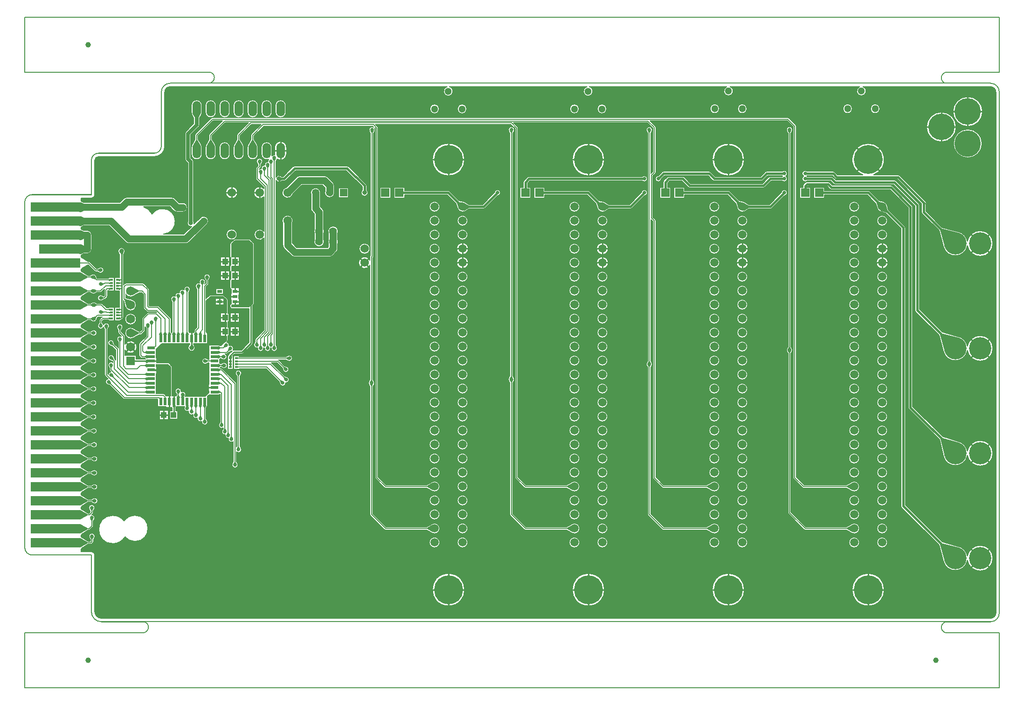
<source format=gbr>
G04 DesignSpark PCB PRO Gerber Version 10.0 Build 5299*
G04 #@! TF.Part,CustomerPanel*
G04 #@! TF.FileFunction,Copper,L1,Top*
G04 #@! TF.FilePolarity,Positive*
%FSLAX35Y35*%
%MOIN*%
G04 #@! TA.AperFunction,ComponentPad*
%ADD168O,0.06000X0.11000*%
G04 #@! TA.AperFunction,SMDPad,CuDef*
%ADD159R,0.02362X0.05807*%
%ADD26R,0.03940X0.04330*%
G04 #@! TA.AperFunction,ComponentPad*
%ADD172R,0.05315X0.05315*%
%ADD165R,0.06000X0.06000*%
%ADD132R,0.06496X0.06496*%
G04 #@! TD.AperFunction*
%ADD17C,0.00500*%
%ADD71C,0.00602*%
%ADD70C,0.01000*%
%ADD12C,0.01500*%
%ADD20C,0.02500*%
G04 #@! TA.AperFunction,ViaPad*
%ADD22C,0.02677*%
%ADD21C,0.03200*%
G04 #@! TD.AperFunction*
%ADD10C,0.03937*%
G04 #@! TA.AperFunction,ViaPad*
%ADD151C,0.04800*%
G04 #@! TD.AperFunction*
%ADD150C,0.05000*%
G04 #@! TA.AperFunction,ComponentPad*
%ADD166C,0.05118*%
%ADD173C,0.05315*%
G04 #@! TA.AperFunction,ViaPad*
%ADD152C,0.05600*%
G04 #@! TA.AperFunction,ComponentPad*
%ADD75C,0.05906*%
%ADD171C,0.06000*%
%ADD170C,0.06102*%
%ADD133C,0.06496*%
G04 #@! TA.AperFunction,SMDPad,CuDef*
%ADD164R,0.02362X0.01181*%
%ADD162R,0.02362X0.01575*%
%ADD130R,0.03543X0.02362*%
%ADD158R,0.05807X0.02362*%
%ADD156R,0.29528X0.06693*%
%ADD154R,0.35433X0.06693*%
G04 #@! TA.AperFunction,ComponentPad*
%ADD174C,0.15886*%
%ADD169C,0.18898*%
%ADD157C,0.20669*%
G04 #@! TD.AperFunction*
X0Y0D02*
D02*
D12*
X628154Y367961D02*
X648154D01*
X650654Y365461D01*
X694404D01*
X713154Y346711D01*
X712844Y346401D01*
Y340377D01*
X735309Y317912D01*
X735437D01*
X251904Y364211D02*
X255654D01*
X263154Y371711D01*
X300654D01*
X313154Y359211D01*
Y354211D01*
X253604Y364211D02*
X252329Y363474D01*
G75*
G03*
Y364947I-425J736D01*
G01*
X253604Y364211D01*
G36*
X253604Y364211D02*
X252329Y363474D01*
G75*
G03*
Y364947I-425J736D01*
G01*
X253604Y364211D01*
G37*
X523154D02*
X526904Y367961D01*
X559404D01*
X563154Y364211D01*
X596904D01*
X600654Y367961D01*
X613154D01*
Y364211D02*
X603154D01*
X598154Y359211D01*
X545654D01*
X540654Y364211D01*
X530654D01*
X528154Y361711D01*
Y354211D01*
X313154Y355911D02*
X313890Y354635D01*
G75*
G03*
X312418I-736J-425D01*
G01*
X313154Y355911D01*
G36*
X313154Y355911D02*
X313890Y354635D01*
G75*
G03*
X312418I-736J-425D01*
G01*
X313154Y355911D01*
G37*
X428194Y354211D02*
Y361711D01*
X430694Y364211D01*
X513154D01*
X628087Y354211D02*
Y359144D01*
X629404Y360461D01*
X644404D01*
X646904Y357961D01*
X689404D01*
X703359Y344006D01*
Y200722D01*
X735437Y168644D01*
Y167961D01*
X638087Y354211D02*
X673131D01*
X683154Y344188D01*
X580051Y347314D02*
X583732Y346313D01*
G75*
G03*
X581025Y343625I-578J-2126D01*
G01*
X580051Y347314D01*
G36*
X580051Y347314D02*
X583732Y346313D01*
G75*
G03*
X581025Y343625I-578J-2126D01*
G01*
X580051Y347314D01*
G37*
X680039Y347303D02*
X683724Y346315D01*
G75*
G03*
X681027Y343618I-570J-2128D01*
G01*
X680039Y347303D01*
G36*
X680039Y347303D02*
X683724Y346315D01*
G75*
G03*
X681027Y343618I-570J-2128D01*
G01*
X680039Y347303D01*
G37*
X379834Y347107D02*
X383578Y346372D01*
G75*
G03*
X381069Y343497I-424J-2161D01*
G01*
X379834Y347107D01*
G36*
X379834Y347107D02*
X383578Y346372D01*
G75*
G03*
X381069Y343497I-424J-2161D01*
G01*
X379834Y347107D01*
G37*
X479844Y347096D02*
X483585Y346348D01*
G75*
G03*
X481067Y343482I-432J-2160D01*
G01*
X479844Y347096D01*
G36*
X479844Y347096D02*
X483585Y346348D01*
G75*
G03*
X481067Y343482I-432J-2160D01*
G01*
X479844Y347096D01*
G37*
X383153Y344211D02*
X398154D01*
X408154Y354211D01*
X383153Y344211D02*
X382730D01*
X372730Y354211D01*
X337978D01*
X387559Y344211D02*
X384254Y342303D01*
G75*
G03*
Y346118I-1101J1907D01*
G01*
X387559Y344211D01*
G36*
X387559Y344211D02*
X384254Y342303D01*
G75*
G03*
Y346118I-1101J1907D01*
G01*
X387559Y344211D01*
G37*
X483153Y344188D02*
X503131D01*
X513154Y354211D01*
X483153Y344188D02*
X482752D01*
X472730Y354211D01*
X438194D01*
X487559Y344188D02*
X484254Y342281D01*
G75*
G03*
Y346096I-1101J1907D01*
G01*
X487559Y344188D01*
G36*
X487559Y344188D02*
X484254Y342281D01*
G75*
G03*
Y346096I-1101J1907D01*
G01*
X487559Y344188D01*
G37*
X583154Y344188D02*
X603154D01*
X613177Y354211D01*
X583154Y344188D02*
Y344210D01*
X573154Y354211D01*
X538154D01*
X587560Y344188D02*
X584256Y342280D01*
G75*
G03*
Y346095I-1101J1907D01*
G01*
X587560Y344188D01*
G36*
X587560Y344188D02*
X584256Y342280D01*
G75*
G03*
Y346095I-1101J1907D01*
G01*
X587560Y344188D01*
G37*
X683154D02*
X683177D01*
X698154Y329211D01*
Y130244D01*
X735437Y92961D01*
X686281Y341084D02*
X682592Y342058D01*
G75*
G03*
X685280Y344766I562J2130D01*
G01*
X686281Y341084D01*
G36*
X686281Y341084D02*
X682592Y342058D01*
G75*
G03*
X685280Y344766I562J2130D01*
G01*
X686281Y341084D01*
G37*
X725201Y328020D02*
X737255Y324872D01*
G75*
G03*
X728502Y316007I-1818J-6959D01*
G01*
X725201Y328020D01*
G36*
X725201Y328020D02*
X737255Y324872D01*
G75*
G03*
X728502Y316007I-1818J-6959D01*
G01*
X725201Y328020D01*
G37*
X725265Y253133D02*
X737299Y249908D01*
G75*
G03*
X728490Y241099I-1861J-6948D01*
G01*
X725265Y253133D01*
G36*
X725265Y253133D02*
X737299Y249908D01*
G75*
G03*
X728490Y241099I-1861J-6948D01*
G01*
X725265Y253133D01*
G37*
X735437Y242961D02*
X708154Y270244D01*
Y345461D01*
X691904Y361711D01*
X649404D01*
X646904Y364211D01*
X628154D01*
X725613Y178469D02*
X737531Y174842D01*
G75*
G03*
X728431Y166333I-2094J-6881D01*
G01*
X725613Y178469D01*
G36*
X725613Y178469D02*
X737531Y174842D01*
G75*
G03*
X728431Y166333I-2094J-6881D01*
G01*
X725613Y178469D01*
G37*
X725265Y103133D02*
X737299Y99908D01*
G75*
G03*
X728490Y91099I-1861J-6948D01*
G01*
X725265Y103133D01*
G36*
X725265Y103133D02*
X737299Y99908D01*
G75*
G03*
X728490Y91099I-1861J-6948D01*
G01*
X725265Y103133D01*
G37*
D02*
D17*
X372141Y430030D02*
X174128D01*
G75*
G03*
X170347Y426248I0J-3781D01*
G01*
Y387498D01*
G75*
G02*
X162878Y380030I-7469J0D01*
G01*
X122878D01*
G75*
G03*
X120347Y377498I0J-2531D01*
G01*
Y352813D01*
G75*
G02*
X117878Y350344I-2469J0D01*
G01*
X110654D01*
Y348193D01*
X110857D01*
Y348083D01*
G75*
G02*
X111680Y347744I-853J-3242D01*
G01*
X112369Y347346D01*
X138221D01*
X140783Y349908D01*
G75*
G02*
X143153Y350890I2370J-2370D01*
G01*
G75*
G02*
X143154I1J-1381D01*
G01*
G75*
G02*
X143158I2J-1381D01*
G01*
X175333D01*
G75*
G02*
X175337I2J-1410D01*
G01*
G75*
G02*
X175338I1J-1440D01*
G01*
G75*
G02*
X177709Y349908I0J-3352D01*
G01*
X180477Y347140D01*
X183154D01*
G75*
G02*
Y340435I0J-3352D01*
G01*
X179093D01*
G75*
G02*
X179089I-2J1410D01*
G01*
G75*
G02*
X179088I0J1440D01*
G01*
G75*
G02*
X176718Y341417I0J3352D01*
G01*
X173950Y344185D01*
X155159D01*
G75*
G02*
X161212Y338974I-3029J-9640D01*
G01*
G75*
G02*
X168666Y342839I7454J-5256D01*
G01*
G75*
G02*
X169533Y324640I0J-9120D01*
G01*
X183976D01*
X189458Y330122D01*
G75*
G02*
X188920Y330062I-539J2392D01*
G01*
G75*
G02*
X186818Y333777I0J2452D01*
G01*
Y375324D01*
X185437Y376705D01*
G75*
G02*
X184821Y378192I1486J1487D01*
G01*
Y396423D01*
G75*
G02*
X185437Y397910I2102J0D01*
G01*
X191052Y403524D01*
Y407647D01*
X189818Y409784D01*
G75*
G02*
X189804Y409807I1917J1120D01*
G01*
G75*
G02*
X189302Y411711I3350J1903D01*
G01*
Y416711D01*
G75*
G02*
X197006I3852J0D01*
G01*
Y411711D01*
G75*
G02*
X196504Y409807I-3852J0D01*
G01*
G75*
G02*
X196490Y409784I-1930J1097D01*
G01*
X195256Y407647D01*
Y402654D01*
G75*
G02*
X194640Y401167I-2102J0D01*
G01*
X189026Y395552D01*
Y379063D01*
X190407Y377682D01*
G75*
G02*
X191023Y376195I-1486J-1487D01*
G01*
Y333777D01*
G75*
G02*
X191313Y331977I-2102J-1262D01*
G01*
X195783Y336446D01*
G75*
G02*
X198153Y337428I2370J-2370D01*
G01*
G75*
G02*
X200524Y331705I0J-3352D01*
G01*
X187738Y318920D01*
G75*
G02*
X185365Y317935I-2373J2368D01*
G01*
X144610D01*
G75*
G02*
X142237Y318920I0J3352D01*
G01*
X130515Y330642D01*
X112369D01*
X111680Y330244D01*
G75*
G02*
X110857Y329906I-1676J2903D01*
G01*
Y329795D01*
X110654D01*
Y328193D01*
X110857D01*
Y328083D01*
G75*
G02*
X111680Y327744I-853J-3242D01*
G01*
X112369Y327346D01*
X114761D01*
G75*
G02*
X118114Y323994I0J-3352D01*
G01*
Y313994D01*
G75*
G02*
X114761Y310642I-3352J0D01*
G01*
X112369D01*
X111680Y310244D01*
G75*
G02*
X110857Y309906I-1676J2903D01*
G01*
Y309795D01*
X110654D01*
Y308193D01*
X110857D01*
Y307879D01*
X115587Y305148D01*
X115915D01*
G75*
G02*
X116731Y304808I0J-1154D01*
G01*
X121506Y300035D01*
X122180D01*
X123469Y300779D01*
G75*
G02*
X123488Y300789I594J-1034D01*
G01*
G75*
G02*
X124564Y301072I1077J-1909D01*
G01*
G75*
G02*
Y296690I0J-2191D01*
G01*
G75*
G02*
X123488Y296973I0J2191D01*
G01*
G75*
G02*
X123469Y296983I575J1044D01*
G01*
X122180Y297728D01*
X121028D01*
G75*
G02*
X120211Y298067I0J1154D01*
G01*
X115492Y302785D01*
X110857Y300109D01*
Y299795D01*
X110654D01*
Y298193D01*
X110857D01*
Y297879D01*
X115587Y295148D01*
X117057D01*
X118327Y295897D01*
G75*
G02*
X121570Y294554I1120J-1883D01*
G01*
X121948Y293144D01*
X122002Y293091D01*
X129906D01*
X130204Y293263D01*
Y293577D01*
X134271D01*
Y283998D01*
X130204D01*
Y284312D01*
X129906Y284484D01*
X129543D01*
X129420Y284361D01*
Y280257D01*
G75*
G02*
X129080Y279441I-1154J0D01*
G01*
X127863Y278223D01*
G75*
G02*
X127046Y277884I-817J814D01*
G01*
X126824D01*
X125535Y277140D01*
G75*
G02*
X125516Y277129I-594J1034D01*
G01*
G75*
G02*
X124439Y276846I-1077J1909D01*
G01*
G75*
G02*
Y281228I0J2191D01*
G01*
G75*
G02*
X125516Y280946I0J-2191D01*
G01*
G75*
G02*
X125535Y280935I-575J-1044D01*
G01*
X126662Y280284D01*
X127113Y280735D01*
Y284839D01*
G75*
G02*
X127180Y285228I1154J0D01*
G01*
X125131Y283180D01*
G75*
G02*
X124315Y282841I-817J814D01*
G01*
X121707D01*
X120418Y282096D01*
G75*
G02*
X120399Y282086I-594J1034D01*
G01*
G75*
G02*
X119322Y281803I-1077J1909D01*
G01*
G75*
G02*
X118246Y282086I2J2198D01*
G01*
G75*
G02*
X118227Y282096I157J302D01*
G01*
X116938Y282841D01*
X115587D01*
X110857Y280109D01*
Y279795D01*
X110654D01*
Y278193D01*
X110857D01*
Y277879D01*
X115587Y275148D01*
X117188D01*
X118477Y275892D01*
G75*
G02*
X118496Y275902I594J-1034D01*
G01*
G75*
G02*
X119572Y276185I1077J-1909D01*
G01*
G75*
G02*
X120648Y275902I-2J-2198D01*
G01*
G75*
G02*
X120667Y275892I-157J-302D01*
G01*
X121956Y275148D01*
X125019D01*
G75*
G02*
X125836Y274808I0J-1154D01*
G01*
X128786Y271859D01*
X129906D01*
X130204Y272031D01*
Y272345D01*
X134271D01*
Y262766D01*
X130204D01*
Y263080D01*
X129906Y263252D01*
X126574D01*
X125718Y262396D01*
Y261328D01*
X126462Y260039D01*
G75*
G02*
X126472Y260020I-1034J-594D01*
G01*
G75*
G02*
X126561Y259846I-1907J-1076D01*
G01*
G75*
G02*
X128558Y261135I1997J-902D01*
G01*
G75*
G02*
X130400Y257759I0J-2191D01*
G01*
G75*
G02*
X130386Y257737I-980J615D01*
G01*
X129587Y256526D01*
Y224602D01*
X129883Y224305D01*
G75*
G02*
X131863Y226177I2169J-311D01*
G01*
X131238Y226802D01*
G75*
G02*
X130899Y227619I814J817D01*
G01*
Y228729D01*
X130155Y230018D01*
G75*
G02*
X130144Y230037I1034J594D01*
G01*
G75*
G02*
X133146Y233011I1908J1076D01*
G01*
Y233506D01*
X132923Y233729D01*
X131512Y234107D01*
G75*
G02*
X132052Y238421I540J2123D01*
G01*
G75*
G02*
X134176Y236770I0J-2191D01*
G01*
X134553Y235361D01*
X135115Y234799D01*
G75*
G02*
X135268Y234610I-815J-817D01*
G01*
Y241804D01*
X132673Y244398D01*
X131263Y244776D01*
G75*
G02*
X131803Y249090I540J2123D01*
G01*
G75*
G02*
X133926Y247439I0J-2191D01*
G01*
X134304Y246030D01*
X137139Y243196D01*
Y247324D01*
X136395Y248613D01*
G75*
G02*
X136384Y248632I1034J594D01*
G01*
G75*
G02*
X139373Y251615I1908J1076D01*
G01*
X137354Y253634D01*
G75*
G02*
X137014Y254451I814J817D01*
G01*
Y255936D01*
X136270Y257225D01*
G75*
G02*
X136259Y257244I1034J594D01*
G01*
G75*
G02*
X138168Y260511I1908J1076D01*
G01*
G75*
G02*
X140076Y257244I0J-2191D01*
G01*
G75*
G02*
X140065Y257225I-1044J575D01*
G01*
X139321Y255936D01*
Y254929D01*
X141603Y252647D01*
G75*
G02*
X141942Y251830I-814J-817D01*
G01*
Y245985D01*
G75*
G02*
X150404Y243859I3963J-2127D01*
G01*
G75*
G02*
X141942Y241732I-4498J0D01*
G01*
Y237959D01*
X150004D01*
Y235189D01*
X156117D01*
X156529Y235427D01*
X155826Y235833D01*
X154128D01*
G75*
G02*
X153311Y236172I0J1154D01*
G01*
X152340Y237144D01*
G75*
G02*
X152000Y237961I814J817D01*
G01*
Y246089D01*
G75*
G02*
X152340Y246906I1154J0D01*
G01*
X157107Y251674D01*
Y257184D01*
X156377Y258449D01*
Y255980D01*
G75*
G02*
X156038Y255163I-1154J0D01*
G01*
X153919Y253044D01*
G75*
G02*
X153102Y252705I-817J814D01*
G01*
X152108D01*
X148000Y250333D01*
G75*
G02*
X141805Y253859I-2094J3525D01*
G01*
G75*
G02*
X148000Y257384I4100J0D01*
G01*
X152108Y255012D01*
X152624D01*
X154070Y256458D01*
Y264186D01*
G75*
G02*
X154409Y265003I1154J0D01*
G01*
X157746Y268339D01*
G75*
G02*
X158563Y268679I817J-814D01*
G01*
X164127D01*
G75*
G02*
X164399Y268646I0J-1153D01*
G01*
X164211Y268834D01*
X158283D01*
G75*
G02*
X157466Y269174I0J1154D01*
G01*
X155533Y271107D01*
G75*
G02*
X155193Y271924I814J817D01*
G01*
Y281259D01*
X153747Y282705D01*
X152108D01*
X148000Y280333D01*
G75*
G02*
X142441Y281665I-2094J3525D01*
G01*
Y279032D01*
X146913Y277833D01*
G75*
G02*
X145906Y269758I-1007J-3975D01*
G01*
G75*
G02*
X141931Y272852I0J4100D01*
G01*
X140756Y277237D01*
Y265037D01*
G75*
G02*
X139720Y263722I-1352J0D01*
G01*
X139589Y263592D01*
G75*
G02*
X138917Y263261I-817J814D01*
G01*
X138602Y263080D01*
Y262766D01*
X134535D01*
Y272345D01*
X138051D01*
Y283998D01*
X134535D01*
Y293577D01*
X138051D01*
Y309975D01*
X137279Y311311D01*
G75*
G02*
X137259Y311346I1179J678D01*
G01*
G75*
G02*
X139403Y314990I2144J1191D01*
G01*
G75*
G02*
X141547Y311346I0J-2452D01*
G01*
G75*
G02*
X141527Y311311I-1205J646D01*
G01*
X140756Y309975D01*
Y288249D01*
X141719Y289212D01*
G75*
G02*
X142536Y289551I817J-814D01*
G01*
X154724D01*
G75*
G02*
X155541Y289212I0J-1154D01*
G01*
X159033Y285720D01*
G75*
G02*
X159372Y284903I-814J-817D01*
G01*
Y273525D01*
X159509Y273388D01*
X165375D01*
G75*
G02*
X166192Y273048I0J-1154D01*
G01*
X174203Y265037D01*
G75*
G02*
X174858Y263997I-499J-1040D01*
G01*
Y254864D01*
X175279Y254135D01*
X175700Y254864D01*
Y275904D01*
X174956Y277193D01*
G75*
G02*
X174946Y277212I1034J594D01*
G01*
G75*
G02*
X177854Y280238I1908J1076D01*
G01*
G75*
G02*
X180790Y282705I2150J422D01*
G01*
G75*
G02*
X184180Y284734I2182J202D01*
G01*
G75*
G02*
X186303Y287469I2122J544D01*
G01*
G75*
G02*
X188211Y284201I0J-2191D01*
G01*
G75*
G02*
X188200Y284182I-1044J575D01*
G01*
X187456Y282893D01*
Y254864D01*
X187793Y254281D01*
X191112D01*
X191448Y254864D01*
Y255719D01*
G75*
G02*
X191788Y256536I1154J0D01*
G01*
X193300Y258049D01*
Y285140D01*
X192556Y286429D01*
G75*
G02*
X192546Y286448I1034J594D01*
G01*
G75*
G02*
X195222Y289576I1908J1076D01*
G01*
G75*
G02*
X197200Y292710I1978J944D01*
G01*
G75*
G02*
X199108Y289443I0J-2191D01*
G01*
G75*
G02*
X199097Y289424I-1044J575D01*
G01*
X198936Y289144D01*
X199416Y289624D01*
Y291630D01*
X198672Y292919D01*
G75*
G02*
X198661Y292937I1034J594D01*
G01*
G75*
G02*
X200569Y296205I1908J1076D01*
G01*
G75*
G02*
X202478Y292937I0J-2191D01*
G01*
G75*
G02*
X202467Y292919I-1044J575D01*
G01*
X201723Y291630D01*
Y289146D01*
G75*
G02*
X201383Y288330I-1154J0D01*
G01*
X200055Y287000D01*
Y278498D01*
X202373Y280817D01*
G75*
G02*
X203153Y281140I780J-780D01*
G01*
X203154D01*
G75*
G02*
X203156I1J-364D01*
G01*
X211901D01*
G75*
G02*
X211903I1J-367D01*
G01*
X211903D01*
G75*
G02*
X212683Y280817I0J-1103D01*
G01*
X215183Y278317D01*
G75*
G02*
X215506Y277535I-780J-780D01*
G01*
Y268451D01*
G75*
G02*
X215432Y268053I-1103J0D01*
G01*
X216225D01*
Y262022D01*
X215432D01*
G75*
G02*
X215506Y261624I-1029J-397D01*
G01*
Y258451D01*
G75*
G02*
X215432Y258053I-1103J0D01*
G01*
X216225D01*
Y252022D01*
X215432D01*
G75*
G02*
X215506Y251624I-1029J-397D01*
G01*
Y248790D01*
G75*
G02*
X215183Y248007I-1103J-2D01*
G01*
X214719Y247543D01*
G75*
G02*
X216393Y244922I-463J-2141D01*
G01*
G75*
G02*
X219011Y241601I857J-2016D01*
G01*
G75*
G02*
X219738Y241813I727J-1141D01*
G01*
X225094D01*
X230552Y247271D01*
Y271435D01*
X218154D01*
G75*
G02*
X217052Y272537I0J1102D01*
G01*
Y273864D01*
G75*
G02*
X217933Y274944I1102J0D01*
G01*
Y277604D01*
X217536D01*
Y282467D01*
X217933D01*
Y285127D01*
G75*
G02*
X217052Y286207I220J1080D01*
G01*
Y291624D01*
G75*
G02*
X217579Y292565I1102J0D01*
G01*
Y297510D01*
G75*
G02*
X217052Y298451I575J941D01*
G01*
Y301624D01*
G75*
G02*
X217579Y302565I1102J0D01*
G01*
Y307510D01*
G75*
G02*
X217052Y308451I575J941D01*
G01*
Y317536D01*
G75*
G02*
X217374Y318317I1102J1D01*
G01*
X219874Y320817D01*
G75*
G02*
X220654Y321140I780J-780D01*
G01*
X230654D01*
G75*
G02*
X231433Y320817I0J-1102D01*
G01*
X233933Y318317D01*
G75*
G02*
X234256Y317536I-780J-780D01*
G01*
Y275039D01*
G75*
G02*
X233933Y274258I-1102J-1D01*
G01*
X233256Y273581D01*
Y246711D01*
G75*
G02*
X232859Y245753I-1352J0D01*
G01*
X226611Y239506D01*
G75*
G02*
X225654Y239108I-957J955D01*
G01*
X220298D01*
X218888Y237698D01*
X218989Y237525D01*
X219271D01*
Y236684D01*
G75*
G02*
Y236661I-1319J-12D01*
G01*
Y235163D01*
X219272D01*
Y227947D01*
X215205D01*
Y234245D01*
X215204D01*
Y236661D01*
G75*
G02*
Y236684I1319J11D01*
G01*
Y237525D01*
X215487D01*
X215924Y238282D01*
G75*
G02*
X216283Y238918I1313J-321D01*
G01*
X218413Y241048D01*
G75*
G02*
X217791Y240782I-1161J1858D01*
G01*
X216381Y240404D01*
X215298Y239322D01*
G75*
G02*
X214481Y238982I-817J814D01*
G01*
X213536D01*
G75*
G02*
X212633Y234795I-903J-1996D01*
G01*
G75*
G02*
X211557Y235078I0J2191D01*
G01*
G75*
G02*
X211538Y235089I575J1044D01*
G01*
X210365Y235766D01*
X209500Y235267D01*
Y232406D01*
X210480Y231841D01*
X210498D01*
X211787Y232585D01*
G75*
G02*
X211806Y232595I594J-1034D01*
G01*
G75*
G02*
X212883Y232878I1077J-1909D01*
G01*
G75*
G02*
Y228496I0J-2191D01*
G01*
G75*
G02*
X211806Y228779I0J2191D01*
G01*
G75*
G02*
X211787Y228789I575J1044D01*
G01*
X210498Y229533D01*
X210480D01*
X209750Y229112D01*
X210480Y228691D01*
X210759D01*
G75*
G02*
X211576Y228352I0J-1154D01*
G01*
X221352Y218576D01*
G75*
G02*
X221691Y217759I-814J-817D01*
G01*
Y172640D01*
X221880Y172968D01*
Y222924D01*
X221136Y224213D01*
G75*
G02*
X221126Y224232I1034J594D01*
G01*
G75*
G02*
X223034Y227499I1908J1076D01*
G01*
G75*
G02*
X224942Y224232I0J-2191D01*
G01*
G75*
G02*
X224931Y224213I-1044J575D01*
G01*
X224187Y222924D01*
Y172968D01*
X224931Y171679D01*
G75*
G02*
X224942Y171660I-1034J-594D01*
G01*
G75*
G02*
X221691Y168852I-1908J-1076D01*
G01*
Y161985D01*
X222435Y160696D01*
G75*
G02*
X222446Y160677I-1034J-594D01*
G01*
G75*
G02*
X220538Y157410I-1908J-1076D01*
G01*
G75*
G02*
X218630Y160677I0J2191D01*
G01*
G75*
G02*
X218640Y160696I1044J-575D01*
G01*
X219384Y161985D01*
Y176215D01*
G75*
G02*
X215926Y178517I-1343J1731D01*
G01*
G75*
G02*
X215670Y178502I-256J2178D01*
G01*
G75*
G02*
X213555Y181262I0J2191D01*
G01*
G75*
G02*
X213299Y181247I-256J2178D01*
G01*
G75*
G02*
X211391Y184515I0J2191D01*
G01*
G75*
G02*
X211402Y184533I1044J-575D01*
G01*
X212146Y185822D01*
Y186032D01*
G75*
G02*
X209144Y189007I-1093J1899D01*
G01*
G75*
G02*
X209155Y189026I1044J-575D01*
G01*
X209899Y190315D01*
Y210300D01*
X209500Y210070D01*
Y209756D01*
X201988D01*
Y209813D01*
X200878Y208703D01*
X200935D01*
Y201191D01*
X200621D01*
X200055Y200211D01*
Y192687D01*
X200799Y191398D01*
G75*
G02*
X200809Y191379I-1034J-594D01*
G01*
G75*
G02*
X198901Y188111I-1908J-1076D01*
G01*
G75*
G02*
X196751Y190724I0J2191D01*
G01*
G75*
G02*
X193604Y193107I-1000J1950D01*
G01*
G75*
G02*
X190462Y195596I-1022J1938D01*
G01*
G75*
G02*
X187335Y198105I-1009J1944D01*
G01*
G75*
G02*
X184394Y201113I-1032J1932D01*
G01*
G75*
G02*
X184405Y201132I1013J-557D01*
G01*
X184439Y201191D01*
X178605D01*
X178206Y200501D01*
Y198372D01*
X179477D01*
Y192337D01*
X173831D01*
Y198372D01*
X175502D01*
Y200501D01*
X175333Y200793D01*
X171272D01*
Y201191D01*
X165370D01*
Y206620D01*
X141413D01*
G75*
G02*
X140596Y206959I0J1154D01*
G01*
X131050Y216506D01*
X129640Y216884D01*
G75*
G02*
X129767Y221159I540J2123D01*
G01*
X127619Y223307D01*
G75*
G02*
X127280Y224124I814J817D01*
G01*
Y256601D01*
X126609Y257944D01*
G75*
G02*
X126561Y258043I1947J1000D01*
G01*
G75*
G02*
X124564Y256753I-1997J902D01*
G01*
G75*
G02*
X122656Y260020I0J2191D01*
G01*
G75*
G02*
X122667Y260039I1044J-575D01*
G01*
X123411Y261328D01*
Y262874D01*
G75*
G02*
X123750Y263691I1154J0D01*
G01*
X125279Y265220D01*
G75*
G02*
X125542Y265418I818J-814D01*
G01*
X122594D01*
X122073Y264897D01*
X121695Y263487D01*
G75*
G02*
X118511Y262111I-2123J540D01*
G01*
X118507Y262113D01*
X117198Y262841D01*
X115587D01*
X110857Y260109D01*
Y259795D01*
X110654D01*
Y258193D01*
X110857D01*
Y257879D01*
X115587Y255148D01*
X117313D01*
X118602Y255892D01*
G75*
G02*
X118620Y255902I594J-1034D01*
G01*
G75*
G02*
X119697Y256185I1077J-1909D01*
G01*
G75*
G02*
Y251803I0J-2191D01*
G01*
G75*
G02*
X118620Y252086I0J2191D01*
G01*
G75*
G02*
X118602Y252096I575J1044D01*
G01*
X117313Y252841D01*
X115587D01*
X110857Y250109D01*
Y249795D01*
X110654D01*
Y248193D01*
X110857D01*
Y247879D01*
X115587Y245148D01*
X117313D01*
X118602Y245892D01*
G75*
G02*
X118620Y245902I594J-1034D01*
G01*
G75*
G02*
X119697Y246185I1077J-1909D01*
G01*
G75*
G02*
Y241803I0J-2191D01*
G01*
G75*
G02*
X118620Y242086I0J2191D01*
G01*
G75*
G02*
X118602Y242096I575J1044D01*
G01*
X117313Y242841D01*
X115587D01*
X110857Y240109D01*
Y239795D01*
X110654D01*
Y238193D01*
X110857D01*
Y237879D01*
X115587Y235148D01*
X117188D01*
X118477Y235892D01*
G75*
G02*
X118496Y235902I594J-1034D01*
G01*
G75*
G02*
X119572Y236185I1077J-1909D01*
G01*
G75*
G02*
Y231803I0J-2191D01*
G01*
G75*
G02*
X118496Y232086I0J2191D01*
G01*
G75*
G02*
X118477Y232096I575J1044D01*
G01*
X117188Y232841D01*
X115587D01*
X110857Y230109D01*
Y229795D01*
X110654D01*
Y228193D01*
X110857D01*
Y227879D01*
X115587Y225148D01*
X117188D01*
X118477Y225892D01*
G75*
G02*
X118496Y225902I594J-1034D01*
G01*
G75*
G02*
X119572Y226185I1077J-1909D01*
G01*
G75*
G02*
Y221803I0J-2191D01*
G01*
G75*
G02*
X118496Y222086I0J2191D01*
G01*
G75*
G02*
X118477Y222096I575J1044D01*
G01*
X117188Y222841D01*
X115587D01*
X110857Y220109D01*
Y219795D01*
X110654D01*
Y218193D01*
X110857D01*
Y217879D01*
X115587Y215148D01*
X117188D01*
X118477Y215892D01*
G75*
G02*
X118496Y215902I594J-1034D01*
G01*
G75*
G02*
X119572Y216185I1077J-1909D01*
G01*
G75*
G02*
Y211803I0J-2191D01*
G01*
G75*
G02*
X118496Y212086I0J2191D01*
G01*
G75*
G02*
X118477Y212096I575J1044D01*
G01*
X117188Y212841D01*
X115587D01*
X110857Y210109D01*
Y209795D01*
X110654D01*
Y208193D01*
X110857D01*
Y207879D01*
X115587Y205148D01*
X117188D01*
X118477Y205892D01*
G75*
G02*
X118496Y205902I594J-1034D01*
G01*
G75*
G02*
X119572Y206185I1077J-1909D01*
G01*
G75*
G02*
Y201803I0J-2191D01*
G01*
G75*
G02*
X118496Y202086I0J2191D01*
G01*
G75*
G02*
X118477Y202096I575J1044D01*
G01*
X117188Y202841D01*
X115587D01*
X110857Y200109D01*
Y199795D01*
X110654D01*
Y198193D01*
X110857D01*
Y197879D01*
X115587Y195148D01*
X117188D01*
X118477Y195892D01*
G75*
G02*
X118496Y195902I594J-1034D01*
G01*
G75*
G02*
X119572Y196185I1077J-1909D01*
G01*
G75*
G02*
Y191803I0J-2191D01*
G01*
G75*
G02*
X118496Y192086I0J2191D01*
G01*
G75*
G02*
X118477Y192096I575J1044D01*
G01*
X117188Y192841D01*
X115587D01*
X110857Y190109D01*
Y189795D01*
X110654D01*
Y188193D01*
X110857D01*
Y187879D01*
X115587Y185148D01*
X117437D01*
X118726Y185892D01*
G75*
G02*
X118745Y185902I594J-1034D01*
G01*
G75*
G02*
X119822Y186185I1077J-1909D01*
G01*
G75*
G02*
Y181803I0J-2191D01*
G01*
G75*
G02*
X118745Y182086I0J2191D01*
G01*
G75*
G02*
X118726Y182096I575J1044D01*
G01*
X117437Y182841D01*
X115587D01*
X110857Y180109D01*
Y179795D01*
X110654D01*
Y178193D01*
X110857D01*
Y177879D01*
X115587Y175148D01*
X117543D01*
X118769Y175911D01*
G75*
G02*
X119946Y176254I1178J-1847D01*
G01*
G75*
G02*
Y171872I0J-2191D01*
G01*
X119946D01*
G75*
G02*
X118900Y172139I0J2191D01*
G01*
X117584Y172841D01*
X115587D01*
X110857Y170109D01*
Y169795D01*
X110654D01*
Y168193D01*
X110857D01*
Y167879D01*
X115587Y165148D01*
X117812D01*
X119101Y165892D01*
G75*
G02*
X119120Y165902I594J-1034D01*
G01*
G75*
G02*
X120196Y166185I1077J-1909D01*
G01*
G75*
G02*
Y161803I0J-2191D01*
G01*
G75*
G02*
X119120Y162086I0J2191D01*
G01*
G75*
G02*
X119101Y162096I575J1044D01*
G01*
X117812Y162841D01*
X115587D01*
X110857Y160109D01*
Y159795D01*
X110654D01*
Y158193D01*
X110857D01*
Y157879D01*
X115587Y155148D01*
X117687D01*
X118976Y155892D01*
G75*
G02*
X118995Y155902I594J-1034D01*
G01*
G75*
G02*
X120071Y156185I1077J-1909D01*
G01*
G75*
G02*
Y151803I0J-2191D01*
G01*
G75*
G02*
X118995Y152086I0J2191D01*
G01*
G75*
G02*
X118976Y152096I575J1044D01*
G01*
X117687Y152841D01*
X115587D01*
X110857Y150109D01*
Y149795D01*
X110654D01*
Y148193D01*
X110857D01*
Y147879D01*
X115587Y145148D01*
X117812D01*
X119101Y145892D01*
G75*
G02*
X119120Y145902I594J-1034D01*
G01*
G75*
G02*
X120196Y146185I1077J-1909D01*
G01*
G75*
G02*
Y141803I0J-2191D01*
G01*
G75*
G02*
X119120Y142086I0J2191D01*
G01*
G75*
G02*
X119101Y142096I575J1044D01*
G01*
X117812Y142841D01*
X115587D01*
X110857Y140109D01*
Y139795D01*
X110654D01*
Y138193D01*
X110857D01*
Y137879D01*
X115587Y135148D01*
X117937D01*
X119226Y135892D01*
G75*
G02*
X119244Y135902I594J-1034D01*
G01*
G75*
G02*
X120321Y136185I1077J-1909D01*
G01*
G75*
G02*
Y131803I0J-2191D01*
G01*
G75*
G02*
X119244Y132086I0J2191D01*
G01*
G75*
G02*
X119226Y132096I575J1044D01*
G01*
X117937Y132841D01*
X115587D01*
X110857Y130109D01*
Y129795D01*
X110654D01*
Y128193D01*
X110857D01*
Y127879D01*
X115587Y125148D01*
X116083D01*
X117004Y126069D01*
Y126701D01*
X116259Y127990D01*
G75*
G02*
X116249Y128009I1034J594D01*
G01*
G75*
G02*
X118157Y131276I1908J1076D01*
G01*
G75*
G02*
X120065Y128009I0J-2191D01*
G01*
G75*
G02*
X120055Y127990I-1044J575D01*
G01*
X119311Y126701D01*
Y125591D01*
G75*
G02*
X118971Y124774I-1154J0D01*
G01*
X118234Y124036D01*
G75*
G02*
X120065Y120770I-77J-2190D01*
G01*
G75*
G02*
X120055Y120751I-1044J575D01*
G01*
X119311Y119462D01*
Y116044D01*
G75*
G02*
X118971Y115228I-1154J0D01*
G01*
X116924Y113180D01*
G75*
G02*
X116107Y112841I-817J814D01*
G01*
X115587D01*
X110857Y110109D01*
Y109795D01*
X110654D01*
Y108193D01*
X110857D01*
Y107879D01*
X115587Y105148D01*
X116986D01*
X117128Y105290D01*
Y106297D01*
X116384Y107586D01*
G75*
G02*
X116374Y107605I1034J594D01*
G01*
G75*
G02*
X118282Y110872I1908J1076D01*
G01*
G75*
G02*
X120190Y107605I0J-2191D01*
G01*
G75*
G02*
X120180Y107586I-1044J575D01*
G01*
X119435Y106297D01*
Y104812D01*
G75*
G02*
X119096Y103995I-1154J0D01*
G01*
X118281Y103180D01*
G75*
G02*
X117464Y102841I-817J814D01*
G01*
X115587D01*
X110857Y100109D01*
Y99795D01*
X110654D01*
Y97644D01*
X117878D01*
G75*
G02*
X120347Y95175I0J-2469D01*
G01*
Y54766D01*
G75*
G03*
X125146Y49967I4799J0D01*
G01*
X760654D01*
G75*
G03*
X764435Y53748I0J3781D01*
G01*
Y426248D01*
G75*
G03*
X760654Y430030I-3781J0D01*
G01*
X669570D01*
G75*
G02*
X668311Y423447I-1258J-3171D01*
G01*
G75*
G02*
X667053Y430030I0J3411D01*
G01*
X574570D01*
G75*
G02*
X573311Y423447I-1258J-3171D01*
G01*
G75*
G02*
X572053Y430030I0J3411D01*
G01*
X473870D01*
G75*
G02*
X472989Y423322I-881J-3296D01*
G01*
G75*
G02*
X472108Y430030I0J3411D01*
G01*
X373903D01*
G75*
G02*
X373022Y423322I-881J-3296D01*
G01*
G75*
G02*
X372141Y430030I0J3411D01*
G01*
X755063Y412252D02*
G75*
G02*
X744365Y401553I-10699J0D01*
G01*
G75*
G02*
X733666Y412252I0J10699D01*
G01*
G75*
G02*
X744365Y422951I10699J0D01*
G01*
G75*
G02*
X755063Y412252I0J-10699D01*
G01*
X736166Y401228D02*
G75*
G02*
X725467Y390530I-10699J0D01*
G01*
G75*
G02*
X714768Y401228I0J10699D01*
G01*
G75*
G02*
X725467Y411927I10699J0D01*
G01*
G75*
G02*
X736166Y401228I0J-10699D01*
G01*
X207006Y411711D02*
G75*
G02*
X199302I-3852J0D01*
G01*
Y416711D01*
G75*
G02*
X207006I3852J0D01*
G01*
Y411711D01*
X563154Y117993D02*
G75*
G02*
Y110383I0J-3805D01*
G01*
G75*
G02*
X561223Y110909I0J3806D01*
G01*
X557543Y113034D01*
X526676D01*
G75*
G02*
X525859Y113374I0J1154D01*
G01*
X515839Y123394D01*
G75*
G02*
X515500Y124211I814J817D01*
G01*
Y229326D01*
X514756Y230615D01*
G75*
G02*
X514745Y230634I294J178D01*
G01*
G75*
G02*
X514742Y232781I1909J1077D01*
G01*
G75*
G02*
X514756Y232806I1026J-570D01*
G01*
X515500Y234095D01*
Y396826D01*
X514756Y398115D01*
G75*
G02*
X514745Y398134I1034J594D01*
G01*
G75*
G02*
X516654Y401402I1908J1076D01*
G01*
G75*
G02*
X518562Y398134I0J-2191D01*
G01*
G75*
G02*
X518551Y398115I-1044J575D01*
G01*
X517807Y396826D01*
Y367995D01*
X519119Y369307D01*
Y400364D01*
X515176Y404307D01*
X419689D01*
X422718Y401278D01*
G75*
G02*
X423057Y400461I-814J-817D01*
G01*
Y150939D01*
X428654Y145342D01*
X457541D01*
X461222Y147467D01*
G75*
G02*
X466958Y144188I1931J-3279D01*
G01*
G75*
G02*
X461222Y140909I-3806J0D01*
G01*
X457541Y143035D01*
X428176D01*
G75*
G02*
X427359Y143374I0J1154D01*
G01*
X421090Y149644D01*
G75*
G02*
X420750Y150461I814J817D01*
G01*
Y399983D01*
X417676Y403057D01*
X320939D01*
X322718Y401278D01*
G75*
G02*
X323057Y400461I-814J-817D01*
G01*
Y150939D01*
X328632Y145364D01*
X357541D01*
X361222Y147489D01*
G75*
G02*
X366958Y144211I1931J-3279D01*
G01*
G75*
G02*
X361222Y140932I-3806J0D01*
G01*
X357541Y143057D01*
X328154D01*
G75*
G02*
X327337Y143396I0J1154D01*
G01*
X321090Y149644D01*
G75*
G02*
X320750Y150461I814J817D01*
G01*
Y399983D01*
X320424Y400309D01*
G75*
G02*
X320437Y398134I-1895J-1099D01*
G01*
G75*
G02*
X320426Y398115I-1044J575D01*
G01*
X319682Y396826D01*
Y308802D01*
G75*
G02*
X319307Y307951I-1154J0D01*
G01*
Y220579D01*
X320052Y219290D01*
G75*
G02*
X320066Y219265I-985J-579D01*
G01*
G75*
G02*
X320062Y217118I-1912J-1070D01*
G01*
G75*
G02*
X320052Y217099I-302J157D01*
G01*
X319307Y215810D01*
Y124689D01*
X328632Y115364D01*
X357541D01*
X361222Y117489D01*
G75*
G02*
X366958Y114211I1931J-3279D01*
G01*
G75*
G02*
X361222Y110932I-3806J0D01*
G01*
X357541Y113057D01*
X328154D01*
G75*
G02*
X327337Y113396I0J1154D01*
G01*
X317340Y123394D01*
G75*
G02*
X317000Y124211I814J817D01*
G01*
Y215810D01*
X316256Y217099D01*
G75*
G02*
X316246Y217118I294J178D01*
G01*
G75*
G02*
X316242Y219265I1909J1077D01*
G01*
G75*
G02*
X316256Y219290I1026J-570D01*
G01*
X317000Y220579D01*
Y302403D01*
G75*
G02*
X308904Y304211I-3846J1807D01*
G01*
G75*
G02*
X317000Y306018I4250J0D01*
G01*
Y308802D01*
G75*
G02*
X317375Y309652I1154J0D01*
G01*
Y396826D01*
X316631Y398115D01*
G75*
G02*
X316620Y398134I1034J594D01*
G01*
G75*
G02*
X319627Y401106I1908J1076D01*
G01*
X318926Y401807D01*
X241203D01*
X234307Y394911D01*
Y392417D01*
X236475Y388663D01*
G75*
G02*
X237006Y386711I-3321J-1953D01*
G01*
Y381711D01*
G75*
G02*
X229302I-3852J0D01*
G01*
Y386711D01*
G75*
G02*
X229810Y388623I3853J0D01*
G01*
G75*
G02*
X229818Y388637I1081J-609D01*
G01*
X232000Y392417D01*
Y395389D01*
G75*
G02*
X232340Y396206I1154J0D01*
G01*
X239190Y403057D01*
X232382D01*
X224307Y394983D01*
Y392417D01*
X226475Y388663D01*
G75*
G02*
X227006Y386711I-3321J-1953D01*
G01*
Y381711D01*
G75*
G02*
X219302I-3852J0D01*
G01*
Y386711D01*
G75*
G02*
X219810Y388623I3853J0D01*
G01*
G75*
G02*
X219818Y388637I1081J-609D01*
G01*
X222000Y392417D01*
Y395461D01*
G75*
G02*
X222340Y396278I1154J0D01*
G01*
X230369Y404307D01*
X213632D01*
X204307Y394983D01*
Y392417D01*
X206475Y388663D01*
G75*
G02*
X207006Y386711I-3321J-1953D01*
G01*
Y381711D01*
G75*
G02*
X199302I-3852J0D01*
G01*
Y386711D01*
G75*
G02*
X199810Y388623I3853J0D01*
G01*
G75*
G02*
X199818Y388637I1081J-609D01*
G01*
X202000Y392417D01*
Y395461D01*
G75*
G02*
X202340Y396278I1154J0D01*
G01*
X211619Y405557D01*
X204882D01*
X194307Y394983D01*
Y392417D01*
X196475Y388663D01*
G75*
G02*
X197006Y386711I-3321J-1953D01*
G01*
Y381711D01*
G75*
G02*
X189302I-3852J0D01*
G01*
Y386711D01*
G75*
G02*
X189810Y388623I3853J0D01*
G01*
G75*
G02*
X189818Y388637I1081J-609D01*
G01*
X192000Y392417D01*
Y395461D01*
G75*
G02*
X192340Y396278I1154J0D01*
G01*
X203587Y407525D01*
G75*
G02*
X204404Y407864I817J-814D01*
G01*
X212941D01*
G75*
G02*
X209302Y411711I213J3846D01*
G01*
Y416711D01*
G75*
G02*
X217006I3852J0D01*
G01*
Y411711D01*
G75*
G02*
X213367Y407864I-3852J0D01*
G01*
X222941D01*
G75*
G02*
X219302Y411711I213J3846D01*
G01*
Y416711D01*
G75*
G02*
X227006I3852J0D01*
G01*
Y411711D01*
G75*
G02*
X223367Y407864I-3852J0D01*
G01*
X232941D01*
G75*
G02*
X229302Y411711I213J3846D01*
G01*
Y416711D01*
G75*
G02*
X237006I3852J0D01*
G01*
Y411711D01*
G75*
G02*
X233367Y407864I-3852J0D01*
G01*
X242941D01*
G75*
G02*
X239302Y411711I213J3846D01*
G01*
Y416711D01*
G75*
G02*
X247006I3852J0D01*
G01*
Y411711D01*
G75*
G02*
X243367Y407864I-3852J0D01*
G01*
X252941D01*
G75*
G02*
X249302Y411711I213J3846D01*
G01*
Y416711D01*
G75*
G02*
X257006I3852J0D01*
G01*
Y411711D01*
G75*
G02*
X253367Y407864I-3852J0D01*
G01*
X615654D01*
G75*
G02*
X616471Y407525I0J-1154D01*
G01*
X621468Y402528D01*
G75*
G02*
X621807Y401711I-814J-817D01*
G01*
Y150939D01*
X627405Y145341D01*
X657543D01*
X661223Y147467D01*
G75*
G02*
X666959Y144188I1931J-3279D01*
G01*
G75*
G02*
X661223Y140909I-3806J0D01*
G01*
X657543Y143034D01*
X626927D01*
G75*
G02*
X626110Y143374I0J1154D01*
G01*
X619840Y149644D01*
G75*
G02*
X619500Y150461I814J817D01*
G01*
Y401233D01*
X615176Y405557D01*
X517189D01*
X521087Y401659D01*
G75*
G02*
X521426Y400842I-814J-817D01*
G01*
Y368830D01*
G75*
G02*
X521087Y368013I-1154J0D01*
G01*
X519307Y366233D01*
Y336807D01*
X521087Y335028D01*
G75*
G02*
X521426Y334211I-814J-817D01*
G01*
Y150939D01*
X527024Y145341D01*
X557543D01*
X561223Y147467D01*
G75*
G02*
X566959Y144188I1931J-3279D01*
G01*
G75*
G02*
X561223Y140909I-3806J0D01*
G01*
X557543Y143034D01*
X526546D01*
G75*
G02*
X525729Y143374I0J1154D01*
G01*
X519459Y149644D01*
G75*
G02*
X519119Y150461I814J817D01*
G01*
Y333733D01*
X517807Y335045D01*
Y234095D01*
X518551Y232806D01*
G75*
G02*
X518565Y232781I-985J-579D01*
G01*
G75*
G02*
X518562Y230634I-1912J-1070D01*
G01*
G75*
G02*
X518551Y230615I-302J157D01*
G01*
X517807Y229326D01*
Y124689D01*
X527154Y115341D01*
X557543D01*
X561223Y117467D01*
G75*
G02*
X563154Y117993I1931J-3279D01*
G01*
X663154D02*
G75*
G02*
Y110383I0J-3805D01*
G01*
G75*
G02*
X661223Y110909I0J3806D01*
G01*
X657543Y113034D01*
X628177D01*
G75*
G02*
X627360Y113374I0J1154D01*
G01*
X616090Y124644D01*
G75*
G02*
X615750Y125461I814J817D01*
G01*
Y239326D01*
X615006Y240615D01*
G75*
G02*
X614996Y240634I294J178D01*
G01*
G75*
G02*
X614992Y242781I1909J1077D01*
G01*
G75*
G02*
X615006Y242806I1026J-570D01*
G01*
X615750Y244095D01*
Y396826D01*
X615006Y398115D01*
G75*
G02*
X614996Y398134I1034J594D01*
G01*
G75*
G02*
X616904Y401402I1908J1076D01*
G01*
G75*
G02*
X618812Y398134I0J-2191D01*
G01*
G75*
G02*
X618802Y398115I-1044J575D01*
G01*
X618057Y396826D01*
Y244095D01*
X618802Y242806D01*
G75*
G02*
X618816Y242781I-985J-579D01*
G01*
G75*
G02*
X618812Y240634I-1912J-1070D01*
G01*
G75*
G02*
X618802Y240615I-302J157D01*
G01*
X618057Y239326D01*
Y125939D01*
X628655Y115341D01*
X657543D01*
X661223Y117467D01*
G75*
G02*
X663154Y117993I1931J-3279D01*
G01*
X586959Y114188D02*
G75*
G02*
X583154Y110383I-3805J0D01*
G01*
G75*
G02*
X579349Y114188I0J3805D01*
G01*
G75*
G02*
X583154Y117993I3805J0D01*
G01*
G75*
G02*
X586959Y114188I0J-3805D01*
G01*
X566959Y234188D02*
G75*
G02*
X563154Y230383I-3805J0D01*
G01*
G75*
G02*
X559349Y234188I0J3805D01*
G01*
G75*
G02*
X563154Y237993I3805J0D01*
G01*
G75*
G02*
X566959Y234188I0J-3805D01*
G01*
X586959D02*
G75*
G02*
X583154Y230383I-3805J0D01*
G01*
G75*
G02*
X579349Y234188I0J3805D01*
G01*
G75*
G02*
X583154Y237993I3805J0D01*
G01*
G75*
G02*
X586959Y234188I0J-3805D01*
G01*
X566959Y224188D02*
G75*
G02*
X563154Y220383I-3805J0D01*
G01*
G75*
G02*
X559349Y224188I0J3805D01*
G01*
G75*
G02*
X563154Y227993I3805J0D01*
G01*
G75*
G02*
X566959Y224188I0J-3805D01*
G01*
X586959D02*
G75*
G02*
X583154Y220383I-3805J0D01*
G01*
G75*
G02*
X579349Y224188I0J3805D01*
G01*
G75*
G02*
X583154Y227993I3805J0D01*
G01*
G75*
G02*
X586959Y224188I0J-3805D01*
G01*
X566959Y214188D02*
G75*
G02*
X563154Y210383I-3805J0D01*
G01*
G75*
G02*
X559349Y214188I0J3805D01*
G01*
G75*
G02*
X563154Y217993I3805J0D01*
G01*
G75*
G02*
X566959Y214188I0J-3805D01*
G01*
X586959D02*
G75*
G02*
X583154Y210383I-3805J0D01*
G01*
G75*
G02*
X579349Y214188I0J3805D01*
G01*
G75*
G02*
X583154Y217993I3805J0D01*
G01*
G75*
G02*
X586959Y214188I0J-3805D01*
G01*
X566959Y204188D02*
G75*
G02*
X563154Y200383I-3805J0D01*
G01*
G75*
G02*
X559349Y204188I0J3805D01*
G01*
G75*
G02*
X563154Y207993I3805J0D01*
G01*
G75*
G02*
X566959Y204188I0J-3805D01*
G01*
X586959D02*
G75*
G02*
X583154Y200383I-3805J0D01*
G01*
G75*
G02*
X579349Y204188I0J3805D01*
G01*
G75*
G02*
X583154Y207993I3805J0D01*
G01*
G75*
G02*
X586959Y204188I0J-3805D01*
G01*
X566959Y194188D02*
G75*
G02*
X563154Y190383I-3805J0D01*
G01*
G75*
G02*
X559349Y194188I0J3805D01*
G01*
G75*
G02*
X563154Y197993I3805J0D01*
G01*
G75*
G02*
X566959Y194188I0J-3805D01*
G01*
X586959D02*
G75*
G02*
X583154Y190383I-3805J0D01*
G01*
G75*
G02*
X579349Y194188I0J3805D01*
G01*
G75*
G02*
X583154Y197993I3805J0D01*
G01*
G75*
G02*
X586959Y194188I0J-3805D01*
G01*
X566959Y184188D02*
G75*
G02*
X563154Y180383I-3805J0D01*
G01*
G75*
G02*
X559349Y184188I0J3805D01*
G01*
G75*
G02*
X563154Y187993I3805J0D01*
G01*
G75*
G02*
X566959Y184188I0J-3805D01*
G01*
X586959D02*
G75*
G02*
X583154Y180383I-3805J0D01*
G01*
G75*
G02*
X579349Y184188I0J3805D01*
G01*
G75*
G02*
X583154Y187993I3805J0D01*
G01*
G75*
G02*
X586959Y184188I0J-3805D01*
G01*
X566959Y174188D02*
G75*
G02*
X563154Y170383I-3805J0D01*
G01*
G75*
G02*
X559349Y174188I0J3805D01*
G01*
G75*
G02*
X563154Y177993I3805J0D01*
G01*
G75*
G02*
X566959Y174188I0J-3805D01*
G01*
X586959D02*
G75*
G02*
X583154Y170383I-3805J0D01*
G01*
G75*
G02*
X579349Y174188I0J3805D01*
G01*
G75*
G02*
X583154Y177993I3805J0D01*
G01*
G75*
G02*
X586959Y174188I0J-3805D01*
G01*
X566959Y164188D02*
G75*
G02*
X563154Y160383I-3805J0D01*
G01*
G75*
G02*
X559349Y164188I0J3805D01*
G01*
G75*
G02*
X563154Y167993I3805J0D01*
G01*
G75*
G02*
X566959Y164188I0J-3805D01*
G01*
X586959D02*
G75*
G02*
X583154Y160383I-3805J0D01*
G01*
G75*
G02*
X579349Y164188I0J3805D01*
G01*
G75*
G02*
X583154Y167993I3805J0D01*
G01*
G75*
G02*
X586959Y164188I0J-3805D01*
G01*
X566959Y154188D02*
G75*
G02*
X563154Y150383I-3805J0D01*
G01*
G75*
G02*
X559349Y154188I0J3805D01*
G01*
G75*
G02*
X563154Y157993I3805J0D01*
G01*
G75*
G02*
X566959Y154188I0J-3805D01*
G01*
X586959D02*
G75*
G02*
X583154Y150383I-3805J0D01*
G01*
G75*
G02*
X579349Y154188I0J3805D01*
G01*
G75*
G02*
X583154Y157993I3805J0D01*
G01*
G75*
G02*
X586959Y154188I0J-3805D01*
G01*
Y144188D02*
G75*
G02*
X583154Y140383I-3805J0D01*
G01*
G75*
G02*
X579349Y144188I0J3805D01*
G01*
G75*
G02*
X583154Y147993I3805J0D01*
G01*
G75*
G02*
X586959Y144188I0J-3805D01*
G01*
X566959Y134188D02*
G75*
G02*
X563154Y130383I-3805J0D01*
G01*
G75*
G02*
X559349Y134188I0J3805D01*
G01*
G75*
G02*
X563154Y137993I3805J0D01*
G01*
G75*
G02*
X566959Y134188I0J-3805D01*
G01*
X586959D02*
G75*
G02*
X583154Y130383I-3805J0D01*
G01*
G75*
G02*
X579349Y134188I0J3805D01*
G01*
G75*
G02*
X583154Y137993I3805J0D01*
G01*
G75*
G02*
X586959Y134188I0J-3805D01*
G01*
X566959Y124188D02*
G75*
G02*
X563154Y120383I-3805J0D01*
G01*
G75*
G02*
X559349Y124188I0J3805D01*
G01*
G75*
G02*
X563154Y127993I3805J0D01*
G01*
G75*
G02*
X566959Y124188I0J-3805D01*
G01*
X586959D02*
G75*
G02*
X583154Y120383I-3805J0D01*
G01*
G75*
G02*
X579349Y124188I0J3805D01*
G01*
G75*
G02*
X583154Y127993I3805J0D01*
G01*
G75*
G02*
X586959Y124188I0J-3805D01*
G01*
X573154Y389532D02*
G75*
G02*
Y366363I0J-11585D01*
G01*
G75*
G02*
Y389532I0J11585D01*
G01*
X532006Y358063D02*
Y350358D01*
X524302D01*
Y358063D01*
X526552D01*
Y361711D01*
G75*
G02*
X527023Y362846I1602J0D01*
G01*
X529519Y365342D01*
G75*
G02*
X530654Y365813I1135J-1131D01*
G01*
X540654D01*
G75*
G02*
X541789Y365342I0J-1602D01*
G01*
X546318Y360813D01*
X597490D01*
X602019Y365342D01*
G75*
G02*
X603154Y365813I1135J-1131D01*
G01*
X611660D01*
G75*
G02*
X612020Y366085I1493J-1602D01*
G01*
G75*
G02*
X611660Y366358I1135J1874D01*
G01*
X601318D01*
X598037Y363078D01*
G75*
G02*
X596904Y362608I-1133J1133D01*
G01*
G75*
G02*
X596903I0J627D01*
G01*
G75*
G02*
X596901I-1J621D01*
G01*
X563157D01*
G75*
G02*
X563155I-1J621D01*
G01*
G75*
G02*
X563154I0J627D01*
G01*
G75*
G02*
X562021Y363078I0J1602D01*
G01*
X558740Y366358D01*
X527568D01*
X525344Y364134D01*
G75*
G02*
X523154Y362020I-2190J76D01*
G01*
G75*
G02*
X523078Y366400I0J2191D01*
G01*
X525771Y369094D01*
G75*
G02*
X526904Y369563I1133J-1133D01*
G01*
G75*
G02*
X526905I0J-627D01*
G01*
G75*
G02*
X526907I1J-621D01*
G01*
X559401D01*
G75*
G02*
X559403I1J-621D01*
G01*
G75*
G02*
X559404I0J-627D01*
G01*
G75*
G02*
X560537Y369094I0J-1602D01*
G01*
X563818Y365813D01*
X596240D01*
X599521Y369094D01*
G75*
G02*
X600654Y369563I1133J-1133D01*
G01*
G75*
G02*
X600655I0J-627D01*
G01*
G75*
G02*
X600657I1J-621D01*
G01*
X611660D01*
G75*
G02*
X613154Y370152I1494J-1602D01*
G01*
G75*
G02*
X614287Y366085I0J-2191D01*
G01*
G75*
G02*
X613154Y362020I-1133J-1875D01*
G01*
G75*
G02*
X611660Y362608I0J2191D01*
G01*
X603818D01*
X599289Y358080D01*
G75*
G02*
X598154Y357608I-1135J1131D01*
G01*
X545654D01*
G75*
G02*
X544519Y358080I0J1602D01*
G01*
X539990Y362608D01*
X531318D01*
X529756Y361047D01*
Y358063D01*
X532006D01*
X585074Y340902D02*
G75*
G02*
X579465Y343256I-1920J3286D01*
G01*
X578612Y346487D01*
X572490Y352608D01*
X542006D01*
Y350358D01*
X534302D01*
Y358063D01*
X542006D01*
Y355813D01*
X573154D01*
G75*
G02*
X574289Y355342I0J-1602D01*
G01*
X580883Y348748D01*
X584092Y347876D01*
G75*
G02*
X585093Y347462I-938J-3687D01*
G01*
X587989Y345790D01*
X602490D01*
X610987Y354287D01*
G75*
G02*
X613177Y356402I2190J-76D01*
G01*
G75*
G02*
X613253Y352021I0J-2191D01*
G01*
X604289Y343057D01*
G75*
G02*
X603154Y342585I-1135J1131D01*
G01*
X587989D01*
X585074Y340902D01*
X566959Y344188D02*
G75*
G02*
X563154Y340383I-3805J0D01*
G01*
G75*
G02*
X559349Y344188I0J3805D01*
G01*
G75*
G02*
X563154Y347993I3805J0D01*
G01*
G75*
G02*
X566959Y344188I0J-3805D01*
G01*
Y334188D02*
G75*
G02*
X563154Y330383I-3805J0D01*
G01*
G75*
G02*
X559349Y334188I0J3805D01*
G01*
G75*
G02*
X563154Y337993I3805J0D01*
G01*
G75*
G02*
X566959Y334188I0J-3805D01*
G01*
X586959D02*
G75*
G02*
X583154Y330383I-3805J0D01*
G01*
G75*
G02*
X579349Y334188I0J3805D01*
G01*
G75*
G02*
X583154Y337993I3805J0D01*
G01*
G75*
G02*
X586959Y334188I0J-3805D01*
G01*
X566959Y324188D02*
G75*
G02*
X563154Y320383I-3805J0D01*
G01*
G75*
G02*
X559349Y324188I0J3805D01*
G01*
G75*
G02*
X563154Y327993I3805J0D01*
G01*
G75*
G02*
X566959Y324188I0J-3805D01*
G01*
X586959D02*
G75*
G02*
X583154Y320383I-3805J0D01*
G01*
G75*
G02*
X579349Y324188I0J3805D01*
G01*
G75*
G02*
X583154Y327993I3805J0D01*
G01*
G75*
G02*
X586959Y324188I0J-3805D01*
G01*
X583154Y318391D02*
G75*
G02*
Y309985I0J-4203D01*
G01*
G75*
G02*
Y318391I0J4203D01*
G01*
X566959Y314188D02*
G75*
G02*
X563154Y310383I-3805J0D01*
G01*
G75*
G02*
X559349Y314188I0J3805D01*
G01*
G75*
G02*
X563154Y317993I3805J0D01*
G01*
G75*
G02*
X566959Y314188I0J-3805D01*
G01*
X583154Y308391D02*
G75*
G02*
Y299985I0J-4203D01*
G01*
G75*
G02*
Y308391I0J4203D01*
G01*
X566959Y304188D02*
G75*
G02*
X563154Y300383I-3805J0D01*
G01*
G75*
G02*
X559349Y304188I0J3805D01*
G01*
G75*
G02*
X563154Y307993I3805J0D01*
G01*
G75*
G02*
X566959Y304188I0J-3805D01*
G01*
Y294188D02*
G75*
G02*
X563154Y290383I-3805J0D01*
G01*
G75*
G02*
X559349Y294188I0J3805D01*
G01*
G75*
G02*
X563154Y297993I3805J0D01*
G01*
G75*
G02*
X566959Y294188I0J-3805D01*
G01*
X586959D02*
G75*
G02*
X583154Y290383I-3805J0D01*
G01*
G75*
G02*
X579349Y294188I0J3805D01*
G01*
G75*
G02*
X583154Y297993I3805J0D01*
G01*
G75*
G02*
X586959Y294188I0J-3805D01*
G01*
X566959Y284188D02*
G75*
G02*
X563154Y280383I-3805J0D01*
G01*
G75*
G02*
X559349Y284188I0J3805D01*
G01*
G75*
G02*
X563154Y287993I3805J0D01*
G01*
G75*
G02*
X566959Y284188I0J-3805D01*
G01*
X586959D02*
G75*
G02*
X583154Y280383I-3805J0D01*
G01*
G75*
G02*
X579349Y284188I0J3805D01*
G01*
G75*
G02*
X583154Y287993I3805J0D01*
G01*
G75*
G02*
X586959Y284188I0J-3805D01*
G01*
X566959Y274188D02*
G75*
G02*
X563154Y270383I-3805J0D01*
G01*
G75*
G02*
X559349Y274188I0J3805D01*
G01*
G75*
G02*
X563154Y277993I3805J0D01*
G01*
G75*
G02*
X566959Y274188I0J-3805D01*
G01*
X586959D02*
G75*
G02*
X583154Y270383I-3805J0D01*
G01*
G75*
G02*
X579349Y274188I0J3805D01*
G01*
G75*
G02*
X583154Y277993I3805J0D01*
G01*
G75*
G02*
X586959Y274188I0J-3805D01*
G01*
X566959Y264188D02*
G75*
G02*
X563154Y260383I-3805J0D01*
G01*
G75*
G02*
X559349Y264188I0J3805D01*
G01*
G75*
G02*
X563154Y267993I3805J0D01*
G01*
G75*
G02*
X566959Y264188I0J-3805D01*
G01*
X586959D02*
G75*
G02*
X583154Y260383I-3805J0D01*
G01*
G75*
G02*
X579349Y264188I0J3805D01*
G01*
G75*
G02*
X583154Y267993I3805J0D01*
G01*
G75*
G02*
X586959Y264188I0J-3805D01*
G01*
X566959Y254188D02*
G75*
G02*
X563154Y250383I-3805J0D01*
G01*
G75*
G02*
X559349Y254188I0J3805D01*
G01*
G75*
G02*
X563154Y257993I3805J0D01*
G01*
G75*
G02*
X566959Y254188I0J-3805D01*
G01*
X586959D02*
G75*
G02*
X583154Y250383I-3805J0D01*
G01*
G75*
G02*
X579349Y254188I0J3805D01*
G01*
G75*
G02*
X583154Y257993I3805J0D01*
G01*
G75*
G02*
X586959Y254188I0J-3805D01*
G01*
X566959Y244188D02*
G75*
G02*
X563154Y240383I-3805J0D01*
G01*
G75*
G02*
X559349Y244188I0J3805D01*
G01*
G75*
G02*
X563154Y247993I3805J0D01*
G01*
G75*
G02*
X566959Y244188I0J-3805D01*
G01*
X586959D02*
G75*
G02*
X583154Y240383I-3805J0D01*
G01*
G75*
G02*
X579349Y244188I0J3805D01*
G01*
G75*
G02*
X583154Y247993I3805J0D01*
G01*
G75*
G02*
X586959Y244188I0J-3805D01*
G01*
X486958Y114188D02*
G75*
G02*
X483153Y110383I-3805J0D01*
G01*
G75*
G02*
X479348Y114188I0J3805D01*
G01*
G75*
G02*
X483153Y117993I3805J0D01*
G01*
G75*
G02*
X486958Y114188I0J-3805D01*
G01*
X463153Y117993D02*
G75*
G02*
Y110383I0J-3805D01*
G01*
G75*
G02*
X461222Y110909I0J3806D01*
G01*
X457541Y113035D01*
X428176D01*
G75*
G02*
X427359Y113374I0J1154D01*
G01*
X417340Y123394D01*
G75*
G02*
X417000Y124211I814J817D01*
G01*
Y218431D01*
X416256Y219720D01*
G75*
G02*
X416246Y219739I294J178D01*
G01*
G75*
G02*
X416242Y221886I1909J1077D01*
G01*
G75*
G02*
X416256Y221911I1026J-570D01*
G01*
X417000Y223200D01*
Y396826D01*
X416256Y398115D01*
G75*
G02*
X416246Y398134I1034J594D01*
G01*
G75*
G02*
X418154Y401402I1908J1076D01*
G01*
G75*
G02*
X420062Y398134I0J-2191D01*
G01*
G75*
G02*
X420052Y398115I-1044J575D01*
G01*
X419307Y396826D01*
Y223200D01*
X420052Y221911D01*
G75*
G02*
X420066Y221886I-985J-579D01*
G01*
G75*
G02*
X420062Y219739I-1912J-1070D01*
G01*
G75*
G02*
X420052Y219720I-302J157D01*
G01*
X419307Y218431D01*
Y124689D01*
X428654Y115342D01*
X457541D01*
X461222Y117467D01*
G75*
G02*
X463153Y117993I1931J-3279D01*
G01*
X386958Y114211D02*
G75*
G02*
X383153Y110406I-3805J0D01*
G01*
G75*
G02*
X379348Y114211I0J3805D01*
G01*
G75*
G02*
X383153Y118016I3805J0D01*
G01*
G75*
G02*
X386958Y114211I0J-3805D01*
G01*
X366958Y214211D02*
G75*
G02*
X363153Y210406I-3805J0D01*
G01*
G75*
G02*
X359348Y214211I0J3805D01*
G01*
G75*
G02*
X363153Y218016I3805J0D01*
G01*
G75*
G02*
X366958Y214211I0J-3805D01*
G01*
X386958D02*
G75*
G02*
X383153Y210406I-3805J0D01*
G01*
G75*
G02*
X379348Y214211I0J3805D01*
G01*
G75*
G02*
X383153Y218016I3805J0D01*
G01*
G75*
G02*
X386958Y214211I0J-3805D01*
G01*
X366958Y204211D02*
G75*
G02*
X363153Y200406I-3805J0D01*
G01*
G75*
G02*
X359348Y204211I0J3805D01*
G01*
G75*
G02*
X363153Y208016I3805J0D01*
G01*
G75*
G02*
X366958Y204211I0J-3805D01*
G01*
X386958D02*
G75*
G02*
X383153Y200406I-3805J0D01*
G01*
G75*
G02*
X379348Y204211I0J3805D01*
G01*
G75*
G02*
X383153Y208016I3805J0D01*
G01*
G75*
G02*
X386958Y204211I0J-3805D01*
G01*
X366958Y194211D02*
G75*
G02*
X363153Y190406I-3805J0D01*
G01*
G75*
G02*
X359348Y194211I0J3805D01*
G01*
G75*
G02*
X363153Y198016I3805J0D01*
G01*
G75*
G02*
X366958Y194211I0J-3805D01*
G01*
X386958D02*
G75*
G02*
X383153Y190406I-3805J0D01*
G01*
G75*
G02*
X379348Y194211I0J3805D01*
G01*
G75*
G02*
X383153Y198016I3805J0D01*
G01*
G75*
G02*
X386958Y194211I0J-3805D01*
G01*
X366958Y184211D02*
G75*
G02*
X363153Y180406I-3805J0D01*
G01*
G75*
G02*
X359348Y184211I0J3805D01*
G01*
G75*
G02*
X363153Y188016I3805J0D01*
G01*
G75*
G02*
X366958Y184211I0J-3805D01*
G01*
X386958D02*
G75*
G02*
X383153Y180406I-3805J0D01*
G01*
G75*
G02*
X379348Y184211I0J3805D01*
G01*
G75*
G02*
X383153Y188016I3805J0D01*
G01*
G75*
G02*
X386958Y184211I0J-3805D01*
G01*
X366958Y174211D02*
G75*
G02*
X363153Y170406I-3805J0D01*
G01*
G75*
G02*
X359348Y174211I0J3805D01*
G01*
G75*
G02*
X363153Y178016I3805J0D01*
G01*
G75*
G02*
X366958Y174211I0J-3805D01*
G01*
X386958D02*
G75*
G02*
X383153Y170406I-3805J0D01*
G01*
G75*
G02*
X379348Y174211I0J3805D01*
G01*
G75*
G02*
X383153Y178016I3805J0D01*
G01*
G75*
G02*
X386958Y174211I0J-3805D01*
G01*
X366958Y164211D02*
G75*
G02*
X363153Y160406I-3805J0D01*
G01*
G75*
G02*
X359348Y164211I0J3805D01*
G01*
G75*
G02*
X363153Y168016I3805J0D01*
G01*
G75*
G02*
X366958Y164211I0J-3805D01*
G01*
X386958D02*
G75*
G02*
X383153Y160406I-3805J0D01*
G01*
G75*
G02*
X379348Y164211I0J3805D01*
G01*
G75*
G02*
X383153Y168016I3805J0D01*
G01*
G75*
G02*
X386958Y164211I0J-3805D01*
G01*
X366958Y154211D02*
G75*
G02*
X363153Y150406I-3805J0D01*
G01*
G75*
G02*
X359348Y154211I0J3805D01*
G01*
G75*
G02*
X363153Y158016I3805J0D01*
G01*
G75*
G02*
X366958Y154211I0J-3805D01*
G01*
X386958D02*
G75*
G02*
X383153Y150406I-3805J0D01*
G01*
G75*
G02*
X379348Y154211I0J3805D01*
G01*
G75*
G02*
X383153Y158016I3805J0D01*
G01*
G75*
G02*
X386958Y154211I0J-3805D01*
G01*
Y144211D02*
G75*
G02*
X383153Y140406I-3805J0D01*
G01*
G75*
G02*
X379348Y144211I0J3805D01*
G01*
G75*
G02*
X383153Y148016I3805J0D01*
G01*
G75*
G02*
X386958Y144211I0J-3805D01*
G01*
X366958Y134211D02*
G75*
G02*
X363153Y130406I-3805J0D01*
G01*
G75*
G02*
X359348Y134211I0J3805D01*
G01*
G75*
G02*
X363153Y138016I3805J0D01*
G01*
G75*
G02*
X366958Y134211I0J-3805D01*
G01*
X386958D02*
G75*
G02*
X383153Y130406I-3805J0D01*
G01*
G75*
G02*
X379348Y134211I0J3805D01*
G01*
G75*
G02*
X383153Y138016I3805J0D01*
G01*
G75*
G02*
X386958Y134211I0J-3805D01*
G01*
X366958Y124211D02*
G75*
G02*
X363153Y120406I-3805J0D01*
G01*
G75*
G02*
X359348Y124211I0J3805D01*
G01*
G75*
G02*
X363153Y128016I3805J0D01*
G01*
G75*
G02*
X366958Y124211I0J-3805D01*
G01*
X386958D02*
G75*
G02*
X383153Y120406I-3805J0D01*
G01*
G75*
G02*
X379348Y124211I0J3805D01*
G01*
G75*
G02*
X383153Y128016I3805J0D01*
G01*
G75*
G02*
X386958Y124211I0J-3805D01*
G01*
X373153Y389555D02*
G75*
G02*
Y366386I0J-11585D01*
G01*
G75*
G02*
Y389555I0J11585D01*
G01*
X331831Y358063D02*
Y350358D01*
X324126D01*
Y358063D01*
X331831D01*
X385073Y340925D02*
G75*
G02*
X383153Y340406I-1920J3286D01*
G01*
X383153D01*
G75*
G02*
X379546Y342997I0J3805D01*
G01*
X378438Y346237D01*
X372066Y352608D01*
X341831D01*
Y350358D01*
X334126D01*
Y358063D01*
X341831D01*
Y355813D01*
X372730D01*
G75*
G02*
X373865Y355342I0J-1602D01*
G01*
X380622Y348585D01*
X383886Y347944D01*
X383897Y347942D01*
G75*
G02*
X385073Y347496I-743J-3731D01*
G01*
X387988Y345813D01*
X397490D01*
X405964Y354287D01*
G75*
G02*
X408154Y356402I2190J-76D01*
G01*
G75*
G02*
X408230Y352021I0J-2191D01*
G01*
X399289Y343080D01*
G75*
G02*
X398154Y342608I-1135J1131D01*
G01*
X387988D01*
X385073Y340925D01*
X366958Y344211D02*
G75*
G02*
X363153Y340406I-3805J0D01*
G01*
G75*
G02*
X359348Y344211I0J3805D01*
G01*
G75*
G02*
X363153Y348016I3805J0D01*
G01*
G75*
G02*
X366958Y344211I0J-3805D01*
G01*
Y334211D02*
G75*
G02*
X363153Y330406I-3805J0D01*
G01*
G75*
G02*
X359348Y334211I0J3805D01*
G01*
G75*
G02*
X363153Y338016I3805J0D01*
G01*
G75*
G02*
X366958Y334211I0J-3805D01*
G01*
X386958D02*
G75*
G02*
X383153Y330406I-3805J0D01*
G01*
G75*
G02*
X379348Y334211I0J3805D01*
G01*
G75*
G02*
X383153Y338016I3805J0D01*
G01*
G75*
G02*
X386958Y334211I0J-3805D01*
G01*
X366958Y324211D02*
G75*
G02*
X363153Y320406I-3805J0D01*
G01*
G75*
G02*
X359348Y324211I0J3805D01*
G01*
G75*
G02*
X363153Y328016I3805J0D01*
G01*
G75*
G02*
X366958Y324211I0J-3805D01*
G01*
X386958D02*
G75*
G02*
X383153Y320406I-3805J0D01*
G01*
G75*
G02*
X379348Y324211I0J3805D01*
G01*
G75*
G02*
X383153Y328016I3805J0D01*
G01*
G75*
G02*
X386958Y324211I0J-3805D01*
G01*
X383153Y318413D02*
G75*
G02*
Y310008I0J-4203D01*
G01*
G75*
G02*
Y318413I0J4203D01*
G01*
X366958Y314211D02*
G75*
G02*
X363153Y310406I-3805J0D01*
G01*
G75*
G02*
X359348Y314211I0J3805D01*
G01*
G75*
G02*
X363153Y318016I3805J0D01*
G01*
G75*
G02*
X366958Y314211I0J-3805D01*
G01*
X383153Y308413D02*
G75*
G02*
Y300008I0J-4203D01*
G01*
G75*
G02*
Y308413I0J4203D01*
G01*
X366958Y304211D02*
G75*
G02*
X363153Y300406I-3805J0D01*
G01*
G75*
G02*
X359348Y304211I0J3805D01*
G01*
G75*
G02*
X363153Y308016I3805J0D01*
G01*
G75*
G02*
X366958Y304211I0J-3805D01*
G01*
Y294211D02*
G75*
G02*
X363153Y290406I-3805J0D01*
G01*
G75*
G02*
X359348Y294211I0J3805D01*
G01*
G75*
G02*
X363153Y298016I3805J0D01*
G01*
G75*
G02*
X366958Y294211I0J-3805D01*
G01*
X386958D02*
G75*
G02*
X383153Y290406I-3805J0D01*
G01*
G75*
G02*
X379348Y294211I0J3805D01*
G01*
G75*
G02*
X383153Y298016I3805J0D01*
G01*
G75*
G02*
X386958Y294211I0J-3805D01*
G01*
X366958Y284211D02*
G75*
G02*
X363153Y280406I-3805J0D01*
G01*
G75*
G02*
X359348Y284211I0J3805D01*
G01*
G75*
G02*
X363153Y288016I3805J0D01*
G01*
G75*
G02*
X366958Y284211I0J-3805D01*
G01*
X386958D02*
G75*
G02*
X383153Y280406I-3805J0D01*
G01*
G75*
G02*
X379348Y284211I0J3805D01*
G01*
G75*
G02*
X383153Y288016I3805J0D01*
G01*
G75*
G02*
X386958Y284211I0J-3805D01*
G01*
X366958Y274211D02*
G75*
G02*
X363153Y270406I-3805J0D01*
G01*
G75*
G02*
X359348Y274211I0J3805D01*
G01*
G75*
G02*
X363153Y278016I3805J0D01*
G01*
G75*
G02*
X366958Y274211I0J-3805D01*
G01*
X386958D02*
G75*
G02*
X383153Y270406I-3805J0D01*
G01*
G75*
G02*
X379348Y274211I0J3805D01*
G01*
G75*
G02*
X383153Y278016I3805J0D01*
G01*
G75*
G02*
X386958Y274211I0J-3805D01*
G01*
X366958Y264211D02*
G75*
G02*
X363153Y260406I-3805J0D01*
G01*
G75*
G02*
X359348Y264211I0J3805D01*
G01*
G75*
G02*
X363153Y268016I3805J0D01*
G01*
G75*
G02*
X366958Y264211I0J-3805D01*
G01*
X386958D02*
G75*
G02*
X383153Y260406I-3805J0D01*
G01*
G75*
G02*
X379348Y264211I0J3805D01*
G01*
G75*
G02*
X383153Y268016I3805J0D01*
G01*
G75*
G02*
X386958Y264211I0J-3805D01*
G01*
X366958Y254211D02*
G75*
G02*
X363153Y250406I-3805J0D01*
G01*
G75*
G02*
X359348Y254211I0J3805D01*
G01*
G75*
G02*
X363153Y258016I3805J0D01*
G01*
G75*
G02*
X366958Y254211I0J-3805D01*
G01*
X386958D02*
G75*
G02*
X383153Y250406I-3805J0D01*
G01*
G75*
G02*
X379348Y254211I0J3805D01*
G01*
G75*
G02*
X383153Y258016I3805J0D01*
G01*
G75*
G02*
X386958Y254211I0J-3805D01*
G01*
X366958Y244211D02*
G75*
G02*
X363153Y240406I-3805J0D01*
G01*
G75*
G02*
X359348Y244211I0J3805D01*
G01*
G75*
G02*
X363153Y248016I3805J0D01*
G01*
G75*
G02*
X366958Y244211I0J-3805D01*
G01*
X386958D02*
G75*
G02*
X383153Y240406I-3805J0D01*
G01*
G75*
G02*
X379348Y244211I0J3805D01*
G01*
G75*
G02*
X383153Y248016I3805J0D01*
G01*
G75*
G02*
X386958Y244211I0J-3805D01*
G01*
X366958Y234211D02*
G75*
G02*
X363153Y230406I-3805J0D01*
G01*
G75*
G02*
X359348Y234211I0J3805D01*
G01*
G75*
G02*
X363153Y238016I3805J0D01*
G01*
G75*
G02*
X366958Y234211I0J-3805D01*
G01*
X386958D02*
G75*
G02*
X383153Y230406I-3805J0D01*
G01*
G75*
G02*
X379348Y234211I0J3805D01*
G01*
G75*
G02*
X383153Y238016I3805J0D01*
G01*
G75*
G02*
X386958Y234211I0J-3805D01*
G01*
X366958Y224211D02*
G75*
G02*
X363153Y220406I-3805J0D01*
G01*
G75*
G02*
X359348Y224211I0J3805D01*
G01*
G75*
G02*
X363153Y228016I3805J0D01*
G01*
G75*
G02*
X366958Y224211I0J-3805D01*
G01*
X386958D02*
G75*
G02*
X383153Y220406I-3805J0D01*
G01*
G75*
G02*
X379348Y224211I0J3805D01*
G01*
G75*
G02*
X383153Y228016I3805J0D01*
G01*
G75*
G02*
X386958Y224211I0J-3805D01*
G01*
X466958Y224188D02*
G75*
G02*
X463153Y220383I-3805J0D01*
G01*
G75*
G02*
X459348Y224188I0J3805D01*
G01*
G75*
G02*
X463153Y227993I3805J0D01*
G01*
G75*
G02*
X466958Y224188I0J-3805D01*
G01*
X486958D02*
G75*
G02*
X483153Y220383I-3805J0D01*
G01*
G75*
G02*
X479348Y224188I0J3805D01*
G01*
G75*
G02*
X483153Y227993I3805J0D01*
G01*
G75*
G02*
X486958Y224188I0J-3805D01*
G01*
X466958Y214188D02*
G75*
G02*
X463153Y210383I-3805J0D01*
G01*
G75*
G02*
X459348Y214188I0J3805D01*
G01*
G75*
G02*
X463153Y217993I3805J0D01*
G01*
G75*
G02*
X466958Y214188I0J-3805D01*
G01*
X486958D02*
G75*
G02*
X483153Y210383I-3805J0D01*
G01*
G75*
G02*
X479348Y214188I0J3805D01*
G01*
G75*
G02*
X483153Y217993I3805J0D01*
G01*
G75*
G02*
X486958Y214188I0J-3805D01*
G01*
X466958Y204188D02*
G75*
G02*
X463153Y200383I-3805J0D01*
G01*
G75*
G02*
X459348Y204188I0J3805D01*
G01*
G75*
G02*
X463153Y207993I3805J0D01*
G01*
G75*
G02*
X466958Y204188I0J-3805D01*
G01*
X486958D02*
G75*
G02*
X483153Y200383I-3805J0D01*
G01*
G75*
G02*
X479348Y204188I0J3805D01*
G01*
G75*
G02*
X483153Y207993I3805J0D01*
G01*
G75*
G02*
X486958Y204188I0J-3805D01*
G01*
X466958Y194188D02*
G75*
G02*
X463153Y190383I-3805J0D01*
G01*
G75*
G02*
X459348Y194188I0J3805D01*
G01*
G75*
G02*
X463153Y197993I3805J0D01*
G01*
G75*
G02*
X466958Y194188I0J-3805D01*
G01*
X486958D02*
G75*
G02*
X483153Y190383I-3805J0D01*
G01*
G75*
G02*
X479348Y194188I0J3805D01*
G01*
G75*
G02*
X483153Y197993I3805J0D01*
G01*
G75*
G02*
X486958Y194188I0J-3805D01*
G01*
X466958Y184188D02*
G75*
G02*
X463153Y180383I-3805J0D01*
G01*
G75*
G02*
X459348Y184188I0J3805D01*
G01*
G75*
G02*
X463153Y187993I3805J0D01*
G01*
G75*
G02*
X466958Y184188I0J-3805D01*
G01*
X486958D02*
G75*
G02*
X483153Y180383I-3805J0D01*
G01*
G75*
G02*
X479348Y184188I0J3805D01*
G01*
G75*
G02*
X483153Y187993I3805J0D01*
G01*
G75*
G02*
X486958Y184188I0J-3805D01*
G01*
X466958Y174188D02*
G75*
G02*
X463153Y170383I-3805J0D01*
G01*
G75*
G02*
X459348Y174188I0J3805D01*
G01*
G75*
G02*
X463153Y177993I3805J0D01*
G01*
G75*
G02*
X466958Y174188I0J-3805D01*
G01*
X486958D02*
G75*
G02*
X483153Y170383I-3805J0D01*
G01*
G75*
G02*
X479348Y174188I0J3805D01*
G01*
G75*
G02*
X483153Y177993I3805J0D01*
G01*
G75*
G02*
X486958Y174188I0J-3805D01*
G01*
X466958Y164188D02*
G75*
G02*
X463153Y160383I-3805J0D01*
G01*
G75*
G02*
X459348Y164188I0J3805D01*
G01*
G75*
G02*
X463153Y167993I3805J0D01*
G01*
G75*
G02*
X466958Y164188I0J-3805D01*
G01*
X486958D02*
G75*
G02*
X483153Y160383I-3805J0D01*
G01*
G75*
G02*
X479348Y164188I0J3805D01*
G01*
G75*
G02*
X483153Y167993I3805J0D01*
G01*
G75*
G02*
X486958Y164188I0J-3805D01*
G01*
X466958Y154188D02*
G75*
G02*
X463153Y150383I-3805J0D01*
G01*
G75*
G02*
X459348Y154188I0J3805D01*
G01*
G75*
G02*
X463153Y157993I3805J0D01*
G01*
G75*
G02*
X466958Y154188I0J-3805D01*
G01*
X486958D02*
G75*
G02*
X483153Y150383I-3805J0D01*
G01*
G75*
G02*
X479348Y154188I0J3805D01*
G01*
G75*
G02*
X483153Y157993I3805J0D01*
G01*
G75*
G02*
X486958Y154188I0J-3805D01*
G01*
Y144188D02*
G75*
G02*
X483153Y140383I-3805J0D01*
G01*
G75*
G02*
X479348Y144188I0J3805D01*
G01*
G75*
G02*
X483153Y147993I3805J0D01*
G01*
G75*
G02*
X486958Y144188I0J-3805D01*
G01*
X466958Y134188D02*
G75*
G02*
X463153Y130383I-3805J0D01*
G01*
G75*
G02*
X459348Y134188I0J3805D01*
G01*
G75*
G02*
X463153Y137993I3805J0D01*
G01*
G75*
G02*
X466958Y134188I0J-3805D01*
G01*
X486958D02*
G75*
G02*
X483153Y130383I-3805J0D01*
G01*
G75*
G02*
X479348Y134188I0J3805D01*
G01*
G75*
G02*
X483153Y137993I3805J0D01*
G01*
G75*
G02*
X486958Y134188I0J-3805D01*
G01*
X466958Y124188D02*
G75*
G02*
X463153Y120383I-3805J0D01*
G01*
G75*
G02*
X459348Y124188I0J3805D01*
G01*
G75*
G02*
X463153Y127993I3805J0D01*
G01*
G75*
G02*
X466958Y124188I0J-3805D01*
G01*
X486958D02*
G75*
G02*
X483153Y120383I-3805J0D01*
G01*
G75*
G02*
X479348Y124188I0J3805D01*
G01*
G75*
G02*
X483153Y127993I3805J0D01*
G01*
G75*
G02*
X486958Y124188I0J-3805D01*
G01*
X473153Y389533D02*
G75*
G02*
Y366363I0J-11585D01*
G01*
G75*
G02*
Y389533I0J11585D01*
G01*
X432048Y358063D02*
Y350358D01*
X424343D01*
Y358063D01*
X426592D01*
Y361711D01*
G75*
G02*
X427063Y362846I1602J0D01*
G01*
X429559Y365342D01*
G75*
G02*
X430694Y365813I1135J-1131D01*
G01*
X511660D01*
G75*
G02*
X513154Y366402I1494J-1602D01*
G01*
G75*
G02*
Y362020I0J-2191D01*
G01*
G75*
G02*
X511660Y362608I0J2191D01*
G01*
X431358D01*
X429797Y361047D01*
Y358063D01*
X432048D01*
X485073Y340903D02*
G75*
G02*
X479529Y343028I-1920J3285D01*
G01*
X478446Y346228D01*
X472066Y352608D01*
X442048D01*
Y350358D01*
X434343D01*
Y358063D01*
X442048D01*
Y355813D01*
X472730D01*
G75*
G02*
X473865Y355342I0J-1602D01*
G01*
X480634Y348572D01*
X483866Y347926D01*
G75*
G02*
X485089Y347464I-713J-3738D01*
G01*
X487988Y345791D01*
X502468D01*
X510964Y354287D01*
G75*
G02*
X513154Y356402I2190J-76D01*
G01*
G75*
G02*
X513230Y352021I0J-2191D01*
G01*
X504267Y343057D01*
G75*
G02*
X503131Y342586I-1135J1131D01*
G01*
X487988D01*
X485073Y340903D01*
X466958Y344188D02*
G75*
G02*
X463153Y340383I-3805J0D01*
G01*
G75*
G02*
X459348Y344188I0J3805D01*
G01*
G75*
G02*
X463153Y347993I3805J0D01*
G01*
G75*
G02*
X466958Y344188I0J-3805D01*
G01*
Y334188D02*
G75*
G02*
X463153Y330383I-3805J0D01*
G01*
G75*
G02*
X459348Y334188I0J3805D01*
G01*
G75*
G02*
X463153Y337993I3805J0D01*
G01*
G75*
G02*
X466958Y334188I0J-3805D01*
G01*
X486958D02*
G75*
G02*
X483153Y330383I-3805J0D01*
G01*
G75*
G02*
X479348Y334188I0J3805D01*
G01*
G75*
G02*
X483153Y337993I3805J0D01*
G01*
G75*
G02*
X486958Y334188I0J-3805D01*
G01*
X466958Y324188D02*
G75*
G02*
X463153Y320383I-3805J0D01*
G01*
G75*
G02*
X459348Y324188I0J3805D01*
G01*
G75*
G02*
X463153Y327993I3805J0D01*
G01*
G75*
G02*
X466958Y324188I0J-3805D01*
G01*
X486958D02*
G75*
G02*
X483153Y320383I-3805J0D01*
G01*
G75*
G02*
X479348Y324188I0J3805D01*
G01*
G75*
G02*
X483153Y327993I3805J0D01*
G01*
G75*
G02*
X486958Y324188I0J-3805D01*
G01*
X483153Y318391D02*
G75*
G02*
Y309985I0J-4203D01*
G01*
G75*
G02*
Y318391I0J4203D01*
G01*
X466958Y314188D02*
G75*
G02*
X463153Y310383I-3805J0D01*
G01*
G75*
G02*
X459348Y314188I0J3805D01*
G01*
G75*
G02*
X463153Y317993I3805J0D01*
G01*
G75*
G02*
X466958Y314188I0J-3805D01*
G01*
X483153Y308391D02*
G75*
G02*
Y299985I0J-4203D01*
G01*
G75*
G02*
Y308391I0J4203D01*
G01*
X466958Y304188D02*
G75*
G02*
X463153Y300383I-3805J0D01*
G01*
G75*
G02*
X459348Y304188I0J3805D01*
G01*
G75*
G02*
X463153Y307993I3805J0D01*
G01*
G75*
G02*
X466958Y304188I0J-3805D01*
G01*
Y294188D02*
G75*
G02*
X463153Y290383I-3805J0D01*
G01*
G75*
G02*
X459348Y294188I0J3805D01*
G01*
G75*
G02*
X463153Y297993I3805J0D01*
G01*
G75*
G02*
X466958Y294188I0J-3805D01*
G01*
X486958D02*
G75*
G02*
X483153Y290383I-3805J0D01*
G01*
G75*
G02*
X479348Y294188I0J3805D01*
G01*
G75*
G02*
X483153Y297993I3805J0D01*
G01*
G75*
G02*
X486958Y294188I0J-3805D01*
G01*
X466958Y284188D02*
G75*
G02*
X463153Y280383I-3805J0D01*
G01*
G75*
G02*
X459348Y284188I0J3805D01*
G01*
G75*
G02*
X463153Y287993I3805J0D01*
G01*
G75*
G02*
X466958Y284188I0J-3805D01*
G01*
X486958D02*
G75*
G02*
X483153Y280383I-3805J0D01*
G01*
G75*
G02*
X479348Y284188I0J3805D01*
G01*
G75*
G02*
X483153Y287993I3805J0D01*
G01*
G75*
G02*
X486958Y284188I0J-3805D01*
G01*
X466958Y274188D02*
G75*
G02*
X463153Y270383I-3805J0D01*
G01*
G75*
G02*
X459348Y274188I0J3805D01*
G01*
G75*
G02*
X463153Y277993I3805J0D01*
G01*
G75*
G02*
X466958Y274188I0J-3805D01*
G01*
X486958D02*
G75*
G02*
X483153Y270383I-3805J0D01*
G01*
G75*
G02*
X479348Y274188I0J3805D01*
G01*
G75*
G02*
X483153Y277993I3805J0D01*
G01*
G75*
G02*
X486958Y274188I0J-3805D01*
G01*
X466958Y264188D02*
G75*
G02*
X463153Y260383I-3805J0D01*
G01*
G75*
G02*
X459348Y264188I0J3805D01*
G01*
G75*
G02*
X463153Y267993I3805J0D01*
G01*
G75*
G02*
X466958Y264188I0J-3805D01*
G01*
X486958D02*
G75*
G02*
X483153Y260383I-3805J0D01*
G01*
G75*
G02*
X479348Y264188I0J3805D01*
G01*
G75*
G02*
X483153Y267993I3805J0D01*
G01*
G75*
G02*
X486958Y264188I0J-3805D01*
G01*
X466958Y254188D02*
G75*
G02*
X463153Y250383I-3805J0D01*
G01*
G75*
G02*
X459348Y254188I0J3805D01*
G01*
G75*
G02*
X463153Y257993I3805J0D01*
G01*
G75*
G02*
X466958Y254188I0J-3805D01*
G01*
X486958D02*
G75*
G02*
X483153Y250383I-3805J0D01*
G01*
G75*
G02*
X479348Y254188I0J3805D01*
G01*
G75*
G02*
X483153Y257993I3805J0D01*
G01*
G75*
G02*
X486958Y254188I0J-3805D01*
G01*
X466958Y244188D02*
G75*
G02*
X463153Y240383I-3805J0D01*
G01*
G75*
G02*
X459348Y244188I0J3805D01*
G01*
G75*
G02*
X463153Y247993I3805J0D01*
G01*
G75*
G02*
X466958Y244188I0J-3805D01*
G01*
X486958D02*
G75*
G02*
X483153Y240383I-3805J0D01*
G01*
G75*
G02*
X479348Y244188I0J3805D01*
G01*
G75*
G02*
X483153Y247993I3805J0D01*
G01*
G75*
G02*
X486958Y244188I0J-3805D01*
G01*
X466958Y234188D02*
G75*
G02*
X463153Y230383I-3805J0D01*
G01*
G75*
G02*
X459348Y234188I0J3805D01*
G01*
G75*
G02*
X463153Y237993I3805J0D01*
G01*
G75*
G02*
X466958Y234188I0J-3805D01*
G01*
X486958D02*
G75*
G02*
X483153Y230383I-3805J0D01*
G01*
G75*
G02*
X479348Y234188I0J3805D01*
G01*
G75*
G02*
X483153Y237993I3805J0D01*
G01*
G75*
G02*
X486958Y234188I0J-3805D01*
G01*
X141888Y108229D02*
G75*
G02*
X133233Y103339I-8655J5215D01*
G01*
G75*
G02*
Y123547I0J10104D01*
G01*
G75*
G02*
X141294Y119535I0J-10104D01*
G01*
G75*
G02*
X148981Y123587I7687J-5265D01*
G01*
G75*
G02*
Y104953I0J-9317D01*
G01*
G75*
G02*
X141888Y108229I0J9317D01*
G01*
X256874Y218383D02*
G75*
G02*
X252569Y217654I-2183J-189D01*
G01*
X252191Y219064D01*
X242822Y228432D01*
X223603D01*
Y227947D01*
X219536D01*
Y237526D01*
X223603D01*
Y237039D01*
X257020D01*
X258309Y237783D01*
G75*
G02*
X258328Y237793I594J-1034D01*
G01*
G75*
G02*
X259404Y238076I1077J-1909D01*
G01*
G75*
G02*
Y233694I0J-2191D01*
G01*
G75*
G02*
X258328Y233977I0J2191D01*
G01*
G75*
G02*
X258309Y233987I575J1044D01*
G01*
X257020Y234731D01*
X251667D01*
G75*
G02*
X251930Y234534I-555J-1012D01*
G01*
X256034Y230430D01*
X257444Y230052D01*
G75*
G02*
X256904Y225738I-540J-2123D01*
G01*
G75*
G02*
X254781Y227389I0J2191D01*
G01*
X254403Y228799D01*
X250635Y232566D01*
X246694D01*
G75*
G02*
X246694Y232565I-1002J-502D01*
G01*
X256193Y223067D01*
X257603Y222689D01*
G75*
G02*
X257063Y218375I-540J-2123D01*
G01*
G75*
G02*
X256874Y218383I2J2193D01*
G01*
X250485Y243982D02*
G75*
G02*
X248576Y240715I-1908J-1076D01*
G01*
G75*
G02*
X246408Y243220I0J2191D01*
G01*
G75*
G02*
X246002I-203J2182D01*
G01*
G75*
G02*
X243834Y240715I-2168J-315D01*
G01*
G75*
G02*
X241666Y243220I0J2191D01*
G01*
G75*
G02*
X241463Y243211I-203J2182D01*
G01*
G75*
G02*
X241004Y243259I-1J2191D01*
G01*
G75*
G02*
X238842Y240715I-2162J-354D01*
G01*
G75*
G02*
X236685Y243291I0J2191D01*
G01*
G75*
G02*
X234188Y246478I-589J2110D01*
G01*
G75*
G02*
X234198Y246497I1044J-575D01*
G01*
X234943Y247786D01*
Y249146D01*
G75*
G02*
X235282Y249963I1154J0D01*
G01*
X241183Y255864D01*
Y321889D01*
G75*
G02*
X234174Y324254I-3106J2365D01*
G01*
G75*
G02*
X241183Y326619I3904J0D01*
G01*
Y351278D01*
G75*
G02*
X233776Y354254I-3106J2976D01*
G01*
G75*
G02*
X241183Y357230I4301J0D01*
G01*
Y358117D01*
X235906Y363394D01*
G75*
G02*
X235567Y364211I814J817D01*
G01*
Y371588D01*
G75*
G02*
X235906Y372405I1154J0D01*
G01*
X236939Y373439D01*
Y374326D01*
X236195Y375615D01*
G75*
G02*
X236185Y375634I1034J594D01*
G01*
G75*
G02*
X238093Y378902I1908J1076D01*
G01*
G75*
G02*
X240001Y375634I0J-2191D01*
G01*
G75*
G02*
X239991Y375615I-1044J575D01*
G01*
X239246Y374326D01*
Y372961D01*
G75*
G02*
X238907Y372144I-1154J0D01*
G01*
X237874Y371110D01*
Y371109D01*
G75*
G02*
X239297Y371376I1093J-1898D01*
G01*
G75*
G02*
X241463Y373902I2165J334D01*
G01*
G75*
G02*
X241666Y373892I0J-2190D01*
G01*
G75*
G02*
X243834Y376402I2168J319D01*
G01*
G75*
G02*
X244037Y376392I0J-2190D01*
G01*
G75*
G02*
X244517Y378107I2167J319D01*
G01*
G75*
G02*
X239302Y381711I-1363J3603D01*
G01*
Y386711D01*
G75*
G02*
X247006I3852J0D01*
G01*
Y381711D01*
G75*
G02*
X246804Y380478I-3852J0D01*
G01*
G75*
G02*
X248576Y381381I1772J-1288D01*
G01*
G75*
G02*
X248919Y381355I1J-2191D01*
G01*
G75*
G02*
X248904Y381711I4233J356D01*
G01*
Y386711D01*
G75*
G02*
X257404I4250J0D01*
G01*
Y381711D01*
G75*
G02*
X250588Y378322I-4250J0D01*
G01*
G75*
G02*
X250485Y378114I-2010J870D01*
G01*
G75*
G02*
X250474Y378095I-1044J575D01*
G01*
X249730Y376806D01*
Y365345D01*
G75*
G02*
X253106Y366348I2174J-1135D01*
G01*
G75*
G02*
X253130Y366335I-748J-1354D01*
G01*
X254033Y365813D01*
X254990D01*
X262019Y372842D01*
G75*
G02*
X263154Y373313I1135J-1131D01*
G01*
X300654D01*
G75*
G02*
X301789Y372842I0J-1602D01*
G01*
X314285Y360346D01*
G75*
G02*
X314756Y359211I-1131J-1135D01*
G01*
Y356340D01*
X315278Y355437D01*
G75*
G02*
X315292Y355412I-1341J-773D01*
G01*
G75*
G02*
X313154Y351758I-2138J-1202D01*
G01*
G75*
G02*
X311016Y355412I0J2452D01*
G01*
G75*
G02*
X311030Y355437I1354J-748D01*
G01*
X311552Y356340D01*
Y358547D01*
X299990Y370108D01*
X263818D01*
X256789Y363080D01*
G75*
G02*
X255654Y362608I-1135J1131D01*
G01*
X254033D01*
X253130Y362087D01*
G75*
G02*
X253106Y362073I-773J1341D01*
G01*
G75*
G02*
X249730Y363076I-1202J2138D01*
G01*
Y245290D01*
X250474Y244001D01*
G75*
G02*
X250485Y243982I-1034J-594D01*
G01*
X301634Y357738D02*
Y350719D01*
X294615D01*
Y357738D01*
X301634D01*
X261834Y353193D02*
G75*
G02*
X254174Y354254I-3757J1061D01*
G01*
G75*
G02*
X257222Y358062I3904J0D01*
G01*
X264488Y365328D01*
G75*
G02*
X266861Y366313I2373J-2368D01*
G01*
X284399D01*
G75*
G02*
X284403I2J-1410D01*
G01*
G75*
G02*
X284404I1J-1440D01*
G01*
G75*
G02*
X286774Y365331I0J-3352D01*
G01*
X290524Y361581D01*
G75*
G02*
X291506Y359206I-2370J-2370D01*
G01*
Y355165D01*
G75*
G02*
X288123Y350720I-3383J-935D01*
G01*
G75*
G02*
X284802Y355364I0J3510D01*
G01*
Y357822D01*
X283015Y359608D01*
X268250D01*
X261834Y353193D01*
X284006Y320660D02*
G75*
G02*
X280654Y315558I-3352J-1450D01*
G01*
G75*
G02*
X277302Y320660I0J3652D01*
G01*
Y325261D01*
G75*
G02*
Y328160I3352J1450D01*
G01*
Y339041D01*
X275752Y340590D01*
G75*
G02*
X274770Y342962I2370J2371D01*
G01*
Y353193D01*
G75*
G02*
X278123Y357740I3353J1037D01*
G01*
G75*
G02*
X281475Y353188I0J-3510D01*
G01*
Y344350D01*
X282739Y343085D01*
G75*
G02*
X284006Y340461I-2085J-2625D01*
G01*
Y328160D01*
G75*
G02*
Y325261I-3352J-1450D01*
G01*
Y320660D01*
X263159Y308358D02*
G75*
G02*
X263155I-2J1410D01*
G01*
G75*
G02*
X263154I0J1440D01*
G01*
G75*
G02*
X260783Y309340I0J3352D01*
G01*
X255707Y314417D01*
G75*
G02*
X254725Y316792I2370J2370D01*
G01*
Y332254D01*
G75*
G02*
X258077Y338157I3352J2000D01*
G01*
G75*
G02*
X261430Y332254I0J-3904D01*
G01*
Y318176D01*
X264543Y315063D01*
X286765D01*
X287302Y315599D01*
Y317761D01*
G75*
G02*
Y320660I3352J1450D01*
G01*
Y325261D01*
G75*
G02*
X290654Y330363I3352J1450D01*
G01*
G75*
G02*
X294006Y325261I0J-3652D01*
G01*
Y320660D01*
G75*
G02*
Y317761I-3352J-1450D01*
G01*
Y314211D01*
G75*
G02*
X293022Y311837I-3352J0D01*
G01*
X290527Y309343D01*
G75*
G02*
X288154Y308358I-2373J2368D01*
G01*
X263159D01*
X218154Y328207D02*
G75*
G02*
Y320502I0J-3852D01*
G01*
G75*
G02*
Y328207I0J3852D01*
G01*
Y358605D02*
G75*
G02*
Y350105I0J-4250D01*
G01*
G75*
G02*
Y358605I0J4250D01*
G01*
X313154Y318063D02*
G75*
G02*
Y310358I0J-3852D01*
G01*
G75*
G02*
Y318063I0J3852D01*
G01*
X217006Y381711D02*
G75*
G02*
X209302I-3852J0D01*
G01*
Y386711D01*
G75*
G02*
X217006I3852J0D01*
G01*
Y381711D01*
X563469Y417672D02*
G75*
G02*
Y410849I0J-3411D01*
G01*
G75*
G02*
Y417672I0J3411D01*
G01*
X363180Y417547D02*
G75*
G02*
Y410724I0J-3411D01*
G01*
G75*
G02*
Y417547I0J3411D01*
G01*
X382865D02*
G75*
G02*
Y410724I0J-3411D01*
G01*
G75*
G02*
Y417547I0J3411D01*
G01*
X463147D02*
G75*
G02*
Y410724I0J-3411D01*
G01*
G75*
G02*
Y417547I0J3411D01*
G01*
X482832D02*
G75*
G02*
Y410724I0J-3411D01*
G01*
G75*
G02*
Y417547I0J3411D01*
G01*
X583154Y417672D02*
G75*
G02*
Y410849I0J-3411D01*
G01*
G75*
G02*
Y417672I0J3411D01*
G01*
X658469D02*
G75*
G02*
Y410849I0J-3411D01*
G01*
G75*
G02*
Y417672I0J3411D01*
G01*
X678154D02*
G75*
G02*
Y410849I0J-3411D01*
G01*
G75*
G02*
Y417672I0J3411D01*
G01*
X754666Y389417D02*
G75*
G02*
X744365Y379116I-10301J0D01*
G01*
G75*
G02*
X734063Y389417I0J10301D01*
G01*
G75*
G02*
X744365Y399719I10301J0D01*
G01*
G75*
G02*
X754666Y389417I0J-10301D01*
G01*
X753154Y252154D02*
G75*
G02*
Y233768I0J-9193D01*
G01*
G75*
G02*
X744094Y241404I0J9193D01*
G01*
G75*
G02*
X726923Y240754I-8656J1557D01*
G01*
X723828Y252304D01*
X707023Y269109D01*
G75*
G02*
X706552Y270244I1131J1135D01*
G01*
Y344797D01*
X691240Y360108D01*
X649404D01*
G75*
G02*
X648269Y360580I0J1602D01*
G01*
X646240Y362608D01*
X629648D01*
G75*
G02*
X628154Y362020I-1494J1602D01*
G01*
G75*
G02*
X627020Y366085I0J2191D01*
G01*
G75*
G02*
X628154Y370152I1133J1875D01*
G01*
G75*
G02*
X629648Y369563I0J-2191D01*
G01*
X648154D01*
G75*
G02*
X649289Y369092I0J-1602D01*
G01*
X651318Y367063D01*
X669189D01*
G75*
G02*
X673154Y389532I3966J10885D01*
G01*
G75*
G02*
X677120Y367063I0J-11585D01*
G01*
X694404D01*
G75*
G02*
X695539Y366592I0J-1602D01*
G01*
X714287Y347844D01*
G75*
G02*
X714446Y345763I-1133J-1133D01*
G01*
Y341041D01*
X726027Y329460D01*
X737646Y326426D01*
G75*
G02*
X744094Y319468I-2209J-8514D01*
G01*
G75*
G02*
X753154Y327105I9060J-1556D01*
G01*
G75*
G02*
Y308719I0J-9193D01*
G01*
G75*
G02*
X744094Y316356I0J9193D01*
G01*
G75*
G02*
X726960Y315569I-8656J1556D01*
G01*
G75*
G02*
X726956Y315582I1809J500D01*
G01*
X723768Y327187D01*
X711713Y339242D01*
G75*
G02*
X711242Y340377I1131J1135D01*
G01*
Y346357D01*
X693740Y363858D01*
X650654D01*
G75*
G02*
X649519Y364330I0J1602D01*
G01*
X647490Y366358D01*
X629648D01*
G75*
G02*
X629287Y366085I-1495J1602D01*
G01*
G75*
G02*
X629648Y365813I-1133J-1874D01*
G01*
X646904D01*
G75*
G02*
X648039Y365342I0J-1602D01*
G01*
X650068Y363313D01*
X691904D01*
G75*
G02*
X693039Y362842I0J-1602D01*
G01*
X709285Y346596D01*
G75*
G02*
X709756Y345461I-1131J-1135D01*
G01*
Y270908D01*
X726094Y254570D01*
X737644Y251475D01*
G75*
G02*
X744094Y244517I-2207J-8514D01*
G01*
G75*
G02*
X753154Y252154I9060J-1557D01*
G01*
Y177154D02*
G75*
G02*
Y158768I0J-9193D01*
G01*
G75*
G02*
X744094Y166404I0J9193D01*
G01*
G75*
G02*
X726854Y166043I-8656J1556D01*
G01*
X724156Y177659D01*
X702228Y199587D01*
G75*
G02*
X701757Y200722I1131J1135D01*
G01*
Y343342D01*
X688740Y356358D01*
X646904D01*
G75*
G02*
X645769Y356830I0J1602D01*
G01*
X643740Y358858D01*
X630068D01*
X629689Y358480D01*
Y358063D01*
X631939D01*
Y350358D01*
X624235D01*
Y358063D01*
X626485D01*
Y359141D01*
G75*
G02*
X626954Y360277I1602J3D01*
G01*
X628271Y361594D01*
G75*
G02*
X629404Y362063I1133J-1133D01*
G01*
G75*
G02*
X629405I0J-627D01*
G01*
G75*
G02*
X629407I1J-621D01*
G01*
X644404D01*
G75*
G02*
X645539Y361592I0J-1602D01*
G01*
X647568Y359563D01*
X689404D01*
G75*
G02*
X690539Y359092I0J-1602D01*
G01*
X704490Y345141D01*
G75*
G02*
X704961Y344006I-1131J-1135D01*
G01*
Y201386D01*
X726462Y179885D01*
X737998Y176375D01*
G75*
G02*
X738022Y176368I-461J-1521D01*
G01*
G75*
G02*
X744094Y169517I-2585J-8407D01*
G01*
G75*
G02*
X753154Y177154I9060J-1556D01*
G01*
Y102154D02*
G75*
G02*
Y83768I0J-9193D01*
G01*
G75*
G02*
X744094Y91404I0J9193D01*
G01*
G75*
G02*
X726923Y90754I-8656J1557D01*
G01*
X723828Y102304D01*
X697023Y129109D01*
G75*
G02*
X696552Y130244I1131J1135D01*
G01*
Y328547D01*
X685452Y339645D01*
X682214Y340501D01*
G75*
G02*
X679469Y343241I941J3687D01*
G01*
X678602Y346474D01*
X672468Y352608D01*
X641939D01*
Y350358D01*
X634235D01*
Y358063D01*
X641939D01*
Y355813D01*
X673131D01*
G75*
G02*
X674267Y355342I0J-1602D01*
G01*
X680869Y348740D01*
X684101Y347873D01*
G75*
G02*
X686841Y345131I-947J-3686D01*
G01*
X687715Y341915D01*
X699287Y330344D01*
G75*
G02*
X699756Y329210I-1133J-1133D01*
G01*
Y130908D01*
X726094Y104570D01*
X737644Y101475D01*
G75*
G02*
X744094Y94517I-2207J-8514D01*
G01*
G75*
G02*
X753154Y102154I9060J-1557D01*
G01*
X666959Y124188D02*
G75*
G02*
X663154Y120383I-3805J0D01*
G01*
G75*
G02*
X659349Y124188I0J3805D01*
G01*
G75*
G02*
X663154Y127993I3805J0D01*
G01*
G75*
G02*
X666959Y124188I0J-3805D01*
G01*
X686959D02*
G75*
G02*
X683154Y120383I-3805J0D01*
G01*
G75*
G02*
X679349Y124188I0J3805D01*
G01*
G75*
G02*
X683154Y127993I3805J0D01*
G01*
G75*
G02*
X686959Y124188I0J-3805D01*
G01*
Y114188D02*
G75*
G02*
X683154Y110383I-3805J0D01*
G01*
G75*
G02*
X679349Y114188I0J3805D01*
G01*
G75*
G02*
X683154Y117993I3805J0D01*
G01*
G75*
G02*
X686959Y114188I0J-3805D01*
G01*
X366958Y104211D02*
G75*
G02*
X363153Y100406I-3805J0D01*
G01*
G75*
G02*
X359348Y104211I0J3805D01*
G01*
G75*
G02*
X363153Y108016I3805J0D01*
G01*
G75*
G02*
X366958Y104211I0J-3805D01*
G01*
X386958D02*
G75*
G02*
X383153Y100406I-3805J0D01*
G01*
G75*
G02*
X379348Y104211I0J3805D01*
G01*
G75*
G02*
X383153Y108016I3805J0D01*
G01*
G75*
G02*
X386958Y104211I0J-3805D01*
G01*
X466958Y104188D02*
G75*
G02*
X463153Y100383I-3805J0D01*
G01*
G75*
G02*
X459348Y104188I0J3805D01*
G01*
G75*
G02*
X463153Y107993I3805J0D01*
G01*
G75*
G02*
X466958Y104188I0J-3805D01*
G01*
X486958D02*
G75*
G02*
X483153Y100383I-3805J0D01*
G01*
G75*
G02*
X479348Y104188I0J3805D01*
G01*
G75*
G02*
X483153Y107993I3805J0D01*
G01*
G75*
G02*
X486958Y104188I0J-3805D01*
G01*
X566959Y104188D02*
G75*
G02*
X563154Y100383I-3805J0D01*
G01*
G75*
G02*
X559349Y104188I0J3805D01*
G01*
G75*
G02*
X563154Y107993I3805J0D01*
G01*
G75*
G02*
X566959Y104188I0J-3805D01*
G01*
X586959D02*
G75*
G02*
X583154Y100383I-3805J0D01*
G01*
G75*
G02*
X579349Y104188I0J3805D01*
G01*
G75*
G02*
X583154Y107993I3805J0D01*
G01*
G75*
G02*
X586959Y104188I0J-3805D01*
G01*
X666959D02*
G75*
G02*
X663154Y100383I-3805J0D01*
G01*
G75*
G02*
X659349Y104188I0J3805D01*
G01*
G75*
G02*
X663154Y107993I3805J0D01*
G01*
G75*
G02*
X666959Y104188I0J-3805D01*
G01*
X686959D02*
G75*
G02*
X683154Y100383I-3805J0D01*
G01*
G75*
G02*
X679349Y104188I0J3805D01*
G01*
G75*
G02*
X683154Y107993I3805J0D01*
G01*
G75*
G02*
X686959Y104188I0J-3805D01*
G01*
X666959Y324188D02*
G75*
G02*
X663154Y320383I-3805J0D01*
G01*
G75*
G02*
X659349Y324188I0J3805D01*
G01*
G75*
G02*
X663154Y327993I3805J0D01*
G01*
G75*
G02*
X666959Y324188I0J-3805D01*
G01*
X686959D02*
G75*
G02*
X683154Y320383I-3805J0D01*
G01*
G75*
G02*
X679349Y324188I0J3805D01*
G01*
G75*
G02*
X683154Y327993I3805J0D01*
G01*
G75*
G02*
X686959Y324188I0J-3805D01*
G01*
X683154Y318391D02*
G75*
G02*
Y309985I0J-4203D01*
G01*
G75*
G02*
Y318391I0J4203D01*
G01*
X666959Y314188D02*
G75*
G02*
X663154Y310383I-3805J0D01*
G01*
G75*
G02*
X659349Y314188I0J3805D01*
G01*
G75*
G02*
X663154Y317993I3805J0D01*
G01*
G75*
G02*
X666959Y314188I0J-3805D01*
G01*
X683154Y308391D02*
G75*
G02*
Y299985I0J-4203D01*
G01*
G75*
G02*
Y308391I0J4203D01*
G01*
X666959Y304188D02*
G75*
G02*
X663154Y300383I-3805J0D01*
G01*
G75*
G02*
X659349Y304188I0J3805D01*
G01*
G75*
G02*
X663154Y307993I3805J0D01*
G01*
G75*
G02*
X666959Y304188I0J-3805D01*
G01*
Y294188D02*
G75*
G02*
X663154Y290383I-3805J0D01*
G01*
G75*
G02*
X659349Y294188I0J3805D01*
G01*
G75*
G02*
X663154Y297993I3805J0D01*
G01*
G75*
G02*
X666959Y294188I0J-3805D01*
G01*
X686959D02*
G75*
G02*
X683154Y290383I-3805J0D01*
G01*
G75*
G02*
X679349Y294188I0J3805D01*
G01*
G75*
G02*
X683154Y297993I3805J0D01*
G01*
G75*
G02*
X686959Y294188I0J-3805D01*
G01*
X666959Y284188D02*
G75*
G02*
X663154Y280383I-3805J0D01*
G01*
G75*
G02*
X659349Y284188I0J3805D01*
G01*
G75*
G02*
X663154Y287993I3805J0D01*
G01*
G75*
G02*
X666959Y284188I0J-3805D01*
G01*
X686959D02*
G75*
G02*
X683154Y280383I-3805J0D01*
G01*
G75*
G02*
X679349Y284188I0J3805D01*
G01*
G75*
G02*
X683154Y287993I3805J0D01*
G01*
G75*
G02*
X686959Y284188I0J-3805D01*
G01*
X666959Y274188D02*
G75*
G02*
X663154Y270383I-3805J0D01*
G01*
G75*
G02*
X659349Y274188I0J3805D01*
G01*
G75*
G02*
X663154Y277993I3805J0D01*
G01*
G75*
G02*
X666959Y274188I0J-3805D01*
G01*
X686959D02*
G75*
G02*
X683154Y270383I-3805J0D01*
G01*
G75*
G02*
X679349Y274188I0J3805D01*
G01*
G75*
G02*
X683154Y277993I3805J0D01*
G01*
G75*
G02*
X686959Y274188I0J-3805D01*
G01*
X666959Y264188D02*
G75*
G02*
X663154Y260383I-3805J0D01*
G01*
G75*
G02*
X659349Y264188I0J3805D01*
G01*
G75*
G02*
X663154Y267993I3805J0D01*
G01*
G75*
G02*
X666959Y264188I0J-3805D01*
G01*
X686959D02*
G75*
G02*
X683154Y260383I-3805J0D01*
G01*
G75*
G02*
X679349Y264188I0J3805D01*
G01*
G75*
G02*
X683154Y267993I3805J0D01*
G01*
G75*
G02*
X686959Y264188I0J-3805D01*
G01*
X666959Y254188D02*
G75*
G02*
X663154Y250383I-3805J0D01*
G01*
G75*
G02*
X659349Y254188I0J3805D01*
G01*
G75*
G02*
X663154Y257993I3805J0D01*
G01*
G75*
G02*
X666959Y254188I0J-3805D01*
G01*
X686959D02*
G75*
G02*
X683154Y250383I-3805J0D01*
G01*
G75*
G02*
X679349Y254188I0J3805D01*
G01*
G75*
G02*
X683154Y257993I3805J0D01*
G01*
G75*
G02*
X686959Y254188I0J-3805D01*
G01*
X666959Y244188D02*
G75*
G02*
X663154Y240383I-3805J0D01*
G01*
G75*
G02*
X659349Y244188I0J3805D01*
G01*
G75*
G02*
X663154Y247993I3805J0D01*
G01*
G75*
G02*
X666959Y244188I0J-3805D01*
G01*
X686959D02*
G75*
G02*
X683154Y240383I-3805J0D01*
G01*
G75*
G02*
X679349Y244188I0J3805D01*
G01*
G75*
G02*
X683154Y247993I3805J0D01*
G01*
G75*
G02*
X686959Y244188I0J-3805D01*
G01*
X666959Y234188D02*
G75*
G02*
X663154Y230383I-3805J0D01*
G01*
G75*
G02*
X659349Y234188I0J3805D01*
G01*
G75*
G02*
X663154Y237993I3805J0D01*
G01*
G75*
G02*
X666959Y234188I0J-3805D01*
G01*
X686959D02*
G75*
G02*
X683154Y230383I-3805J0D01*
G01*
G75*
G02*
X679349Y234188I0J3805D01*
G01*
G75*
G02*
X683154Y237993I3805J0D01*
G01*
G75*
G02*
X686959Y234188I0J-3805D01*
G01*
X666959Y224188D02*
G75*
G02*
X663154Y220383I-3805J0D01*
G01*
G75*
G02*
X659349Y224188I0J3805D01*
G01*
G75*
G02*
X663154Y227993I3805J0D01*
G01*
G75*
G02*
X666959Y224188I0J-3805D01*
G01*
X686959D02*
G75*
G02*
X683154Y220383I-3805J0D01*
G01*
G75*
G02*
X679349Y224188I0J3805D01*
G01*
G75*
G02*
X683154Y227993I3805J0D01*
G01*
G75*
G02*
X686959Y224188I0J-3805D01*
G01*
X666959Y214188D02*
G75*
G02*
X663154Y210383I-3805J0D01*
G01*
G75*
G02*
X659349Y214188I0J3805D01*
G01*
G75*
G02*
X663154Y217993I3805J0D01*
G01*
G75*
G02*
X666959Y214188I0J-3805D01*
G01*
X686959D02*
G75*
G02*
X683154Y210383I-3805J0D01*
G01*
G75*
G02*
X679349Y214188I0J3805D01*
G01*
G75*
G02*
X683154Y217993I3805J0D01*
G01*
G75*
G02*
X686959Y214188I0J-3805D01*
G01*
X666959Y204188D02*
G75*
G02*
X663154Y200383I-3805J0D01*
G01*
G75*
G02*
X659349Y204188I0J3805D01*
G01*
G75*
G02*
X663154Y207993I3805J0D01*
G01*
G75*
G02*
X666959Y204188I0J-3805D01*
G01*
X686959D02*
G75*
G02*
X683154Y200383I-3805J0D01*
G01*
G75*
G02*
X679349Y204188I0J3805D01*
G01*
G75*
G02*
X683154Y207993I3805J0D01*
G01*
G75*
G02*
X686959Y204188I0J-3805D01*
G01*
X666959Y194188D02*
G75*
G02*
X663154Y190383I-3805J0D01*
G01*
G75*
G02*
X659349Y194188I0J3805D01*
G01*
G75*
G02*
X663154Y197993I3805J0D01*
G01*
G75*
G02*
X666959Y194188I0J-3805D01*
G01*
X686959D02*
G75*
G02*
X683154Y190383I-3805J0D01*
G01*
G75*
G02*
X679349Y194188I0J3805D01*
G01*
G75*
G02*
X683154Y197993I3805J0D01*
G01*
G75*
G02*
X686959Y194188I0J-3805D01*
G01*
X666959Y184188D02*
G75*
G02*
X663154Y180383I-3805J0D01*
G01*
G75*
G02*
X659349Y184188I0J3805D01*
G01*
G75*
G02*
X663154Y187993I3805J0D01*
G01*
G75*
G02*
X666959Y184188I0J-3805D01*
G01*
X686959D02*
G75*
G02*
X683154Y180383I-3805J0D01*
G01*
G75*
G02*
X679349Y184188I0J3805D01*
G01*
G75*
G02*
X683154Y187993I3805J0D01*
G01*
G75*
G02*
X686959Y184188I0J-3805D01*
G01*
X666959Y174188D02*
G75*
G02*
X663154Y170383I-3805J0D01*
G01*
G75*
G02*
X659349Y174188I0J3805D01*
G01*
G75*
G02*
X663154Y177993I3805J0D01*
G01*
G75*
G02*
X666959Y174188I0J-3805D01*
G01*
X686959D02*
G75*
G02*
X683154Y170383I-3805J0D01*
G01*
G75*
G02*
X679349Y174188I0J3805D01*
G01*
G75*
G02*
X683154Y177993I3805J0D01*
G01*
G75*
G02*
X686959Y174188I0J-3805D01*
G01*
X666959Y164188D02*
G75*
G02*
X663154Y160383I-3805J0D01*
G01*
G75*
G02*
X659349Y164188I0J3805D01*
G01*
G75*
G02*
X663154Y167993I3805J0D01*
G01*
G75*
G02*
X666959Y164188I0J-3805D01*
G01*
X686959D02*
G75*
G02*
X683154Y160383I-3805J0D01*
G01*
G75*
G02*
X679349Y164188I0J3805D01*
G01*
G75*
G02*
X683154Y167993I3805J0D01*
G01*
G75*
G02*
X686959Y164188I0J-3805D01*
G01*
X666959Y154188D02*
G75*
G02*
X663154Y150383I-3805J0D01*
G01*
G75*
G02*
X659349Y154188I0J3805D01*
G01*
G75*
G02*
X663154Y157993I3805J0D01*
G01*
G75*
G02*
X666959Y154188I0J-3805D01*
G01*
X686959D02*
G75*
G02*
X683154Y150383I-3805J0D01*
G01*
G75*
G02*
X679349Y154188I0J3805D01*
G01*
G75*
G02*
X683154Y157993I3805J0D01*
G01*
G75*
G02*
X686959Y154188I0J-3805D01*
G01*
Y144188D02*
G75*
G02*
X683154Y140383I-3805J0D01*
G01*
G75*
G02*
X679349Y144188I0J3805D01*
G01*
G75*
G02*
X683154Y147993I3805J0D01*
G01*
G75*
G02*
X686959Y144188I0J-3805D01*
G01*
X666959Y134188D02*
G75*
G02*
X663154Y130383I-3805J0D01*
G01*
G75*
G02*
X659349Y134188I0J3805D01*
G01*
G75*
G02*
X663154Y137993I3805J0D01*
G01*
G75*
G02*
X666959Y134188I0J-3805D01*
G01*
X686959D02*
G75*
G02*
X683154Y130383I-3805J0D01*
G01*
G75*
G02*
X679349Y134188I0J3805D01*
G01*
G75*
G02*
X683154Y137993I3805J0D01*
G01*
G75*
G02*
X686959Y134188I0J-3805D01*
G01*
X666959Y334188D02*
G75*
G02*
X663154Y330383I-3805J0D01*
G01*
G75*
G02*
X659349Y334188I0J3805D01*
G01*
G75*
G02*
X663154Y337993I3805J0D01*
G01*
G75*
G02*
X666959Y334188I0J-3805D01*
G01*
X686959D02*
G75*
G02*
X683154Y330383I-3805J0D01*
G01*
G75*
G02*
X679349Y334188I0J3805D01*
G01*
G75*
G02*
X683154Y337993I3805J0D01*
G01*
G75*
G02*
X686959Y334188I0J-3805D01*
G01*
X666959Y344188D02*
G75*
G02*
X663154Y340383I-3805J0D01*
G01*
G75*
G02*
X659349Y344188I0J3805D01*
G01*
G75*
G02*
X663154Y347993I3805J0D01*
G01*
G75*
G02*
X666959Y344188I0J-3805D01*
G01*
X373153Y82035D02*
G75*
G02*
Y58866I0J-11585D01*
G01*
G75*
G02*
Y82035I0J11585D01*
G01*
X473153Y82013D02*
G75*
G02*
Y58844I0J-11585D01*
G01*
G75*
G02*
Y82013I0J11585D01*
G01*
X573154Y82013D02*
G75*
G02*
Y58843I0J-11585D01*
G01*
G75*
G02*
Y82013I0J11585D01*
G01*
X673154D02*
G75*
G02*
Y58843I0J-11585D01*
G01*
G75*
G02*
Y82013I0J11585D01*
G01*
X150006Y263859D02*
G75*
G02*
X145906Y259758I-4100J0D01*
G01*
G75*
G02*
X141805Y263859I0J4100D01*
G01*
G75*
G02*
X145906Y267959I4100J0D01*
G01*
G75*
G02*
X150006Y263859I0J-4100D01*
G01*
X223622Y268451D02*
Y261624D01*
X217181D01*
Y268451D01*
X223622D01*
Y258451D02*
Y251624D01*
X217181D01*
Y258451D01*
X223622D01*
X212158Y285809D02*
Y281742D01*
X206910D01*
Y285809D01*
X212158D01*
X216622Y298451D02*
Y291624D01*
X210181D01*
Y298451D01*
X216622D01*
Y308451D02*
Y301624D01*
X210181D01*
Y308451D01*
X216622D01*
X172874Y198770D02*
Y191939D01*
X166433D01*
Y198770D01*
X172874D01*
X122878Y380030D02*
G36*
X122878Y380030D02*
X122878D01*
G75*
G03*
X120347Y377498I0J-2531D01*
G01*
Y352813D01*
G75*
G02*
X117879Y350344I-2468J0D01*
G01*
G75*
G02*
X117878I0J3470D01*
G01*
X110904D01*
Y348070D01*
G75*
G02*
X111680Y347744I-902J-3236D01*
G01*
X112369Y347346D01*
X138221D01*
X140713Y349838D01*
Y380030D01*
X122878D01*
G37*
X130515Y330642D02*
G36*
X130515Y330642D02*
X112369D01*
X111680Y330244D01*
G75*
G02*
X110904Y329919I-1678J2910D01*
G01*
Y328070D01*
G75*
G02*
X111680Y327744I-902J-3236D01*
G01*
X112369Y327346D01*
X114761D01*
G75*
G02*
X118114Y323994I0J-3352D01*
G01*
Y313994D01*
G75*
G02*
X114761Y310642I-3352J0D01*
G01*
X112369D01*
X111680Y310244D01*
G75*
G02*
X110904Y309919I-1678J2910D01*
G01*
Y307852D01*
X115587Y305148D01*
X115915D01*
G75*
G02*
X116731Y304808I0J-1154D01*
G01*
X121506Y300035D01*
X122180D01*
X123469Y300779D01*
G75*
G02*
X123488Y300789I177J-293D01*
G01*
G75*
G02*
X124564Y301072I1078J-1915D01*
G01*
G75*
G02*
Y296690I0J-2191D01*
G01*
G75*
G02*
X123488Y296973I2J2198D01*
G01*
G75*
G02*
X123469Y296983I158J304D01*
G01*
X122180Y297728D01*
X121028D01*
G75*
G02*
X120211Y298067I0J1154D01*
G01*
X115492Y302785D01*
X110904Y300136D01*
Y297852D01*
X115587Y295148D01*
X117057D01*
X118327Y295897D01*
G75*
G02*
X119447Y296205I1120J-1883D01*
G01*
G75*
G02*
X121570Y294554I0J-2191D01*
G01*
X121948Y293144D01*
X122002Y293091D01*
X129906D01*
X130204Y293263D01*
Y293577D01*
X134271D01*
Y283998D01*
X130204D01*
Y284312D01*
X129906Y284484D01*
X129543D01*
X129420Y284361D01*
Y280257D01*
G75*
G02*
X129080Y279441I-1154J0D01*
G01*
X127863Y278223D01*
G75*
G02*
X127046Y277884I-817J814D01*
G01*
X126824D01*
X125535Y277140D01*
G75*
G02*
X125516Y277129I-177J293D01*
G01*
G75*
G02*
X124439Y276846I-1078J1915D01*
G01*
G75*
G02*
Y281228I0J2191D01*
G01*
G75*
G02*
X125516Y280946I-2J-2198D01*
G01*
G75*
G02*
X125535Y280935I-158J-304D01*
G01*
X126662Y280284D01*
X127113Y280735D01*
Y284839D01*
G75*
G02*
X127180Y285228I1145J1D01*
G01*
X125131Y283180D01*
G75*
G02*
X124315Y282841I-817J814D01*
G01*
X121707D01*
X120418Y282096D01*
G75*
G02*
X120399Y282086I-177J293D01*
G01*
G75*
G02*
X119322Y281803I-1078J1915D01*
G01*
G75*
G02*
X118246Y282086I2J2198D01*
G01*
G75*
G02*
X118227Y282096I158J304D01*
G01*
X116938Y282841D01*
X115587D01*
X110904Y280136D01*
Y277852D01*
X115587Y275148D01*
X117188D01*
X118477Y275892D01*
G75*
G02*
X118496Y275902I177J-293D01*
G01*
G75*
G02*
X119572Y276185I1078J-1915D01*
G01*
G75*
G02*
X120648Y275902I-2J-2198D01*
G01*
G75*
G02*
X120667Y275892I-158J-304D01*
G01*
X121956Y275148D01*
X125019D01*
G75*
G02*
X125836Y274808I0J-1154D01*
G01*
X128786Y271859D01*
X129906D01*
X130204Y272031D01*
Y272345D01*
X134271D01*
Y262766D01*
X130204D01*
Y263080D01*
X129906Y263252D01*
X126574D01*
X125718Y262396D01*
Y261328D01*
X126462Y260039D01*
G75*
G02*
X126472Y260020I-293J-177D01*
G01*
G75*
G02*
X126561Y259846I-1980J-1113D01*
G01*
G75*
G02*
X128558Y261135I1997J-902D01*
G01*
G75*
G02*
X130400Y257759I0J-2191D01*
G01*
X130386Y257737D01*
X129587Y256526D01*
Y224602D01*
X129883Y224305D01*
G75*
G02*
X131863Y226177I2169J-311D01*
G01*
X131238Y226802D01*
G75*
G02*
X130899Y227619I814J817D01*
G01*
Y228729D01*
X130155Y230018D01*
G75*
G02*
X130144Y230037I293J177D01*
G01*
G75*
G02*
X132052Y233304I1908J1076D01*
G01*
G75*
G02*
X133146Y233011I0J-2191D01*
G01*
Y233506D01*
X132923Y233729D01*
X131512Y234107D01*
G75*
G02*
X132052Y238421I540J2123D01*
G01*
G75*
G02*
X134176Y236770I0J-2191D01*
G01*
X134553Y235361D01*
X135115Y234799D01*
G75*
G02*
X135268Y234610I-833J-831D01*
G01*
Y241804D01*
X132673Y244398D01*
X131263Y244776D01*
G75*
G02*
X131803Y249090I540J2123D01*
G01*
G75*
G02*
X133926Y247439I0J-2191D01*
G01*
X134304Y246030D01*
X137139Y243196D01*
Y247324D01*
X136395Y248613D01*
G75*
G02*
X136384Y248632I293J177D01*
G01*
G75*
G02*
X138293Y251900I1908J1076D01*
G01*
G75*
G02*
X139373Y251615I0J-2191D01*
G01*
X137354Y253634D01*
G75*
G02*
X137014Y254451I814J817D01*
G01*
Y255936D01*
X136270Y257225D01*
G75*
G02*
X136259Y257244I293J177D01*
G01*
G75*
G02*
X138168Y260511I1909J1076D01*
G01*
G75*
G02*
X140076Y257244I0J-2191D01*
G01*
G75*
G02*
X140065Y257225I-304J158D01*
G01*
X139321Y255936D01*
Y254929D01*
X140713Y253537D01*
Y264701D01*
G75*
G02*
X139720Y263722I-1310J337D01*
G01*
X139589Y263592D01*
G75*
G02*
X138917Y263261I-818J815D01*
G01*
X138602Y263080D01*
Y262766D01*
X134535D01*
Y272345D01*
X138051D01*
Y283998D01*
X134535D01*
Y293577D01*
X138051D01*
Y309975D01*
X137279Y311311D01*
X137259Y311346D01*
G75*
G02*
X139403Y314990I2144J1191D01*
G01*
G75*
G02*
X140713Y314611I0J-2452D01*
G01*
Y320443D01*
X130515Y330642D01*
G37*
X125542Y265418D02*
G36*
X125542Y265418D02*
X122594D01*
X122073Y264897D01*
X121695Y263487D01*
G75*
G02*
X119572Y261837I-2123J540D01*
G01*
G75*
G02*
X118511Y262111I0J2191D01*
G01*
X118507Y262113D01*
X117198Y262841D01*
X115587D01*
X110904Y260136D01*
Y257852D01*
X115587Y255148D01*
X117313D01*
X118602Y255892D01*
G75*
G02*
X118620Y255902I177J-293D01*
G01*
G75*
G02*
X119697Y256185I1078J-1915D01*
G01*
G75*
G02*
Y251803I0J-2191D01*
G01*
G75*
G02*
X118620Y252086I2J2198D01*
G01*
G75*
G02*
X118602Y252096I158J304D01*
G01*
X117313Y252841D01*
X115587D01*
X110904Y250136D01*
Y247852D01*
X115587Y245148D01*
X117313D01*
X118602Y245892D01*
G75*
G02*
X118620Y245902I177J-293D01*
G01*
G75*
G02*
X119697Y246185I1078J-1915D01*
G01*
G75*
G02*
Y241803I0J-2191D01*
G01*
G75*
G02*
X118620Y242086I2J2198D01*
G01*
G75*
G02*
X118602Y242096I158J304D01*
G01*
X117313Y242841D01*
X115587D01*
X110904Y240136D01*
Y237852D01*
X115587Y235148D01*
X117188D01*
X118477Y235892D01*
G75*
G02*
X118496Y235902I177J-293D01*
G01*
G75*
G02*
X119572Y236185I1078J-1915D01*
G01*
G75*
G02*
Y231803I0J-2191D01*
G01*
G75*
G02*
X118496Y232086I2J2198D01*
G01*
G75*
G02*
X118477Y232096I158J304D01*
G01*
X117188Y232841D01*
X115587D01*
X110904Y230136D01*
Y227852D01*
X115587Y225148D01*
X117188D01*
X118477Y225892D01*
G75*
G02*
X118496Y225902I177J-293D01*
G01*
G75*
G02*
X119572Y226185I1078J-1915D01*
G01*
G75*
G02*
Y221803I0J-2191D01*
G01*
G75*
G02*
X118496Y222086I2J2198D01*
G01*
G75*
G02*
X118477Y222096I158J304D01*
G01*
X117188Y222841D01*
X115587D01*
X110904Y220136D01*
Y217852D01*
X115587Y215148D01*
X117188D01*
X118477Y215892D01*
G75*
G02*
X118496Y215902I177J-293D01*
G01*
G75*
G02*
X119572Y216185I1078J-1915D01*
G01*
G75*
G02*
Y211803I0J-2191D01*
G01*
G75*
G02*
X118496Y212086I2J2198D01*
G01*
G75*
G02*
X118477Y212096I158J304D01*
G01*
X117188Y212841D01*
X115587D01*
X110904Y210136D01*
Y207852D01*
X115587Y205148D01*
X117188D01*
X118477Y205892D01*
G75*
G02*
X118496Y205902I177J-293D01*
G01*
G75*
G02*
X119572Y206185I1078J-1915D01*
G01*
G75*
G02*
Y201803I0J-2191D01*
G01*
G75*
G02*
X118496Y202086I2J2198D01*
G01*
G75*
G02*
X118477Y202096I158J304D01*
G01*
X117188Y202841D01*
X115587D01*
X110904Y200136D01*
Y197852D01*
X115587Y195148D01*
X117188D01*
X118477Y195892D01*
G75*
G02*
X118496Y195902I177J-293D01*
G01*
G75*
G02*
X119572Y196185I1078J-1915D01*
G01*
G75*
G02*
Y191803I0J-2191D01*
G01*
G75*
G02*
X118496Y192086I2J2198D01*
G01*
G75*
G02*
X118477Y192096I158J304D01*
G01*
X117188Y192841D01*
X115587D01*
X110904Y190136D01*
Y187852D01*
X115587Y185148D01*
X117437D01*
X118726Y185892D01*
G75*
G02*
X118745Y185902I177J-293D01*
G01*
G75*
G02*
X119822Y186185I1078J-1915D01*
G01*
G75*
G02*
Y181803I0J-2191D01*
G01*
G75*
G02*
X118745Y182086I2J2198D01*
G01*
G75*
G02*
X118726Y182096I158J304D01*
G01*
X117437Y182841D01*
X115587D01*
X110904Y180136D01*
Y177852D01*
X115587Y175148D01*
X117543D01*
X118769Y175911D01*
G75*
G02*
X119946Y176254I1179J-1850D01*
G01*
G75*
G02*
Y171872I0J-2191D01*
G01*
X119946D01*
G75*
G02*
X118900Y172139I1J2196D01*
G01*
X117584Y172841D01*
X115587D01*
X110904Y170136D01*
Y167852D01*
X115587Y165148D01*
X117812D01*
X119101Y165892D01*
G75*
G02*
X119120Y165902I177J-293D01*
G01*
G75*
G02*
X120196Y166185I1078J-1915D01*
G01*
G75*
G02*
Y161803I0J-2191D01*
G01*
G75*
G02*
X119120Y162086I2J2198D01*
G01*
G75*
G02*
X119101Y162096I158J304D01*
G01*
X117812Y162841D01*
X115587D01*
X110904Y160136D01*
Y157852D01*
X115587Y155148D01*
X117687D01*
X118976Y155892D01*
G75*
G02*
X118995Y155902I177J-293D01*
G01*
G75*
G02*
X120071Y156185I1078J-1915D01*
G01*
G75*
G02*
Y151803I0J-2191D01*
G01*
G75*
G02*
X118995Y152086I2J2198D01*
G01*
G75*
G02*
X118976Y152096I158J304D01*
G01*
X117687Y152841D01*
X115587D01*
X110904Y150136D01*
Y147852D01*
X115587Y145148D01*
X117812D01*
X119101Y145892D01*
G75*
G02*
X119120Y145902I177J-293D01*
G01*
G75*
G02*
X120196Y146185I1078J-1915D01*
G01*
G75*
G02*
Y141803I0J-2191D01*
G01*
G75*
G02*
X119120Y142086I2J2198D01*
G01*
G75*
G02*
X119101Y142096I158J304D01*
G01*
X117812Y142841D01*
X115587D01*
X110904Y140136D01*
Y137852D01*
X115587Y135148D01*
X117937D01*
X119226Y135892D01*
G75*
G02*
X119244Y135902I177J-293D01*
G01*
G75*
G02*
X120321Y136185I1078J-1915D01*
G01*
G75*
G02*
Y131803I0J-2191D01*
G01*
G75*
G02*
X119244Y132086I2J2198D01*
G01*
G75*
G02*
X119226Y132096I158J304D01*
G01*
X117937Y132841D01*
X115587D01*
X110904Y130136D01*
Y127852D01*
X115587Y125148D01*
X116083D01*
X117004Y126069D01*
Y126701D01*
X116259Y127990D01*
G75*
G02*
X116249Y128009I293J177D01*
G01*
G75*
G02*
X118157Y131276I1909J1076D01*
G01*
G75*
G02*
X120065Y128009I0J-2191D01*
G01*
G75*
G02*
X120055Y127990I-304J158D01*
G01*
X119311Y126701D01*
Y125591D01*
G75*
G02*
X118971Y124774I-1154J0D01*
G01*
X118234Y124036D01*
G75*
G02*
X120065Y120770I-77J-2190D01*
G01*
G75*
G02*
X120055Y120751I-304J158D01*
G01*
X119311Y119462D01*
Y116044D01*
G75*
G02*
X118971Y115228I-1154J0D01*
G01*
X116924Y113180D01*
G75*
G02*
X116107Y112841I-817J814D01*
G01*
X115587D01*
X110904Y110136D01*
Y107852D01*
X115587Y105148D01*
X116986D01*
X117128Y105290D01*
Y106297D01*
X116384Y107586D01*
G75*
G02*
X116374Y107605I293J177D01*
G01*
G75*
G02*
X118282Y110872I1909J1076D01*
G01*
G75*
G02*
X120190Y107605I0J-2191D01*
G01*
G75*
G02*
X120180Y107586I-304J158D01*
G01*
X119435Y106297D01*
Y104812D01*
G75*
G02*
X119096Y103995I-1154J0D01*
G01*
X118281Y103180D01*
G75*
G02*
X117464Y102841I-817J814D01*
G01*
X115587D01*
X110904Y100136D01*
Y97644D01*
X117878D01*
G75*
G02*
X117879I0J-3470D01*
G01*
G75*
G02*
X120347Y95175I0J-2469D01*
G01*
Y54766D01*
G75*
G03*
X123617Y50217I4799J0D01*
G01*
X140713D01*
Y106650D01*
G75*
G02*
X133233Y103339I-7480J6793D01*
G01*
G75*
G02*
Y123547I0J10104D01*
G01*
G75*
G02*
X140713Y120235I0J-10105D01*
G01*
Y206857D01*
G75*
G02*
X140596Y206959I700J917D01*
G01*
X131050Y216506D01*
X129640Y216884D01*
G75*
G02*
X129767Y221159I540J2123D01*
G01*
X127619Y223307D01*
G75*
G02*
X127280Y224124I814J817D01*
G01*
Y256601D01*
X126609Y257944D01*
G75*
G02*
X126561Y258043I2171J1107D01*
G01*
G75*
G02*
X124564Y256753I-1997J902D01*
G01*
G75*
G02*
X122656Y260020I0J2191D01*
G01*
G75*
G02*
X122667Y260039I304J-158D01*
G01*
X123411Y261328D01*
Y262874D01*
G75*
G02*
X123750Y263691I1154J0D01*
G01*
X125279Y265220D01*
G75*
G02*
X125542Y265418I816J-812D01*
G01*
G37*
X145906Y380030D02*
G36*
X145906Y380030D02*
X140713D01*
Y349838D01*
X140783Y349908D01*
G75*
G02*
X143152Y350890I2370J-2369D01*
G01*
G75*
G02*
X143153I0J-4101D01*
G01*
X143154D01*
X143158D01*
X145906D01*
Y380030D01*
G37*
X142237Y318920D02*
G36*
X142237Y318920D02*
X140713Y320443D01*
Y314611D01*
G75*
G02*
X141547Y311346I-1310J-2073D01*
G01*
X141527Y311311D01*
X140756Y309975D01*
Y288249D01*
X141719Y289212D01*
G75*
G02*
X142536Y289551I817J-814D01*
G01*
X145906D01*
Y317935D01*
X144610D01*
G75*
G02*
X142237Y318920I0J3352D01*
G01*
G37*
X145906Y279758D02*
G36*
X145906Y279758D02*
G75*
G02*
X142441Y281665I0J4100D01*
G01*
Y279032D01*
X145906Y278104D01*
Y279758D01*
G37*
X141931Y272852D02*
G36*
X141931Y272852D02*
X140756Y277237D01*
Y265037D01*
G75*
G02*
X140713Y264701I-1352J0D01*
G01*
Y253537D01*
X141603Y252647D01*
G75*
G02*
X141942Y251830I-814J-817D01*
G01*
Y245985D01*
G75*
G02*
X145906Y248357I3963J-2127D01*
G01*
Y249758D01*
G75*
G02*
X141805Y253859I0J4100D01*
G01*
G75*
G02*
X145906Y257959I4100J0D01*
G01*
Y259758D01*
G75*
G02*
X145905I0J5013D01*
G01*
G75*
G02*
X141805Y263859I0J4100D01*
G01*
G75*
G02*
X145905Y267959I4100J0D01*
G01*
G75*
G02*
X145906I0J-5013D01*
G01*
Y269758D01*
G75*
G02*
X141931Y272852I1J4101D01*
G01*
G37*
X145906Y239361D02*
G36*
X145906Y239361D02*
G75*
G02*
X141942Y241732I0J4498D01*
G01*
Y237959D01*
X145906D01*
Y239361D01*
G37*
X141413Y206620D02*
G36*
X141413Y206620D02*
G75*
G02*
X140713Y206857I0J1154D01*
G01*
Y120235D01*
G75*
G02*
X141294Y119535I-7480J-6793D01*
G01*
G75*
G02*
X145906Y123064I7687J-5267D01*
G01*
Y206620D01*
X141413D01*
G37*
X141888Y108229D02*
G36*
X141888Y108229D02*
G75*
G02*
X140713Y106650I-8656J5215D01*
G01*
Y50217D01*
X145906D01*
Y105475D01*
G75*
G02*
X141888Y108229I3076J8796D01*
G01*
G37*
X162878Y380030D02*
G36*
X162878Y380030D02*
X145906D01*
Y350890D01*
X169654D01*
Y384356D01*
G75*
G02*
X162879Y380030I-6776J3141D01*
G01*
X162878D01*
G37*
X169654Y344185D02*
G36*
X169654Y344185D02*
X155159D01*
G75*
G02*
X161212Y338974I-3028J-9638D01*
G01*
G75*
G02*
X168666Y342839I7454J-5256D01*
G01*
G75*
G02*
X169654Y342785I1J-9122D01*
G01*
Y344185D01*
G37*
Y324652D02*
G36*
X169654Y324652D02*
G75*
G02*
X169533Y324640I-977J9070D01*
G01*
X169654D01*
Y324652D01*
G37*
Y317935D02*
G36*
X169654Y317935D02*
X145906D01*
Y289551D01*
X154724D01*
G75*
G02*
X155541Y289212I0J-1154D01*
G01*
X159033Y285720D01*
G75*
G02*
X159372Y284903I-814J-817D01*
G01*
Y273525D01*
X159509Y273388D01*
X165375D01*
G75*
G02*
X166192Y273048I0J-1154D01*
G01*
X169654Y269586D01*
Y317935D01*
G37*
X153747Y282705D02*
G36*
X153747Y282705D02*
X152108D01*
X148000Y280333D01*
G75*
G02*
X145906Y279758I-2094J3525D01*
G01*
Y278104D01*
X146913Y277833D01*
G75*
G02*
X145906Y269758I-1007J-3975D01*
G01*
Y267959D01*
G75*
G02*
X150006Y263859I1J-4100D01*
G01*
G75*
G02*
X145906Y259758I-4100J0D01*
G01*
X145906Y257959D01*
G75*
G02*
X148000Y257384I0J-4101D01*
G01*
X152108Y255012D01*
X152624D01*
X154070Y256458D01*
Y264186D01*
G75*
G02*
X154409Y265003I1154J0D01*
G01*
X157746Y268339D01*
G75*
G02*
X158563Y268679I817J-814D01*
G01*
X164127D01*
G75*
G02*
X164399Y268646I-2J-1165D01*
G01*
X164211Y268834D01*
X158283D01*
G75*
G02*
X157466Y269174I0J1154D01*
G01*
X155533Y271107D01*
G75*
G02*
X155193Y271924I814J817D01*
G01*
Y281259D01*
X153747Y282705D01*
G37*
X157107Y257184D02*
G36*
X157107Y257184D02*
X156377Y258449D01*
Y255980D01*
G75*
G02*
X156038Y255163I-1154J0D01*
G01*
X153919Y253044D01*
G75*
G02*
X153102Y252705I-817J814D01*
G01*
X152108D01*
X148000Y250333D01*
G75*
G02*
X145906Y249758I-2094J3526D01*
G01*
Y248357D01*
G75*
G02*
X150404Y243859I0J-4498D01*
G01*
G75*
G02*
X145906Y239361I-4498J0D01*
G01*
Y237959D01*
X150004D01*
Y235189D01*
X156117D01*
X156529Y235427D01*
X155826Y235833D01*
X154128D01*
G75*
G02*
X153311Y236172I0J1154D01*
G01*
X152340Y237144D01*
G75*
G02*
X152000Y237961I814J817D01*
G01*
Y246089D01*
G75*
G02*
X152340Y246906I1154J0D01*
G01*
X157107Y251674D01*
Y257184D01*
G37*
X165370Y206620D02*
G36*
X165370Y206620D02*
X145906D01*
Y123064D01*
G75*
G02*
X148981Y123587I3076J-8796D01*
G01*
G75*
G02*
Y104953I0J-9317D01*
G01*
G75*
G02*
X145906Y105475I1J9319D01*
G01*
Y50217D01*
X169654D01*
Y191939D01*
X166433D01*
Y198770D01*
X169654D01*
Y201191D01*
X165370D01*
Y206620D01*
G37*
X203154Y429780D02*
G36*
X203154Y429780D02*
X172776D01*
G75*
G03*
X170347Y426248I1352J-3531D01*
G01*
Y387498D01*
G75*
G02*
X169654Y384356I-7468J0D01*
G01*
Y350890D01*
X175333D01*
X175337D01*
X175338D01*
G75*
G02*
X177709Y349908I0J-3353D01*
G01*
X180477Y347140D01*
X183154D01*
G75*
G02*
Y340435I0J-3352D01*
G01*
X179093D01*
X179089D01*
X179088D01*
G75*
G02*
X176718Y341417I0J3353D01*
G01*
X173950Y344185D01*
X169654D01*
Y342785D01*
G75*
G02*
Y324652I-988J-9067D01*
G01*
Y324640D01*
X183976D01*
X189458Y330122D01*
G75*
G02*
X188922Y330062I-536J2373D01*
G01*
G75*
G02*
X188920I0J2820D01*
G01*
G75*
G02*
X186818Y333777I0J2452D01*
G01*
Y375324D01*
X185437Y376705D01*
G75*
G02*
X184821Y378192I1488J1488D01*
G01*
Y396423D01*
G75*
G02*
X185437Y397910I2104J-1D01*
G01*
X191052Y403524D01*
Y407647D01*
X189818Y409784D01*
G75*
G02*
X189804Y409807I785J468D01*
G01*
G75*
G02*
X189302Y411711I3355J1904D01*
G01*
Y416711D01*
G75*
G02*
X193154Y420563I3852J0D01*
G01*
G75*
G02*
X197006Y416711I0J-3852D01*
G01*
Y411711D01*
G75*
G02*
X196504Y409807I-3857J1D01*
G01*
G75*
G02*
X196490Y409784I-799J445D01*
G01*
X195256Y407647D01*
Y402654D01*
G75*
G02*
X194640Y401167I-2104J1D01*
G01*
X189026Y395552D01*
Y379063D01*
X190407Y377682D01*
G75*
G02*
X191023Y376195I-1488J-1488D01*
G01*
Y333777D01*
G75*
G02*
X191313Y331977I-2104J-1263D01*
G01*
X195783Y336446D01*
G75*
G02*
X198152Y337428I2370J-2369D01*
G01*
G75*
G02*
X198153I0J-4101D01*
G01*
G75*
G02*
X200524Y331705I0J-3352D01*
G01*
X187738Y318920D01*
G75*
G02*
X185365Y317935I-2373J2368D01*
G01*
X169654D01*
Y269586D01*
X174203Y265037D01*
G75*
G02*
X174858Y263997I-498J-1040D01*
G01*
Y254864D01*
X175279Y254135D01*
X175700Y254864D01*
Y275904D01*
X174956Y277193D01*
G75*
G02*
X174946Y277212I293J177D01*
G01*
G75*
G02*
X176854Y280480I1908J1076D01*
G01*
G75*
G02*
X177854Y280238I0J-2191D01*
G01*
G75*
G02*
X180004Y282851I2150J422D01*
G01*
G75*
G02*
X180790Y282705I0J-2190D01*
G01*
G75*
G02*
X182972Y285097I2181J202D01*
G01*
G75*
G02*
X184180Y284734I0J-2191D01*
G01*
G75*
G02*
X186303Y287469I2123J543D01*
G01*
G75*
G02*
X188211Y284201I0J-2191D01*
G01*
G75*
G02*
X188200Y284182I-304J158D01*
G01*
X187456Y282893D01*
Y254864D01*
X187793Y254281D01*
X191112D01*
X191448Y254864D01*
Y255719D01*
G75*
G02*
X191788Y256536I1154J0D01*
G01*
X193300Y258049D01*
Y285140D01*
X192556Y286429D01*
G75*
G02*
X192546Y286448I293J177D01*
G01*
G75*
G02*
X194454Y289715I1908J1076D01*
G01*
G75*
G02*
X195222Y289576I0J-2191D01*
G01*
G75*
G02*
X197200Y292710I1978J943D01*
G01*
G75*
G02*
X199108Y289443I0J-2191D01*
G01*
G75*
G02*
X199097Y289424I-304J158D01*
G01*
X198936Y289144D01*
X199416Y289624D01*
Y291630D01*
X198672Y292919D01*
G75*
G02*
X198661Y292937I293J177D01*
G01*
G75*
G02*
X200569Y296205I1909J1076D01*
G01*
G75*
G02*
X202478Y292937I0J-2191D01*
G01*
G75*
G02*
X202467Y292919I-304J158D01*
G01*
X201723Y291630D01*
Y289146D01*
G75*
G02*
X201383Y288330I-1154J0D01*
G01*
X200055Y287000D01*
Y278498D01*
X202373Y280817D01*
G75*
G02*
X203153Y281140I780J-780D01*
G01*
X203154D01*
X203154D01*
Y377858D01*
G75*
G02*
X199302Y381711I0J3852D01*
G01*
Y386711D01*
G75*
G02*
X199810Y388623I3851J0D01*
G01*
G75*
G02*
X199818Y388637I284J-153D01*
G01*
X202000Y392417D01*
Y395461D01*
G75*
G02*
X202340Y396278I1154J0D01*
G01*
X203154Y397092D01*
Y403829D01*
X194307Y394983D01*
Y392417D01*
X196475Y388663D01*
G75*
G02*
X197006Y386711I-3324J-1954D01*
G01*
Y381711D01*
G75*
G02*
X193154Y377858I-3852J0D01*
G01*
G75*
G02*
X189302Y381711I0J3852D01*
G01*
Y386711D01*
G75*
G02*
X189810Y388623I3851J0D01*
G01*
G75*
G02*
X189818Y388637I284J-153D01*
G01*
X192000Y392417D01*
Y395461D01*
G75*
G02*
X192340Y396278I1154J0D01*
G01*
X203154Y407092D01*
Y407858D01*
G75*
G02*
X199302Y411711I0J3852D01*
G01*
Y416711D01*
G75*
G02*
X203154Y420563I3852J0D01*
G01*
Y429780D01*
G37*
X201988Y209756D02*
G36*
X201988Y209756D02*
Y209813D01*
X200878Y208703D01*
X200935D01*
Y201191D01*
X200621D01*
X200055Y200211D01*
Y192687D01*
X200799Y191398D01*
G75*
G02*
X200809Y191379I-293J-177D01*
G01*
G75*
G02*
X198901Y188111I-1909J-1076D01*
G01*
G75*
G02*
X196751Y190724I0J2191D01*
G01*
G75*
G02*
X195752Y190483I-1000J1950D01*
G01*
G75*
G02*
X193604Y193107I0J2191D01*
G01*
G75*
G02*
X192582Y192854I-1022J1938D01*
G01*
G75*
G02*
X190462Y195596I0J2191D01*
G01*
G75*
G02*
X189452Y195350I-1009J1944D01*
G01*
G75*
G02*
X187335Y198105I0J2191D01*
G01*
G75*
G02*
X186303Y197846I-1032J1933D01*
G01*
G75*
G02*
X184394Y201113I0J2191D01*
G01*
G75*
G02*
X184405Y201132I304J-158D01*
G01*
X184439Y201191D01*
X178605D01*
X178206Y200501D01*
Y198372D01*
X179477D01*
Y192337D01*
X173831D01*
Y198372D01*
X175502D01*
Y200501D01*
X175333Y200793D01*
X171272D01*
Y201191D01*
X169654D01*
Y198770D01*
X172874D01*
Y191939D01*
X169654D01*
Y50217D01*
X203154D01*
Y209756D01*
X201988D01*
G37*
X209534Y429780D02*
G36*
X209534Y429780D02*
X203154D01*
Y420563D01*
G75*
G02*
X207006Y416711I0J-3852D01*
G01*
Y411711D01*
G75*
G02*
X203154Y407858I-3852J0D01*
G01*
Y407092D01*
X203587Y407525D01*
G75*
G02*
X204404Y407864I817J-814D01*
G01*
X209534D01*
Y410393D01*
G75*
G02*
X209302Y411711I3620J1318D01*
G01*
Y416711D01*
G75*
G02*
X209534Y418028I3852J0D01*
G01*
Y429780D01*
G37*
Y405557D02*
G36*
X209534Y405557D02*
X204882D01*
X203154Y403829D01*
Y397092D01*
X209534Y403472D01*
Y405557D01*
G37*
Y400209D02*
G36*
X209534Y400209D02*
X204307Y394983D01*
Y392417D01*
X206475Y388663D01*
G75*
G02*
X207006Y386711I-3324J-1954D01*
G01*
Y381711D01*
G75*
G02*
X203154Y377858I-3852J0D01*
G01*
Y281140D01*
X203156D01*
X209534D01*
Y281742D01*
X206910D01*
Y285809D01*
X209534D01*
Y380393D01*
G75*
G02*
X209302Y381711I3620J1317D01*
G01*
Y386711D01*
G75*
G02*
X209534Y388028I3852J0D01*
G01*
Y400209D01*
G37*
Y235286D02*
G36*
X209534Y235286D02*
X209500Y235267D01*
Y232406D01*
X209534Y232387D01*
Y235286D01*
G37*
Y210089D02*
G36*
X209534Y210089D02*
X209500Y210070D01*
Y209756D01*
X203154D01*
Y50217D01*
X209534D01*
Y186352D01*
G75*
G02*
X209144Y189007I1519J1579D01*
G01*
G75*
G02*
X209155Y189026I304J-158D01*
G01*
X209534Y189682D01*
Y210089D01*
G37*
X213154Y429780D02*
G36*
X213154Y429780D02*
X209534D01*
Y418028D01*
G75*
G02*
X213154Y420563I3620J-1317D01*
G01*
Y429780D01*
G37*
X209534Y410393D02*
G36*
X209534Y410393D02*
Y407864D01*
X212941D01*
G75*
G02*
X209534Y410393I213J3846D01*
G01*
G37*
X211619Y405557D02*
G36*
X211619Y405557D02*
X209534D01*
Y403472D01*
X211619Y405557D01*
G37*
X213154Y403829D02*
G36*
X213154Y403829D02*
X209534Y400209D01*
Y388028D01*
G75*
G02*
X213154Y390563I3620J-1317D01*
G01*
Y403829D01*
G37*
Y377858D02*
G36*
X213154Y377858D02*
G75*
G02*
X209534Y380393I0J3852D01*
G01*
Y285809D01*
X212158D01*
Y281742D01*
X209534D01*
Y281140D01*
X211901D01*
X211903D01*
X211903D01*
G75*
G02*
X212683Y280817I0J-1103D01*
G01*
X213154Y280346D01*
Y291624D01*
X210181D01*
Y298451D01*
X213154D01*
Y301624D01*
X210181D01*
Y308451D01*
X213154D01*
Y377858D01*
G37*
X210365Y235766D02*
G36*
X210365Y235766D02*
X209534Y235286D01*
Y232387D01*
X210480Y231841D01*
X210498D01*
X211787Y232585D01*
G75*
G02*
X211806Y232595I177J-293D01*
G01*
G75*
G02*
X212883Y232878I1078J-1915D01*
G01*
G75*
G02*
X213154Y232861I0J-2191D01*
G01*
Y234858D01*
G75*
G02*
X212633Y234795I-522J2128D01*
G01*
G75*
G02*
X211557Y235078I2J2198D01*
G01*
G75*
G02*
X211538Y235089I158J304D01*
G01*
X210365Y235766D01*
G37*
X210498Y229533D02*
G36*
X210498Y229533D02*
X210480D01*
X209750Y229112D01*
X210480Y228691D01*
X210759D01*
G75*
G02*
X211576Y228352I0J-1154D01*
G01*
X213154Y226774D01*
Y228513D01*
G75*
G02*
X212883Y228496I-272J2174D01*
G01*
G75*
G02*
X211806Y228779I2J2198D01*
G01*
G75*
G02*
X211787Y228789I158J304D01*
G01*
X210498Y229533D01*
G37*
X209899Y210300D02*
G36*
X209899Y210300D02*
X209534Y210089D01*
Y189682D01*
X209899Y190315D01*
Y210300D01*
G37*
X212146Y185822D02*
G36*
X212146Y185822D02*
Y186032D01*
G75*
G02*
X211053Y185740I-1093J1899D01*
G01*
G75*
G02*
X209534Y186352I0J2191D01*
G01*
Y50217D01*
X213154D01*
Y181252D01*
G75*
G02*
X211391Y184515I145J2186D01*
G01*
G75*
G02*
X211402Y184533I304J-158D01*
G01*
X212146Y185822D01*
G37*
X218154Y429780D02*
G36*
X218154Y429780D02*
X213154D01*
Y420563D01*
G75*
G02*
X217006Y416711I0J-3852D01*
G01*
Y411711D01*
G75*
G02*
X213367Y407864I-3852J0D01*
G01*
X218154D01*
Y429780D01*
G37*
Y404307D02*
G36*
X218154Y404307D02*
X213632D01*
X213154Y403829D01*
Y390563D01*
G75*
G02*
X217006Y386711I0J-3852D01*
G01*
Y381711D01*
G75*
G02*
X213154Y377858I-3852J0D01*
G01*
Y308451D01*
X216622D01*
Y301624D01*
X213154D01*
Y298451D01*
X216622D01*
Y291624D01*
X213154D01*
Y280346D01*
X215183Y278317D01*
G75*
G02*
X215506Y277535I-781J-780D01*
G01*
Y268451D01*
G75*
G02*
X215432Y268053I-1095J-2D01*
G01*
X216225D01*
Y262022D01*
X215432D01*
G75*
G02*
X215506Y261624I-1021J-396D01*
G01*
Y258451D01*
G75*
G02*
X215432Y258053I-1095J-2D01*
G01*
X216225D01*
Y252022D01*
X215432D01*
G75*
G02*
X215506Y251624I-1021J-396D01*
G01*
Y248790D01*
G75*
G02*
X215183Y248007I-1104J-2D01*
G01*
X214719Y247543D01*
G75*
G02*
X216393Y244922I-463J-2141D01*
G01*
G75*
G02*
X217251Y245096I857J-2017D01*
G01*
G75*
G02*
X218154Y244902I0J-2191D01*
G01*
Y251624D01*
X217181D01*
Y258451D01*
X218154D01*
Y261624D01*
X217181D01*
Y268451D01*
X218154D01*
Y271435D01*
G75*
G02*
X217052Y272537I0J1102D01*
G01*
Y273864D01*
G75*
G02*
X217933Y274944I1102J0D01*
G01*
Y277604D01*
X217536D01*
Y282467D01*
X217933D01*
Y285127D01*
G75*
G02*
X217052Y286207I220J1080D01*
G01*
Y291624D01*
G75*
G02*
X217579Y292565I1102J0D01*
G01*
Y297510D01*
G75*
G02*
X217052Y298451I574J941D01*
G01*
Y301624D01*
G75*
G02*
X217579Y302565I1102J0D01*
G01*
Y307510D01*
G75*
G02*
X217052Y308451I574J941D01*
G01*
Y317536D01*
G75*
G02*
X217374Y318317I1105J0D01*
G01*
X218154Y319096D01*
Y320502D01*
G75*
G02*
Y328207I0J3852D01*
G01*
Y350105D01*
G75*
G02*
Y358605I0J4250D01*
G01*
Y404307D01*
G37*
Y240789D02*
G36*
X218154Y240789D02*
Y240909D01*
G75*
G02*
X217791Y240782I-902J1994D01*
G01*
X216381Y240404D01*
X215298Y239322D01*
G75*
G02*
X214481Y238982I-817J814D01*
G01*
X213536D01*
G75*
G02*
X213154Y234858I-903J-1996D01*
G01*
Y232861D01*
G75*
G02*
Y228513I-271J-2174D01*
G01*
Y226774D01*
X218154Y221774D01*
Y227947D01*
X215205D01*
Y234245D01*
X215204D01*
Y236661D01*
Y236684D01*
Y237525D01*
X215487D01*
X215924Y238282D01*
G75*
G02*
X216283Y238918I1309J-319D01*
G01*
X218154Y240789D01*
G37*
X213299Y181247D02*
G36*
X213299Y181247D02*
G75*
G02*
X213154Y181252I-2J2191D01*
G01*
Y50217D01*
X218154D01*
Y175759D01*
G75*
G02*
X218042Y175756I-110J2189D01*
G01*
G75*
G02*
X215926Y178517I0J2191D01*
G01*
G75*
G02*
X215677Y178502I-249J2066D01*
G01*
G75*
G02*
X215670I-3J2051D01*
G01*
G75*
G02*
X213555Y181262I0J2191D01*
G01*
G75*
G02*
X213306Y181247I-249J2066D01*
G01*
G75*
G02*
X213299I-3J2051D01*
G01*
G37*
X240565Y429780D02*
G36*
X240565Y429780D02*
X218154D01*
Y407864D01*
X222941D01*
G75*
G02*
X219302Y411711I213J3846D01*
G01*
Y416711D01*
G75*
G02*
X223154Y420563I3852J0D01*
G01*
G75*
G02*
X227006Y416711I0J-3852D01*
G01*
Y411711D01*
G75*
G02*
X223367Y407864I-3852J0D01*
G01*
X232941D01*
G75*
G02*
X229302Y411711I213J3846D01*
G01*
Y416711D01*
G75*
G02*
X233154Y420563I3852J0D01*
G01*
G75*
G02*
X237006Y416711I0J-3852D01*
G01*
Y411711D01*
G75*
G02*
X233367Y407864I-3852J0D01*
G01*
X240565D01*
Y408857D01*
G75*
G02*
X239302Y411711I2589J2853D01*
G01*
Y416711D01*
G75*
G02*
X240565Y419564I3852J0D01*
G01*
Y429780D01*
G37*
X230369Y404307D02*
G36*
X230369Y404307D02*
X218154D01*
Y358605D01*
G75*
G02*
Y350105I0J-4250D01*
G01*
Y328207D01*
G75*
G02*
Y320502I0J-3852D01*
G01*
Y319096D01*
X219874Y320817D01*
G75*
G02*
X220654Y321140I779J-779D01*
G01*
X220654D01*
X230654D01*
X230654D01*
G75*
G02*
X231433Y320817I0J-1102D01*
G01*
X233933Y318317D01*
G75*
G02*
X234256Y317536I-782J-780D01*
G01*
Y275039D01*
G75*
G02*
X233933Y274258I-1105J0D01*
G01*
X233256Y273581D01*
Y246711D01*
G75*
G02*
X232859Y245753I-1350J-1D01*
G01*
X226611Y239506D01*
G75*
G02*
X225655Y239108I-957J953D01*
G01*
G75*
G02*
X225654I0J1253D01*
G01*
X220298D01*
X218888Y237698D01*
X218989Y237525D01*
X219271D01*
Y236684D01*
Y236661D01*
Y235163D01*
X219272D01*
Y227947D01*
X218154D01*
Y221774D01*
X221352Y218576D01*
G75*
G02*
X221691Y217759I-814J-817D01*
G01*
Y172640D01*
X221880Y172968D01*
Y222924D01*
X221136Y224213D01*
G75*
G02*
X221126Y224232I293J177D01*
G01*
G75*
G02*
X223034Y227499I1909J1076D01*
G01*
G75*
G02*
X224942Y224232I0J-2191D01*
G01*
G75*
G02*
X224931Y224213I-304J158D01*
G01*
X224187Y222924D01*
Y172968D01*
X224931Y171679D01*
G75*
G02*
X224942Y171660I-293J-177D01*
G01*
G75*
G02*
X223034Y168393I-1908J-1076D01*
G01*
G75*
G02*
X221691Y168852I0J2191D01*
G01*
Y161985D01*
X222435Y160696D01*
G75*
G02*
X222446Y160677I-293J-177D01*
G01*
G75*
G02*
X220538Y157410I-1909J-1076D01*
G01*
G75*
G02*
X218630Y160677I0J2191D01*
G01*
G75*
G02*
X218640Y160696I304J-158D01*
G01*
X219384Y161985D01*
Y176215D01*
G75*
G02*
X218154Y175759I-1343J1731D01*
G01*
Y50217D01*
X240565D01*
Y228432D01*
X223603D01*
Y227947D01*
X219536D01*
Y237526D01*
X223603D01*
Y237039D01*
X240565D01*
Y241553D01*
G75*
G02*
X238842Y240715I-1723J1352D01*
G01*
X238842D01*
G75*
G02*
X236685Y243291I0J2191D01*
G01*
G75*
G02*
X236096Y243211I-589J2110D01*
G01*
G75*
G02*
X234188Y246478I0J2191D01*
G01*
G75*
G02*
X234198Y246497I304J-158D01*
G01*
X234943Y247786D01*
Y249146D01*
G75*
G02*
X235282Y249963I1154J0D01*
G01*
X240565Y255246D01*
Y321246D01*
G75*
G02*
X238077Y320350I-2488J3007D01*
G01*
G75*
G02*
X234174Y324254I0J3904D01*
G01*
G75*
G02*
X238077Y328157I3904J0D01*
G01*
G75*
G02*
X240565Y327261I0J-3903D01*
G01*
Y350745D01*
G75*
G02*
X238077Y349952I-2489J3509D01*
G01*
G75*
G02*
X233776Y354254I0J4301D01*
G01*
G75*
G02*
X238077Y358555I4301J0D01*
G01*
G75*
G02*
X240565Y357762I0J-4302D01*
G01*
Y358734D01*
X235906Y363394D01*
G75*
G02*
X235567Y364211I814J817D01*
G01*
Y371588D01*
G75*
G02*
X235906Y372405I1154J0D01*
G01*
X236939Y373439D01*
Y374326D01*
X236195Y375615D01*
G75*
G02*
X236185Y375634I293J177D01*
G01*
G75*
G02*
X238093Y378902I1909J1076D01*
G01*
G75*
G02*
X240001Y375634I0J-2191D01*
G01*
G75*
G02*
X239991Y375615I-304J158D01*
G01*
X239246Y374326D01*
Y372961D01*
G75*
G02*
X238907Y372144I-1154J0D01*
G01*
X237874Y371110D01*
Y371109D01*
G75*
G02*
X238966Y371402I1092J-1895D01*
G01*
G75*
G02*
X239297Y371376I0J-2187D01*
G01*
G75*
G02*
X240565Y373709I2165J334D01*
G01*
Y378857D01*
G75*
G02*
X239302Y381711I2589J2853D01*
G01*
Y386711D01*
G75*
G02*
X240565Y389564I3852J0D01*
G01*
Y401169D01*
X234307Y394911D01*
Y392417D01*
X236475Y388663D01*
G75*
G02*
X237006Y386711I-3324J-1954D01*
G01*
Y381711D01*
G75*
G02*
X233154Y377858I-3852J0D01*
G01*
G75*
G02*
X229302Y381711I0J3852D01*
G01*
Y386711D01*
G75*
G02*
X229810Y388623I3851J0D01*
G01*
G75*
G02*
X229818Y388637I284J-153D01*
G01*
X232000Y392417D01*
Y395389D01*
G75*
G02*
X232340Y396206I1154J0D01*
G01*
X239190Y403057D01*
X232382D01*
X224307Y394983D01*
Y392417D01*
X226475Y388663D01*
G75*
G02*
X227006Y386711I-3324J-1954D01*
G01*
Y381711D01*
G75*
G02*
X223154Y377858I-3852J0D01*
G01*
G75*
G02*
X219302Y381711I0J3852D01*
G01*
Y386711D01*
G75*
G02*
X219810Y388623I3851J0D01*
G01*
G75*
G02*
X219818Y388637I284J-153D01*
G01*
X222000Y392417D01*
Y395461D01*
G75*
G02*
X222340Y396278I1154J0D01*
G01*
X230369Y404307D01*
G37*
X230552Y271435D02*
G36*
X230552Y271435D02*
X218154D01*
Y268451D01*
X223622D01*
Y261624D01*
X218154D01*
Y258451D01*
X223622D01*
Y251624D01*
X218154D01*
Y244902D01*
G75*
G02*
X219011Y241601I-903J-1996D01*
G01*
G75*
G02*
X219737Y241813I726J-1140D01*
G01*
X219738D01*
X225094D01*
X230552Y247271D01*
Y271435D01*
G37*
X218413Y241048D02*
G36*
X218413Y241048D02*
G75*
G02*
X218154Y240909I-1159J1856D01*
G01*
Y240789D01*
X218413Y241048D01*
G37*
X272903Y429780D02*
G36*
X272903Y429780D02*
X240565D01*
Y419564D01*
G75*
G02*
X243154Y420563I2589J-2853D01*
G01*
G75*
G02*
X247006Y416711I0J-3852D01*
G01*
Y411711D01*
G75*
G02*
X243367Y407864I-3852J0D01*
G01*
X252941D01*
G75*
G02*
X249302Y411711I213J3846D01*
G01*
Y416711D01*
G75*
G02*
X253154Y420563I3852J0D01*
G01*
G75*
G02*
X257006Y416711I0J-3852D01*
G01*
Y411711D01*
G75*
G02*
X253367Y407864I-3852J0D01*
G01*
X272903D01*
Y429780D01*
G37*
X240565Y408857D02*
G36*
X240565Y408857D02*
Y407864D01*
X242941D01*
G75*
G02*
X240565Y408857I213J3846D01*
G01*
G37*
X272903Y401807D02*
G36*
X272903Y401807D02*
X241203D01*
X240565Y401169D01*
Y389564D01*
G75*
G02*
X243154Y390563I2589J-2853D01*
G01*
G75*
G02*
X247006Y386711I0J-3852D01*
G01*
Y381711D01*
G75*
G02*
X246804Y380478I-3843J-2D01*
G01*
G75*
G02*
X248576Y381381I1773J-1289D01*
G01*
G75*
G02*
X248919Y381355I0J-2205D01*
G01*
G75*
G02*
X248904Y381711I4468J366D01*
G01*
Y386711D01*
G75*
G02*
X253154Y390961I4250J0D01*
G01*
G75*
G02*
X257404Y386711I0J-4250D01*
G01*
Y381711D01*
G75*
G02*
X253154Y377460I-4250J0D01*
G01*
G75*
G02*
X250588Y378322I0J4250D01*
G01*
G75*
G02*
X250485Y378114I-1909J819D01*
G01*
G75*
G02*
X250474Y378095I-304J158D01*
G01*
X249730Y376806D01*
Y365345D01*
G75*
G02*
X251904Y366663I2174J-1135D01*
G01*
G75*
G02*
X253106Y366348I0J-2452D01*
G01*
G75*
G02*
X253130Y366335I-269J-506D01*
G01*
X254033Y365813D01*
X254990D01*
X262019Y372842D01*
G75*
G02*
X263154Y373313I1135J-1130D01*
G01*
X263154D01*
X272903D01*
Y401807D01*
G37*
X243154Y377858D02*
G36*
X243154Y377858D02*
G75*
G02*
X240565Y378857I0J3852D01*
G01*
Y373709D01*
G75*
G02*
X241463Y373902I897J-1999D01*
G01*
X241463D01*
G75*
G02*
X241666Y373892I0J-2191D01*
G01*
G75*
G02*
X243834Y376402I2168J319D01*
G01*
X243834D01*
G75*
G02*
X244037Y376392I0J-2191D01*
G01*
G75*
G02*
X244517Y378107I2169J318D01*
G01*
G75*
G02*
X243154Y377858I-1363J3603D01*
G01*
G37*
X272903Y370108D02*
G36*
X272903Y370108D02*
X263818D01*
X256789Y363080D01*
G75*
G02*
X255654Y362608I-1135J1130D01*
G01*
X255654D01*
X254033D01*
X253130Y362087D01*
G75*
G02*
X253106Y362073I-294J492D01*
G01*
G75*
G02*
X251904Y361758I-1202J2138D01*
G01*
G75*
G02*
X249730Y363076I0J2452D01*
G01*
Y245290D01*
X250474Y244001D01*
G75*
G02*
X250485Y243982I-293J-177D01*
G01*
G75*
G02*
X248576Y240715I-1909J-1076D01*
G01*
G75*
G02*
X246408Y243220I0J2191D01*
G01*
G75*
G02*
X246205Y243211I-203J2179D01*
G01*
G75*
G02*
X246002Y243220I0J2189D01*
G01*
G75*
G02*
X243834Y240715I-2169J-315D01*
G01*
G75*
G02*
X241666Y243220I0J2191D01*
G01*
G75*
G02*
X241463Y243211I-203J2183D01*
G01*
G75*
G02*
X241004Y243259I1J2206D01*
G01*
G75*
G02*
X240565Y241553I-2162J-354D01*
G01*
Y237039D01*
X257020D01*
X258309Y237783D01*
G75*
G02*
X258328Y237793I177J-293D01*
G01*
G75*
G02*
X259404Y238076I1078J-1915D01*
G01*
G75*
G02*
Y233694I0J-2191D01*
G01*
G75*
G02*
X258328Y233977I2J2198D01*
G01*
G75*
G02*
X258309Y233987I158J304D01*
G01*
X257020Y234731D01*
X251667D01*
G75*
G02*
X251930Y234534I-553J-1010D01*
G01*
X256034Y230430D01*
X257444Y230052D01*
G75*
G02*
X256904Y225738I-540J-2123D01*
G01*
G75*
G02*
X254781Y227389I0J2191D01*
G01*
X254403Y228799D01*
X250635Y232566D01*
X246694D01*
G75*
G03*
X246694Y232565I0J0D01*
G01*
X256193Y223067D01*
X257603Y222689D01*
G75*
G02*
X257063Y218375I-540J-2123D01*
G01*
G75*
G02*
X257059I-2J1969D01*
G01*
G75*
G02*
X256874Y218383I0J2054D01*
G01*
G75*
G02*
X254692Y216004I-2183J-189D01*
G01*
G75*
G02*
X252569Y217654I0J2191D01*
G01*
X252191Y219064D01*
X242822Y228432D01*
X240565D01*
Y50217D01*
X272903D01*
Y308358D01*
X263159D01*
X263155D01*
X263154D01*
G75*
G02*
X260783Y309340I0J3353D01*
G01*
X255707Y314417D01*
G75*
G02*
X254725Y316792I2371J2371D01*
G01*
Y332254D01*
G75*
G02*
X258077Y338157I3352J2000D01*
G01*
G75*
G02*
X261430Y332254I0J-3904D01*
G01*
Y318176D01*
X264543Y315063D01*
X272903D01*
Y359608D01*
X268250D01*
X261834Y353193D01*
G75*
G02*
X258077Y350350I-3757J1061D01*
G01*
G75*
G02*
X254174Y354254I0J3904D01*
G01*
G75*
G02*
X257222Y358062I3904J0D01*
G01*
X264488Y365328D01*
G75*
G02*
X266861Y366313I2373J-2368D01*
G01*
X272903D01*
Y370108D01*
G37*
X241183Y358117D02*
G36*
X241183Y358117D02*
X240565Y358734D01*
Y357762D01*
G75*
G02*
X241183Y357230I-2487J-3509D01*
G01*
Y358117D01*
G37*
Y351278D02*
G36*
X241183Y351278D02*
G75*
G02*
X240565Y350745I-3105J2976D01*
G01*
Y327261D01*
G75*
G02*
X241183Y326619I-2489J-3007D01*
G01*
Y351278D01*
G37*
Y321889D02*
G36*
X241183Y321889D02*
G75*
G02*
X240565Y321246I-3106J2365D01*
G01*
Y255246D01*
X241183Y255864D01*
Y321889D01*
G37*
X279460Y429780D02*
G36*
X279460Y429780D02*
X272903D01*
Y407864D01*
X279460D01*
Y429780D01*
G37*
Y401807D02*
G36*
X279460Y401807D02*
X272903D01*
Y373313D01*
X279460D01*
Y401807D01*
G37*
Y370108D02*
G36*
X279460Y370108D02*
X272903D01*
Y366313D01*
X279460D01*
Y370108D01*
G37*
Y359608D02*
G36*
X279460Y359608D02*
X272903D01*
Y315063D01*
X279460D01*
Y315759D01*
G75*
G02*
X277302Y320660I1194J3452D01*
G01*
Y325261D01*
G75*
G02*
Y328160I3352J1450D01*
G01*
Y339041D01*
X275752Y340590D01*
G75*
G02*
X274770Y342962I2372J2372D01*
G01*
Y353193D01*
G75*
G02*
X278123Y357740I3353J1037D01*
G01*
G75*
G02*
X279460Y357475I0J-3510D01*
G01*
Y359608D01*
G37*
Y308358D02*
G36*
X279460Y308358D02*
X272903D01*
Y50217D01*
X279460D01*
Y308358D01*
G37*
X298124Y429780D02*
G36*
X298124Y429780D02*
X279460D01*
Y407864D01*
X298124D01*
Y429780D01*
G37*
Y401807D02*
G36*
X298124Y401807D02*
X279460D01*
Y373313D01*
X298124D01*
Y401807D01*
G37*
Y370108D02*
G36*
X298124Y370108D02*
X279460D01*
Y366313D01*
X284399D01*
X284403D01*
X284404D01*
G75*
G02*
X286774Y365331I0J-3353D01*
G01*
X290524Y361581D01*
G75*
G02*
X291506Y359206I-2371J-2371D01*
G01*
Y355165D01*
G75*
G02*
X288124Y350720I-3383J-935D01*
G01*
X288123D01*
X288123D01*
G75*
G02*
X284802Y355364I0J3510D01*
G01*
Y357822D01*
X283015Y359608D01*
X279460D01*
Y357475D01*
G75*
G02*
X281475Y353188I-1337J-3245D01*
G01*
Y344350D01*
X282739Y343085D01*
G75*
G02*
X284006Y340461I-2086J-2625D01*
G01*
Y328160D01*
G75*
G02*
Y325261I-3352J-1450D01*
G01*
Y320660D01*
G75*
G02*
X280654Y315558I-3353J-1450D01*
G01*
G75*
G02*
X279460Y315759I0J3653D01*
G01*
Y315063D01*
X286765D01*
X287302Y315599D01*
Y317761D01*
G75*
G02*
Y320660I3352J1450D01*
G01*
Y325261D01*
G75*
G02*
X290654Y330363I3353J1450D01*
G01*
G75*
G02*
X294006Y325261I0J-3652D01*
G01*
Y320660D01*
G75*
G02*
Y317761I-3352J-1450D01*
G01*
Y314211D01*
G75*
G02*
X293022Y311837I-3352J0D01*
G01*
X290527Y309343D01*
G75*
G02*
X288154Y308358I-2373J2368D01*
G01*
X279460D01*
Y50217D01*
X298124D01*
Y350719D01*
X294615D01*
Y357738D01*
X298124D01*
Y370108D01*
G37*
X313154Y429780D02*
G36*
X313154Y429780D02*
X298124D01*
Y407864D01*
X313154D01*
Y429780D01*
G37*
Y401807D02*
G36*
X313154Y401807D02*
X298124D01*
Y373313D01*
X300654D01*
X300654D01*
G75*
G02*
X301789Y372842I0J-1602D01*
G01*
X313154Y361477D01*
Y401807D01*
G37*
X299990Y370108D02*
G36*
X299990Y370108D02*
X298124D01*
Y357738D01*
X301634D01*
Y350719D01*
X298124D01*
Y50217D01*
X313154D01*
Y299961D01*
G75*
G02*
X308904Y304211I0J4250D01*
G01*
G75*
G02*
X313154Y308461I4250J0D01*
G01*
Y310358D01*
G75*
G02*
Y318063I0J3852D01*
G01*
Y351758D01*
G75*
G02*
X311016Y355412I0J2452D01*
G01*
G75*
G02*
X311030Y355437I506J-269D01*
G01*
X311552Y356340D01*
Y358547D01*
X299990Y370108D01*
G37*
X327979Y429780D02*
G36*
X327979Y429780D02*
X313154D01*
Y407864D01*
X327979D01*
Y429780D01*
G37*
Y403057D02*
G36*
X327979Y403057D02*
X320939D01*
X322718Y401278D01*
G75*
G02*
X323057Y400461I-814J-817D01*
G01*
Y150939D01*
X327979Y146017D01*
Y350358D01*
X324126D01*
Y358063D01*
X327979D01*
Y403057D01*
G37*
X318926Y401807D02*
G36*
X318926Y401807D02*
X313154D01*
Y361477D01*
X314285Y360346D01*
G75*
G02*
X314756Y359211I-1130J-1135D01*
G01*
Y356340D01*
X315278Y355437D01*
G75*
G02*
X315292Y355412I-492J-294D01*
G01*
G75*
G02*
X313154Y351758I-2138J-1202D01*
G01*
Y318063D01*
G75*
G02*
Y310358I0J-3852D01*
G01*
Y308461D01*
G75*
G02*
X317000Y306018I0J-4250D01*
G01*
Y308802D01*
G75*
G02*
X317375Y309652I1152J1D01*
G01*
Y396826D01*
X316631Y398115D01*
G75*
G02*
X316620Y398134I293J177D01*
G01*
G75*
G02*
X318528Y401402I1908J1076D01*
G01*
G75*
G02*
X319627Y401106I0J-2191D01*
G01*
X318926Y401807D01*
G37*
X320750Y399983D02*
G36*
X320750Y399983D02*
X320424Y400309D01*
G75*
G02*
X320437Y398134I-1894J-1099D01*
G01*
G75*
G02*
X320426Y398115I-304J158D01*
G01*
X319682Y396826D01*
Y308802D01*
G75*
G02*
X319307Y307951I-1152J-1D01*
G01*
Y220579D01*
X320052Y219290D01*
G75*
G02*
X320066Y219265I-900J-531D01*
G01*
G75*
G02*
X320062Y217118I-1912J-1070D01*
G01*
G75*
G02*
X320052Y217099I-304J158D01*
G01*
X319307Y215810D01*
Y124689D01*
X327979Y116017D01*
Y143070D01*
G75*
G02*
X327337Y143396I176J1140D01*
G01*
X321090Y149644D01*
G75*
G02*
X320750Y150461I814J817D01*
G01*
Y399983D01*
G37*
X317000Y302403D02*
G36*
X317000Y302403D02*
G75*
G02*
X313154Y299961I-3846J1807D01*
G01*
Y50217D01*
X327979D01*
Y113070D01*
G75*
G02*
X327337Y113396I176J1140D01*
G01*
X317340Y123394D01*
G75*
G02*
X317000Y124211I814J817D01*
G01*
Y215810D01*
X316256Y217099D01*
G75*
G02*
X316246Y217118I293J177D01*
G01*
G75*
G02*
X316242Y219265I1909J1077D01*
G01*
G75*
G02*
X316256Y219290I914J-506D01*
G01*
X317000Y220579D01*
Y302403D01*
G37*
X363153Y429780D02*
G36*
X363153Y429780D02*
X327979D01*
Y407864D01*
X363153D01*
Y410724D01*
G75*
G02*
Y417547I26J3411D01*
G01*
Y429780D01*
G37*
Y403057D02*
G36*
X363153Y403057D02*
X327979D01*
Y358063D01*
X331831D01*
Y350358D01*
X327979D01*
Y146017D01*
X328632Y145364D01*
X357541D01*
X361222Y147489D01*
G75*
G02*
X363153Y148016I1931J-3279D01*
G01*
Y150406D01*
G75*
G02*
X359348Y154211I0J3805D01*
G01*
G75*
G02*
X363153Y158016I3805J0D01*
G01*
Y160406D01*
G75*
G02*
X359348Y164211I0J3805D01*
G01*
G75*
G02*
X363153Y168016I3805J0D01*
G01*
Y170406D01*
G75*
G02*
X359348Y174211I0J3805D01*
G01*
G75*
G02*
X363153Y178016I3805J0D01*
G01*
Y180406D01*
G75*
G02*
X359348Y184211I0J3805D01*
G01*
G75*
G02*
X363153Y188016I3805J0D01*
G01*
Y190406D01*
G75*
G02*
X359348Y194211I0J3805D01*
G01*
G75*
G02*
X363153Y198016I3805J0D01*
G01*
Y200406D01*
G75*
G02*
X359348Y204211I0J3805D01*
G01*
G75*
G02*
X363153Y208016I3805J0D01*
G01*
Y210406D01*
G75*
G02*
X359348Y214211I0J3805D01*
G01*
G75*
G02*
X363153Y218016I3805J0D01*
G01*
Y220406D01*
G75*
G02*
X359348Y224211I0J3805D01*
G01*
G75*
G02*
X363153Y228016I3805J0D01*
G01*
Y230406D01*
G75*
G02*
X359348Y234211I0J3805D01*
G01*
G75*
G02*
X363153Y238016I3805J0D01*
G01*
Y240406D01*
G75*
G02*
X359348Y244211I0J3805D01*
G01*
G75*
G02*
X363153Y248016I3805J0D01*
G01*
Y250406D01*
G75*
G02*
X359348Y254211I0J3805D01*
G01*
G75*
G02*
X363153Y258016I3805J0D01*
G01*
Y260406D01*
G75*
G02*
X359348Y264211I0J3805D01*
G01*
G75*
G02*
X363153Y268016I3805J0D01*
G01*
Y270406D01*
G75*
G02*
X359348Y274211I0J3805D01*
G01*
G75*
G02*
X363153Y278016I3805J0D01*
G01*
Y280406D01*
G75*
G02*
X359348Y284211I0J3805D01*
G01*
G75*
G02*
X363153Y288016I3805J0D01*
G01*
Y290406D01*
G75*
G02*
X359348Y294211I0J3805D01*
G01*
G75*
G02*
X363153Y298016I3805J0D01*
G01*
Y300406D01*
G75*
G02*
X359348Y304211I0J3805D01*
G01*
G75*
G02*
X363153Y308016I3805J0D01*
G01*
Y310406D01*
G75*
G02*
X359348Y314211I0J3805D01*
G01*
G75*
G02*
X363153Y318016I3805J0D01*
G01*
Y320406D01*
G75*
G02*
X359348Y324211I0J3805D01*
G01*
G75*
G02*
X363153Y328016I3805J0D01*
G01*
Y330406D01*
G75*
G02*
X359348Y334211I0J3805D01*
G01*
G75*
G02*
X363153Y338016I3805J0D01*
G01*
Y340406D01*
G75*
G02*
X359348Y344211I0J3805D01*
G01*
G75*
G02*
X363153Y348016I3805J0D01*
G01*
Y352608D01*
X341831D01*
Y350358D01*
X334126D01*
Y358063D01*
X341831D01*
Y355813D01*
X363153D01*
Y372122D01*
G75*
G02*
Y383819I10000J5848D01*
G01*
Y403057D01*
G37*
X328154Y143057D02*
G36*
X328154Y143057D02*
G75*
G02*
X327979Y143070I0J1154D01*
G01*
Y116017D01*
X328632Y115364D01*
X357541D01*
X361222Y117489D01*
G75*
G02*
X363153Y118016I1931J-3279D01*
G01*
Y120406D01*
G75*
G02*
X359348Y124211I0J3805D01*
G01*
G75*
G02*
X363153Y128016I3805J0D01*
G01*
Y130406D01*
G75*
G02*
X359348Y134211I0J3805D01*
G01*
G75*
G02*
X363153Y138016I3805J0D01*
G01*
Y140406D01*
G75*
G02*
X361222Y140932I0J3806D01*
G01*
X357541Y143057D01*
X328154D01*
G37*
Y113057D02*
G36*
X328154Y113057D02*
G75*
G02*
X327979Y113070I0J1154D01*
G01*
Y50217D01*
X363153D01*
Y64602D01*
G75*
G02*
Y76299I10000J5848D01*
G01*
Y100406D01*
G75*
G02*
X359348Y104211I0J3805D01*
G01*
G75*
G02*
X363153Y108016I3805J0D01*
G01*
Y110406D01*
G75*
G02*
X361222Y110932I0J3806D01*
G01*
X357541Y113057D01*
X328154D01*
G37*
X371485Y429780D02*
G36*
X371485Y429780D02*
X363153D01*
Y417547D01*
G75*
G02*
X363180I13J-3411D01*
G01*
G75*
G02*
Y410724I0J-3411D01*
G01*
G75*
G02*
X363153I-13J3411D01*
G01*
Y407864D01*
X383153D01*
Y410736D01*
G75*
G02*
X382865Y410724I-288J3400D01*
G01*
G75*
G02*
Y417547I0J3411D01*
G01*
G75*
G02*
X383153Y417535I0J-3412D01*
G01*
Y429780D01*
X374559D01*
G75*
G02*
X373022Y423322I-1537J-3046D01*
G01*
G75*
G02*
X371485Y429780I0J3411D01*
G01*
G37*
X383153Y403057D02*
G36*
X383153Y403057D02*
X363153D01*
Y383819D01*
G75*
G02*
X373153Y389555I10000J-5848D01*
G01*
G75*
G02*
X383153Y383819I0J-11585D01*
G01*
Y403057D01*
G37*
X373153Y366386D02*
G36*
X373153Y366386D02*
G75*
G02*
X363153Y372122I0J11585D01*
G01*
Y355813D01*
X372730D01*
X372730D01*
G75*
G02*
X373865Y355342I0J-1602D01*
G01*
X380622Y348585D01*
X383153Y348088D01*
Y372122D01*
G75*
G02*
X373153Y366386I-10000J5848D01*
G01*
G37*
X372066Y352608D02*
G36*
X372066Y352608D02*
X363153D01*
Y348016D01*
G75*
G02*
X366958Y344211I0J-3805D01*
G01*
G75*
G02*
X363153Y340406I-3805J0D01*
G01*
Y338016D01*
G75*
G02*
X366958Y334211I0J-3805D01*
G01*
G75*
G02*
X363153Y330406I-3805J0D01*
G01*
Y328016D01*
G75*
G02*
X366958Y324211I0J-3805D01*
G01*
G75*
G02*
X363153Y320406I-3805J0D01*
G01*
Y318016D01*
G75*
G02*
X366958Y314211I0J-3805D01*
G01*
G75*
G02*
X363153Y310406I-3805J0D01*
G01*
Y308016D01*
G75*
G02*
X366958Y304211I0J-3805D01*
G01*
G75*
G02*
X363153Y300406I-3805J0D01*
G01*
Y298016D01*
G75*
G02*
X366958Y294211I0J-3805D01*
G01*
G75*
G02*
X363153Y290406I-3805J0D01*
G01*
Y288016D01*
G75*
G02*
X366958Y284211I0J-3805D01*
G01*
G75*
G02*
X363153Y280406I-3805J0D01*
G01*
Y278016D01*
G75*
G02*
X366958Y274211I0J-3805D01*
G01*
G75*
G02*
X363153Y270406I-3805J0D01*
G01*
Y268016D01*
G75*
G02*
X366958Y264211I0J-3805D01*
G01*
G75*
G02*
X363153Y260406I-3805J0D01*
G01*
Y258016D01*
G75*
G02*
X366958Y254211I0J-3805D01*
G01*
G75*
G02*
X363153Y250406I-3805J0D01*
G01*
Y248016D01*
G75*
G02*
X366958Y244211I0J-3805D01*
G01*
G75*
G02*
X363153Y240406I-3805J0D01*
G01*
Y238016D01*
G75*
G02*
X366958Y234211I0J-3805D01*
G01*
G75*
G02*
X363153Y230406I-3805J0D01*
G01*
Y228016D01*
G75*
G02*
X366958Y224211I0J-3805D01*
G01*
G75*
G02*
X363153Y220406I-3805J0D01*
G01*
Y218016D01*
G75*
G02*
X366958Y214211I0J-3805D01*
G01*
G75*
G02*
X363153Y210406I-3805J0D01*
G01*
Y208016D01*
G75*
G02*
X366958Y204211I0J-3805D01*
G01*
G75*
G02*
X363153Y200406I-3805J0D01*
G01*
Y198016D01*
G75*
G02*
X366958Y194211I0J-3805D01*
G01*
G75*
G02*
X363153Y190406I-3805J0D01*
G01*
Y188016D01*
G75*
G02*
X366958Y184211I0J-3805D01*
G01*
G75*
G02*
X363153Y180406I-3805J0D01*
G01*
Y178016D01*
G75*
G02*
X366958Y174211I0J-3805D01*
G01*
G75*
G02*
X363153Y170406I-3805J0D01*
G01*
Y168016D01*
G75*
G02*
X366958Y164211I0J-3805D01*
G01*
G75*
G02*
X363153Y160406I-3805J0D01*
G01*
Y158016D01*
G75*
G02*
X366958Y154211I0J-3805D01*
G01*
G75*
G02*
X363153Y150406I-3805J0D01*
G01*
Y148016D01*
G75*
G02*
X366958Y144211I0J-3805D01*
G01*
G75*
G02*
X363153Y140406I-3805J0D01*
G01*
Y138016D01*
G75*
G02*
X366958Y134211I0J-3805D01*
G01*
G75*
G02*
X363153Y130406I-3805J0D01*
G01*
Y128016D01*
G75*
G02*
X366958Y124211I0J-3805D01*
G01*
G75*
G02*
X363153Y120406I-3805J0D01*
G01*
Y118016D01*
G75*
G02*
X366958Y114211I0J-3805D01*
G01*
G75*
G02*
X363153Y110406I-3805J0D01*
G01*
Y108016D01*
G75*
G02*
X366958Y104211I0J-3805D01*
G01*
G75*
G02*
X363153Y100406I-3805J0D01*
G01*
Y76299D01*
G75*
G02*
X373153Y82035I10000J-5848D01*
G01*
G75*
G02*
X383153Y76299I0J-11585D01*
G01*
Y100406D01*
G75*
G02*
X379348Y104211I0J3805D01*
G01*
G75*
G02*
X383153Y108016I3805J0D01*
G01*
Y110406D01*
G75*
G02*
X379348Y114211I0J3805D01*
G01*
G75*
G02*
X383153Y118016I3805J0D01*
G01*
Y120406D01*
G75*
G02*
X379348Y124211I0J3805D01*
G01*
G75*
G02*
X383153Y128016I3805J0D01*
G01*
Y130406D01*
G75*
G02*
X379348Y134211I0J3805D01*
G01*
G75*
G02*
X383153Y138016I3805J0D01*
G01*
Y140406D01*
G75*
G02*
X379348Y144211I0J3805D01*
G01*
G75*
G02*
X383153Y148016I3805J0D01*
G01*
Y150406D01*
G75*
G02*
X379348Y154211I0J3805D01*
G01*
G75*
G02*
X383153Y158016I3805J0D01*
G01*
Y160406D01*
G75*
G02*
X379348Y164211I0J3805D01*
G01*
G75*
G02*
X383153Y168016I3805J0D01*
G01*
Y170406D01*
G75*
G02*
X379348Y174211I0J3805D01*
G01*
G75*
G02*
X383153Y178016I3805J0D01*
G01*
Y180406D01*
G75*
G02*
X379348Y184211I0J3805D01*
G01*
G75*
G02*
X383153Y188016I3805J0D01*
G01*
Y190406D01*
G75*
G02*
X379348Y194211I0J3805D01*
G01*
G75*
G02*
X383153Y198016I3805J0D01*
G01*
Y200406D01*
G75*
G02*
X379348Y204211I0J3805D01*
G01*
G75*
G02*
X383153Y208016I3805J0D01*
G01*
Y210406D01*
G75*
G02*
X379348Y214211I0J3805D01*
G01*
G75*
G02*
X383153Y218016I3805J0D01*
G01*
Y220406D01*
G75*
G02*
X379348Y224211I0J3805D01*
G01*
G75*
G02*
X383153Y228016I3805J0D01*
G01*
Y230406D01*
G75*
G02*
X379348Y234211I0J3805D01*
G01*
G75*
G02*
X383153Y238016I3805J0D01*
G01*
Y240406D01*
G75*
G02*
X379348Y244211I0J3805D01*
G01*
G75*
G02*
X383153Y248016I3805J0D01*
G01*
Y250406D01*
G75*
G02*
X379348Y254211I0J3805D01*
G01*
G75*
G02*
X383153Y258016I3805J0D01*
G01*
Y260406D01*
G75*
G02*
X379348Y264211I0J3805D01*
G01*
G75*
G02*
X383153Y268016I3805J0D01*
G01*
Y270406D01*
G75*
G02*
X379348Y274211I0J3805D01*
G01*
G75*
G02*
X383153Y278016I3805J0D01*
G01*
Y280406D01*
G75*
G02*
X379348Y284211I0J3805D01*
G01*
G75*
G02*
X383153Y288016I3805J0D01*
G01*
Y290406D01*
G75*
G02*
X379348Y294211I0J3805D01*
G01*
G75*
G02*
X383153Y298016I3805J0D01*
G01*
Y300008D01*
G75*
G02*
Y308413I0J4203D01*
G01*
Y310008D01*
G75*
G02*
Y318413I0J4203D01*
G01*
Y320406D01*
G75*
G02*
X379348Y324211I0J3805D01*
G01*
G75*
G02*
X383153Y328016I3805J0D01*
G01*
Y330406D01*
G75*
G02*
X379348Y334211I0J3805D01*
G01*
G75*
G02*
X383153Y338016I3805J0D01*
G01*
Y340406D01*
X383153D01*
X383152D01*
G75*
G02*
X379546Y342997I0J3804D01*
G01*
X378438Y346237D01*
X372066Y352608D01*
G37*
X373153Y58866D02*
G36*
X373153Y58866D02*
G75*
G02*
X363153Y64602I0J11585D01*
G01*
Y50217D01*
X383153D01*
Y64602D01*
G75*
G02*
X373153Y58866I-10000J5848D01*
G01*
G37*
X441461Y429780D02*
G36*
X441461Y429780D02*
X383153D01*
Y417535D01*
G75*
G02*
Y410736I-289J-3399D01*
G01*
Y407864D01*
X441461D01*
Y429780D01*
G37*
Y404307D02*
G36*
X441461Y404307D02*
X419689D01*
X422718Y401278D01*
G75*
G02*
X423057Y400461I-814J-817D01*
G01*
Y150939D01*
X428654Y145342D01*
X441461D01*
Y350358D01*
X434343D01*
Y358063D01*
X441461D01*
Y362608D01*
X431358D01*
X429797Y361047D01*
Y358063D01*
X432048D01*
Y350358D01*
X424343D01*
Y358063D01*
X426592D01*
Y361711D01*
G75*
G02*
X427063Y362846I1602J0D01*
G01*
X429559Y365342D01*
G75*
G02*
X430694Y365813I1135J-1130D01*
G01*
X430694D01*
X441461D01*
Y404307D01*
G37*
X417676Y403057D02*
G36*
X417676Y403057D02*
X383153D01*
Y383819D01*
G75*
G02*
Y372122I-10000J-5848D01*
G01*
Y348088D01*
X383886Y347944D01*
X383897Y347942D01*
G75*
G02*
X385073Y347496I-741J-3725D01*
G01*
X387988Y345813D01*
X397490D01*
X405964Y354287D01*
G75*
G02*
X408154Y356402I2190J-77D01*
G01*
G75*
G02*
X408230Y352021I0J-2191D01*
G01*
X399289Y343080D01*
G75*
G02*
X398154Y342608I-1135J1130D01*
G01*
X398154D01*
X387988D01*
X385073Y340925D01*
G75*
G02*
X383153Y340406I-1920J3287D01*
G01*
Y338016D01*
G75*
G02*
X386958Y334211I0J-3805D01*
G01*
G75*
G02*
X383153Y330406I-3805J0D01*
G01*
Y328016D01*
G75*
G02*
X386958Y324211I0J-3805D01*
G01*
G75*
G02*
X383153Y320406I-3805J0D01*
G01*
Y318413D01*
G75*
G02*
Y310008I0J-4203D01*
G01*
Y308413D01*
G75*
G02*
Y300008I0J-4203D01*
G01*
Y298016D01*
G75*
G02*
X386958Y294211I0J-3805D01*
G01*
G75*
G02*
X383153Y290406I-3805J0D01*
G01*
Y288016D01*
G75*
G02*
X386958Y284211I0J-3805D01*
G01*
G75*
G02*
X383153Y280406I-3805J0D01*
G01*
Y278016D01*
G75*
G02*
X386958Y274211I0J-3805D01*
G01*
G75*
G02*
X383153Y270406I-3805J0D01*
G01*
Y268016D01*
G75*
G02*
X386958Y264211I0J-3805D01*
G01*
G75*
G02*
X383153Y260406I-3805J0D01*
G01*
Y258016D01*
G75*
G02*
X386958Y254211I0J-3805D01*
G01*
G75*
G02*
X383153Y250406I-3805J0D01*
G01*
Y248016D01*
G75*
G02*
X386958Y244211I0J-3805D01*
G01*
G75*
G02*
X383153Y240406I-3805J0D01*
G01*
Y238016D01*
G75*
G02*
X386958Y234211I0J-3805D01*
G01*
G75*
G02*
X383153Y230406I-3805J0D01*
G01*
Y228016D01*
G75*
G02*
X386958Y224211I0J-3805D01*
G01*
G75*
G02*
X383153Y220406I-3805J0D01*
G01*
Y218016D01*
G75*
G02*
X386958Y214211I0J-3805D01*
G01*
G75*
G02*
X383153Y210406I-3805J0D01*
G01*
Y208016D01*
G75*
G02*
X386958Y204211I0J-3805D01*
G01*
G75*
G02*
X383153Y200406I-3805J0D01*
G01*
Y198016D01*
G75*
G02*
X386958Y194211I0J-3805D01*
G01*
G75*
G02*
X383153Y190406I-3805J0D01*
G01*
Y188016D01*
G75*
G02*
X386958Y184211I0J-3805D01*
G01*
G75*
G02*
X383153Y180406I-3805J0D01*
G01*
Y178016D01*
G75*
G02*
X386958Y174211I0J-3805D01*
G01*
G75*
G02*
X383153Y170406I-3805J0D01*
G01*
Y168016D01*
G75*
G02*
X386958Y164211I0J-3805D01*
G01*
G75*
G02*
X383153Y160406I-3805J0D01*
G01*
Y158016D01*
G75*
G02*
X386958Y154211I0J-3805D01*
G01*
G75*
G02*
X383153Y150406I-3805J0D01*
G01*
Y148016D01*
G75*
G02*
X386958Y144211I0J-3805D01*
G01*
G75*
G02*
X383153Y140406I-3805J0D01*
G01*
Y138016D01*
G75*
G02*
X386958Y134211I0J-3805D01*
G01*
G75*
G02*
X383153Y130406I-3805J0D01*
G01*
Y128016D01*
G75*
G02*
X386958Y124211I0J-3805D01*
G01*
G75*
G02*
X383153Y120406I-3805J0D01*
G01*
Y118016D01*
G75*
G02*
X386958Y114211I0J-3805D01*
G01*
G75*
G02*
X383153Y110406I-3805J0D01*
G01*
Y108016D01*
G75*
G02*
X386958Y104211I0J-3805D01*
G01*
G75*
G02*
X383153Y100406I-3805J0D01*
G01*
Y76299D01*
G75*
G02*
Y64602I-10000J-5848D01*
G01*
Y50217D01*
X441461D01*
Y113035D01*
X428176D01*
G75*
G02*
X427359Y113374I0J1154D01*
G01*
X417340Y123394D01*
G75*
G02*
X417000Y124211I814J817D01*
G01*
Y218431D01*
X416256Y219720D01*
G75*
G02*
X416246Y219739I293J177D01*
G01*
G75*
G02*
X416242Y221886I1909J1077D01*
G01*
G75*
G02*
X416256Y221911I914J-506D01*
G01*
X417000Y223200D01*
Y396826D01*
X416256Y398115D01*
G75*
G02*
X416246Y398134I293J177D01*
G01*
G75*
G02*
X418154Y401402I1909J1076D01*
G01*
G75*
G02*
X420062Y398134I0J-2191D01*
G01*
G75*
G02*
X420052Y398115I-304J158D01*
G01*
X419307Y396826D01*
Y223200D01*
X420052Y221911D01*
G75*
G02*
X420066Y221886I-900J-531D01*
G01*
G75*
G02*
X420062Y219739I-1912J-1070D01*
G01*
G75*
G02*
X420052Y219720I-304J158D01*
G01*
X419307Y218431D01*
Y124689D01*
X428654Y115342D01*
X441461D01*
Y143035D01*
X428176D01*
G75*
G02*
X427359Y143374I0J1154D01*
G01*
X421090Y149644D01*
G75*
G02*
X420750Y150461I814J817D01*
G01*
Y399983D01*
X417676Y403057D01*
G37*
X463153Y429780D02*
G36*
X463153Y429780D02*
X441461D01*
Y407864D01*
X463153D01*
Y410724D01*
G75*
G02*
X463147I-3J3437D01*
G01*
G75*
G02*
Y417547I0J3411D01*
G01*
G75*
G02*
X463153I3J-3437D01*
G01*
Y429780D01*
G37*
Y404307D02*
G36*
X463153Y404307D02*
X441461D01*
Y365813D01*
X463153D01*
Y372100D01*
G75*
G02*
Y383796I10000J5848D01*
G01*
Y404307D01*
G37*
Y362608D02*
G36*
X463153Y362608D02*
X441461D01*
Y358063D01*
X442048D01*
Y355813D01*
X463153D01*
Y362608D01*
G37*
Y352608D02*
G36*
X463153Y352608D02*
X442048D01*
Y350358D01*
X441461D01*
Y145342D01*
X457541D01*
X461222Y147467D01*
G75*
G02*
X463153Y147993I1931J-3279D01*
G01*
Y150383D01*
G75*
G02*
X459348Y154188I0J3805D01*
G01*
G75*
G02*
X463153Y157993I3805J0D01*
G01*
Y160383D01*
G75*
G02*
X459348Y164188I0J3805D01*
G01*
G75*
G02*
X463153Y167993I3805J0D01*
G01*
Y170383D01*
G75*
G02*
X459348Y174188I0J3805D01*
G01*
G75*
G02*
X463153Y177993I3805J0D01*
G01*
Y180383D01*
G75*
G02*
X459348Y184188I0J3805D01*
G01*
G75*
G02*
X463153Y187993I3805J0D01*
G01*
Y190383D01*
G75*
G02*
X459348Y194188I0J3805D01*
G01*
G75*
G02*
X463153Y197993I3805J0D01*
G01*
Y200383D01*
G75*
G02*
X459348Y204188I0J3805D01*
G01*
G75*
G02*
X463153Y207993I3805J0D01*
G01*
Y210383D01*
G75*
G02*
X459348Y214188I0J3805D01*
G01*
G75*
G02*
X463153Y217993I3805J0D01*
G01*
Y220383D01*
G75*
G02*
X459348Y224188I0J3805D01*
G01*
G75*
G02*
X463153Y227993I3805J0D01*
G01*
Y230383D01*
G75*
G02*
X459348Y234188I0J3805D01*
G01*
G75*
G02*
X463153Y237993I3805J0D01*
G01*
Y240383D01*
G75*
G02*
X459348Y244188I0J3805D01*
G01*
G75*
G02*
X463153Y247993I3805J0D01*
G01*
Y250383D01*
G75*
G02*
X459348Y254188I0J3805D01*
G01*
G75*
G02*
X463153Y257993I3805J0D01*
G01*
Y260383D01*
G75*
G02*
X459348Y264188I0J3805D01*
G01*
G75*
G02*
X463153Y267993I3805J0D01*
G01*
Y270383D01*
G75*
G02*
X459348Y274188I0J3805D01*
G01*
G75*
G02*
X463153Y277993I3805J0D01*
G01*
Y280383D01*
G75*
G02*
X459348Y284188I0J3805D01*
G01*
G75*
G02*
X463153Y287993I3805J0D01*
G01*
Y290383D01*
G75*
G02*
X459348Y294188I0J3805D01*
G01*
G75*
G02*
X463153Y297993I3805J0D01*
G01*
Y300383D01*
G75*
G02*
X459348Y304188I0J3805D01*
G01*
G75*
G02*
X463153Y307993I3805J0D01*
G01*
Y310383D01*
G75*
G02*
X459348Y314188I0J3805D01*
G01*
G75*
G02*
X463153Y317993I3805J0D01*
G01*
Y320383D01*
G75*
G02*
X459348Y324188I0J3805D01*
G01*
G75*
G02*
X463153Y327993I3805J0D01*
G01*
Y330383D01*
G75*
G02*
X459348Y334188I0J3805D01*
G01*
G75*
G02*
X463153Y337993I3805J0D01*
G01*
Y340383D01*
G75*
G02*
X459348Y344188I0J3805D01*
G01*
G75*
G02*
X463153Y347993I3805J0D01*
G01*
Y352608D01*
G37*
X457541Y143035D02*
G36*
X457541Y143035D02*
X441461D01*
Y115342D01*
X457541D01*
X461222Y117467D01*
G75*
G02*
X463152Y117993I1930J-3276D01*
G01*
G75*
G02*
X463153I0J-4511D01*
G01*
Y120383D01*
G75*
G02*
X459348Y124188I0J3805D01*
G01*
G75*
G02*
X463153Y127993I3805J0D01*
G01*
Y130383D01*
G75*
G02*
X459348Y134188I0J3805D01*
G01*
G75*
G02*
X463153Y137993I3805J0D01*
G01*
Y140383D01*
G75*
G02*
X461222Y140909I0J3806D01*
G01*
X457541Y143035D01*
G37*
Y113035D02*
G36*
X457541Y113035D02*
X441461D01*
Y50217D01*
X463153D01*
Y64580D01*
G75*
G02*
Y76277I10000J5848D01*
G01*
Y100383D01*
G75*
G02*
X459348Y104188I0J3805D01*
G01*
G75*
G02*
X463153Y107993I3805J0D01*
G01*
Y110383D01*
G75*
G02*
X463152I0J4511D01*
G01*
G75*
G02*
X461222Y110909I0J3803D01*
G01*
X457541Y113035D01*
G37*
X471453Y429780D02*
G36*
X471453Y429780D02*
X463153D01*
Y417547D01*
G75*
G02*
Y410724I-6J-3411D01*
G01*
Y407864D01*
X483153D01*
Y410739D01*
G75*
G02*
X482832Y410724I-323J3396D01*
G01*
G75*
G02*
Y417547I0J3411D01*
G01*
G75*
G02*
X483153Y417531I-2J-3412D01*
G01*
Y429780D01*
X474526D01*
G75*
G02*
X472989Y423322I-1537J-3046D01*
G01*
G75*
G02*
X471453Y429780I0J3411D01*
G01*
G37*
X483153Y404307D02*
G36*
X483153Y404307D02*
X463153D01*
Y383796D01*
G75*
G02*
X473153Y389533I10000J-5848D01*
G01*
G75*
G02*
X483153Y383796I0J-11585D01*
G01*
Y404307D01*
G37*
X473153Y366363D02*
G36*
X473153Y366363D02*
G75*
G02*
X463153Y372100I0J11585D01*
G01*
Y365813D01*
X483153D01*
Y372100D01*
G75*
G02*
X473153Y366363I-10000J5848D01*
G01*
G37*
X483153Y362608D02*
G36*
X483153Y362608D02*
X463153D01*
Y355813D01*
X472730D01*
X472730D01*
G75*
G02*
X473865Y355342I0J-1602D01*
G01*
X480634Y348572D01*
X483153Y348069D01*
Y362608D01*
G37*
X472066Y352608D02*
G36*
X472066Y352608D02*
X463153D01*
Y347993D01*
G75*
G02*
X466958Y344188I0J-3805D01*
G01*
G75*
G02*
X463153Y340383I-3805J0D01*
G01*
Y337993D01*
G75*
G02*
X466958Y334188I0J-3805D01*
G01*
G75*
G02*
X463153Y330383I-3805J0D01*
G01*
Y327993D01*
G75*
G02*
X466958Y324188I0J-3805D01*
G01*
G75*
G02*
X463153Y320383I-3805J0D01*
G01*
Y317993D01*
G75*
G02*
X466958Y314188I0J-3805D01*
G01*
G75*
G02*
X463153Y310383I-3805J0D01*
G01*
Y307993D01*
G75*
G02*
X466958Y304188I0J-3805D01*
G01*
G75*
G02*
X463153Y300383I-3805J0D01*
G01*
Y297993D01*
G75*
G02*
X466958Y294188I0J-3805D01*
G01*
G75*
G02*
X463153Y290383I-3805J0D01*
G01*
Y287993D01*
G75*
G02*
X466958Y284188I0J-3805D01*
G01*
G75*
G02*
X463153Y280383I-3805J0D01*
G01*
Y277993D01*
G75*
G02*
X466958Y274188I0J-3805D01*
G01*
G75*
G02*
X463153Y270383I-3805J0D01*
G01*
Y267993D01*
G75*
G02*
X466958Y264188I0J-3805D01*
G01*
G75*
G02*
X463153Y260383I-3805J0D01*
G01*
Y257993D01*
G75*
G02*
X466958Y254188I0J-3805D01*
G01*
G75*
G02*
X463153Y250383I-3805J0D01*
G01*
Y247993D01*
G75*
G02*
X466958Y244188I0J-3805D01*
G01*
G75*
G02*
X463153Y240383I-3805J0D01*
G01*
Y237993D01*
G75*
G02*
X466958Y234188I0J-3805D01*
G01*
G75*
G02*
X463153Y230383I-3805J0D01*
G01*
Y227993D01*
G75*
G02*
X466958Y224188I0J-3805D01*
G01*
G75*
G02*
X463153Y220383I-3805J0D01*
G01*
Y217993D01*
G75*
G02*
X466958Y214188I0J-3805D01*
G01*
G75*
G02*
X463153Y210383I-3805J0D01*
G01*
Y207993D01*
G75*
G02*
X466958Y204188I0J-3805D01*
G01*
G75*
G02*
X463153Y200383I-3805J0D01*
G01*
Y197993D01*
G75*
G02*
X466958Y194188I0J-3805D01*
G01*
G75*
G02*
X463153Y190383I-3805J0D01*
G01*
Y187993D01*
G75*
G02*
X466958Y184188I0J-3805D01*
G01*
G75*
G02*
X463153Y180383I-3805J0D01*
G01*
Y177993D01*
G75*
G02*
X466958Y174188I0J-3805D01*
G01*
G75*
G02*
X463153Y170383I-3805J0D01*
G01*
Y167993D01*
G75*
G02*
X466958Y164188I0J-3805D01*
G01*
G75*
G02*
X463153Y160383I-3805J0D01*
G01*
Y157993D01*
G75*
G02*
X466958Y154188I0J-3805D01*
G01*
G75*
G02*
X463153Y150383I-3805J0D01*
G01*
Y147993D01*
G75*
G02*
X466958Y144188I0J-3805D01*
G01*
G75*
G02*
X463153Y140383I-3805J0D01*
G01*
Y137993D01*
G75*
G02*
X466958Y134188I0J-3805D01*
G01*
G75*
G02*
X463153Y130383I-3805J0D01*
G01*
Y127993D01*
G75*
G02*
X466958Y124188I0J-3805D01*
G01*
G75*
G02*
X463153Y120383I-3805J0D01*
G01*
Y117993D01*
G75*
G02*
Y110383I0J-3805D01*
G01*
Y107993D01*
G75*
G02*
X466958Y104188I0J-3805D01*
G01*
G75*
G02*
X463153Y100383I-3805J0D01*
G01*
Y76277D01*
G75*
G02*
X473153Y82013I10000J-5848D01*
G01*
G75*
G02*
X483153Y76277I0J-11585D01*
G01*
Y100383D01*
G75*
G02*
X479348Y104188I0J3805D01*
G01*
G75*
G02*
X483153Y107993I3805J0D01*
G01*
Y110383D01*
G75*
G02*
X479348Y114188I0J3805D01*
G01*
G75*
G02*
X483153Y117993I3805J0D01*
G01*
Y120383D01*
G75*
G02*
X479348Y124188I0J3805D01*
G01*
G75*
G02*
X483153Y127993I3805J0D01*
G01*
Y130383D01*
G75*
G02*
X479348Y134188I0J3805D01*
G01*
G75*
G02*
X483153Y137993I3805J0D01*
G01*
Y140383D01*
G75*
G02*
X479348Y144188I0J3805D01*
G01*
G75*
G02*
X483153Y147993I3805J0D01*
G01*
Y150383D01*
G75*
G02*
X479348Y154188I0J3805D01*
G01*
G75*
G02*
X483153Y157993I3805J0D01*
G01*
Y160383D01*
G75*
G02*
X479348Y164188I0J3805D01*
G01*
G75*
G02*
X483153Y167993I3805J0D01*
G01*
Y170383D01*
G75*
G02*
X479348Y174188I0J3805D01*
G01*
G75*
G02*
X483153Y177993I3805J0D01*
G01*
Y180383D01*
G75*
G02*
X479348Y184188I0J3805D01*
G01*
G75*
G02*
X483153Y187993I3805J0D01*
G01*
Y190383D01*
G75*
G02*
X479348Y194188I0J3805D01*
G01*
G75*
G02*
X483153Y197993I3805J0D01*
G01*
Y200383D01*
G75*
G02*
X479348Y204188I0J3805D01*
G01*
G75*
G02*
X483153Y207993I3805J0D01*
G01*
Y210383D01*
G75*
G02*
X479348Y214188I0J3805D01*
G01*
G75*
G02*
X483153Y217993I3805J0D01*
G01*
Y220383D01*
G75*
G02*
X479348Y224188I0J3805D01*
G01*
G75*
G02*
X483153Y227993I3805J0D01*
G01*
Y230383D01*
G75*
G02*
X479348Y234188I0J3805D01*
G01*
G75*
G02*
X483153Y237993I3805J0D01*
G01*
Y240383D01*
G75*
G02*
X479348Y244188I0J3805D01*
G01*
G75*
G02*
X483153Y247993I3805J0D01*
G01*
Y250383D01*
G75*
G02*
X479348Y254188I0J3805D01*
G01*
G75*
G02*
X483153Y257993I3805J0D01*
G01*
Y260383D01*
G75*
G02*
X479348Y264188I0J3805D01*
G01*
G75*
G02*
X483153Y267993I3805J0D01*
G01*
Y270383D01*
G75*
G02*
X479348Y274188I0J3805D01*
G01*
G75*
G02*
X483153Y277993I3805J0D01*
G01*
Y280383D01*
G75*
G02*
X479348Y284188I0J3805D01*
G01*
G75*
G02*
X483153Y287993I3805J0D01*
G01*
Y290383D01*
G75*
G02*
X479348Y294188I0J3805D01*
G01*
G75*
G02*
X483153Y297993I3805J0D01*
G01*
Y299985D01*
G75*
G02*
Y308391I0J4203D01*
G01*
Y309985D01*
G75*
G02*
Y318391I0J4203D01*
G01*
Y320383D01*
G75*
G02*
X479348Y324188I0J3805D01*
G01*
G75*
G02*
X483153Y327993I3805J0D01*
G01*
Y330383D01*
G75*
G02*
X479348Y334188I0J3805D01*
G01*
G75*
G02*
X483153Y337993I3805J0D01*
G01*
Y340383D01*
G75*
G02*
X479529Y343028I0J3805D01*
G01*
X478446Y346228D01*
X472066Y352608D01*
G37*
X473153Y58844D02*
G36*
X473153Y58844D02*
G75*
G02*
X463153Y64580I0J11585D01*
G01*
Y50217D01*
X483153D01*
Y64580D01*
G75*
G02*
X473153Y58844I-10000J5848D01*
G01*
G37*
X563154Y429780D02*
G36*
X563154Y429780D02*
X483153D01*
Y417531D01*
G75*
G02*
Y410739I-321J-3396D01*
G01*
Y407864D01*
X563154D01*
Y410863D01*
G75*
G02*
Y417657I315J3397D01*
G01*
Y429780D01*
G37*
Y405557D02*
G36*
X563154Y405557D02*
X517189D01*
X521087Y401659D01*
G75*
G02*
X521426Y400842I-814J-817D01*
G01*
Y368830D01*
G75*
G02*
X521087Y368013I-1154J0D01*
G01*
X519307Y366233D01*
Y336807D01*
X521087Y335028D01*
G75*
G02*
X521426Y334211I-814J-817D01*
G01*
Y150939D01*
X527024Y145341D01*
X557543D01*
X561223Y147467D01*
G75*
G02*
X563154Y147993I1931J-3279D01*
G01*
Y150383D01*
G75*
G02*
X559349Y154188I0J3805D01*
G01*
G75*
G02*
X563154Y157993I3805J0D01*
G01*
Y160383D01*
G75*
G02*
X559349Y164188I0J3805D01*
G01*
G75*
G02*
X563154Y167993I3805J0D01*
G01*
Y170383D01*
G75*
G02*
X559349Y174188I0J3805D01*
G01*
G75*
G02*
X563154Y177993I3805J0D01*
G01*
Y180383D01*
G75*
G02*
X559349Y184188I0J3805D01*
G01*
G75*
G02*
X563154Y187993I3805J0D01*
G01*
Y190383D01*
G75*
G02*
X559349Y194188I0J3805D01*
G01*
G75*
G02*
X563154Y197993I3805J0D01*
G01*
Y200383D01*
G75*
G02*
X559349Y204188I0J3805D01*
G01*
G75*
G02*
X563154Y207993I3805J0D01*
G01*
Y210383D01*
G75*
G02*
X559349Y214188I0J3805D01*
G01*
G75*
G02*
X563154Y217993I3805J0D01*
G01*
Y220383D01*
G75*
G02*
X559349Y224188I0J3805D01*
G01*
G75*
G02*
X563154Y227993I3805J0D01*
G01*
Y230383D01*
G75*
G02*
X559349Y234188I0J3805D01*
G01*
G75*
G02*
X563154Y237993I3805J0D01*
G01*
Y240383D01*
G75*
G02*
X559349Y244188I0J3805D01*
G01*
G75*
G02*
X563154Y247993I3805J0D01*
G01*
Y250383D01*
G75*
G02*
X559349Y254188I0J3805D01*
G01*
G75*
G02*
X563154Y257993I3805J0D01*
G01*
Y260383D01*
G75*
G02*
X559349Y264188I0J3805D01*
G01*
G75*
G02*
X563154Y267993I3805J0D01*
G01*
Y270383D01*
G75*
G02*
X559349Y274188I0J3805D01*
G01*
G75*
G02*
X563154Y277993I3805J0D01*
G01*
Y280383D01*
G75*
G02*
X559349Y284188I0J3805D01*
G01*
G75*
G02*
X563154Y287993I3805J0D01*
G01*
Y290383D01*
G75*
G02*
X559349Y294188I0J3805D01*
G01*
G75*
G02*
X563154Y297993I3805J0D01*
G01*
Y300383D01*
G75*
G02*
X559349Y304188I0J3805D01*
G01*
G75*
G02*
X563154Y307993I3805J0D01*
G01*
Y310383D01*
G75*
G02*
X559349Y314188I0J3805D01*
G01*
G75*
G02*
X563154Y317993I3805J0D01*
G01*
Y320383D01*
G75*
G02*
X559349Y324188I0J3805D01*
G01*
G75*
G02*
X563154Y327993I3805J0D01*
G01*
Y330383D01*
G75*
G02*
X559349Y334188I0J3805D01*
G01*
G75*
G02*
X563154Y337993I3805J0D01*
G01*
Y340383D01*
G75*
G02*
X559349Y344188I0J3805D01*
G01*
G75*
G02*
X563154Y347993I3805J0D01*
G01*
Y352608D01*
X542006D01*
Y350358D01*
X534302D01*
Y358063D01*
X542006D01*
Y355813D01*
X563154D01*
Y357608D01*
X545654D01*
X545654D01*
G75*
G02*
X544519Y358080I0J1602D01*
G01*
X539990Y362608D01*
X531318D01*
X529756Y361047D01*
Y358063D01*
X532006D01*
Y350358D01*
X524302D01*
Y358063D01*
X526552D01*
Y361711D01*
G75*
G02*
X527023Y362846I1602J0D01*
G01*
X529519Y365342D01*
G75*
G02*
X530654Y365813I1135J-1130D01*
G01*
X530654D01*
X540654D01*
X540654D01*
G75*
G02*
X541789Y365342I0J-1602D01*
G01*
X546318Y360813D01*
X563154D01*
Y362608D01*
X563154D01*
G75*
G02*
X562021Y363078I0J1603D01*
G01*
X558740Y366358D01*
X527568D01*
X525344Y364134D01*
G75*
G02*
X523154Y362020I-2190J77D01*
G01*
G75*
G02*
X523078Y366400I0J2191D01*
G01*
X525771Y369094D01*
G75*
G02*
X526904Y369563I1133J-1133D01*
G01*
X526905D01*
X526907D01*
X559401D01*
X559403D01*
X559404D01*
G75*
G02*
X560537Y369094I0J-1603D01*
G01*
X563154Y366476D01*
Y372099D01*
G75*
G02*
Y383796I10000J5848D01*
G01*
Y405557D01*
G37*
X515176Y404307D02*
G36*
X515176Y404307D02*
X483153D01*
Y383796D01*
G75*
G02*
Y372100I-10000J-5848D01*
G01*
Y365813D01*
X511660D01*
G75*
G02*
X513154Y366402I1494J-1602D01*
G01*
G75*
G02*
Y362020I0J-2191D01*
G01*
G75*
G02*
X511660Y362608I0J2191D01*
G01*
X483153D01*
Y348069D01*
X483866Y347926D01*
G75*
G02*
X485089Y347464I-713J-3739D01*
G01*
X487988Y345791D01*
X502468D01*
X510964Y354287D01*
G75*
G02*
X513154Y356402I2190J-77D01*
G01*
G75*
G02*
X513230Y352021I0J-2191D01*
G01*
X504267Y343057D01*
G75*
G02*
X503132Y342586I-1135J1130D01*
G01*
X503131D01*
X487988D01*
X485073Y340903D01*
G75*
G02*
X483153Y340383I-1920J3285D01*
G01*
Y337993D01*
G75*
G02*
X486958Y334188I0J-3805D01*
G01*
G75*
G02*
X483153Y330383I-3805J0D01*
G01*
Y327993D01*
G75*
G02*
X486958Y324188I0J-3805D01*
G01*
G75*
G02*
X483153Y320383I-3805J0D01*
G01*
Y318391D01*
G75*
G02*
Y309985I0J-4203D01*
G01*
Y308391D01*
G75*
G02*
Y299985I0J-4203D01*
G01*
Y297993D01*
G75*
G02*
X486958Y294188I0J-3805D01*
G01*
G75*
G02*
X483153Y290383I-3805J0D01*
G01*
Y287993D01*
G75*
G02*
X486958Y284188I0J-3805D01*
G01*
G75*
G02*
X483153Y280383I-3805J0D01*
G01*
Y277993D01*
G75*
G02*
X486958Y274188I0J-3805D01*
G01*
G75*
G02*
X483153Y270383I-3805J0D01*
G01*
Y267993D01*
G75*
G02*
X486958Y264188I0J-3805D01*
G01*
G75*
G02*
X483153Y260383I-3805J0D01*
G01*
Y257993D01*
G75*
G02*
X486958Y254188I0J-3805D01*
G01*
G75*
G02*
X483153Y250383I-3805J0D01*
G01*
Y247993D01*
G75*
G02*
X486958Y244188I0J-3805D01*
G01*
G75*
G02*
X483153Y240383I-3805J0D01*
G01*
Y237993D01*
G75*
G02*
X486958Y234188I0J-3805D01*
G01*
G75*
G02*
X483153Y230383I-3805J0D01*
G01*
Y227993D01*
G75*
G02*
X486958Y224188I0J-3805D01*
G01*
G75*
G02*
X483153Y220383I-3805J0D01*
G01*
Y217993D01*
G75*
G02*
X486958Y214188I0J-3805D01*
G01*
G75*
G02*
X483153Y210383I-3805J0D01*
G01*
Y207993D01*
G75*
G02*
X486958Y204188I0J-3805D01*
G01*
G75*
G02*
X483153Y200383I-3805J0D01*
G01*
Y197993D01*
G75*
G02*
X486958Y194188I0J-3805D01*
G01*
G75*
G02*
X483153Y190383I-3805J0D01*
G01*
Y187993D01*
G75*
G02*
X486958Y184188I0J-3805D01*
G01*
G75*
G02*
X483153Y180383I-3805J0D01*
G01*
Y177993D01*
G75*
G02*
X486958Y174188I0J-3805D01*
G01*
G75*
G02*
X483153Y170383I-3805J0D01*
G01*
Y167993D01*
G75*
G02*
X486958Y164188I0J-3805D01*
G01*
G75*
G02*
X483153Y160383I-3805J0D01*
G01*
Y157993D01*
G75*
G02*
X486958Y154188I0J-3805D01*
G01*
G75*
G02*
X483153Y150383I-3805J0D01*
G01*
Y147993D01*
G75*
G02*
X486958Y144188I0J-3805D01*
G01*
G75*
G02*
X483153Y140383I-3805J0D01*
G01*
Y137993D01*
G75*
G02*
X486958Y134188I0J-3805D01*
G01*
G75*
G02*
X483153Y130383I-3805J0D01*
G01*
Y127993D01*
G75*
G02*
X486958Y124188I0J-3805D01*
G01*
G75*
G02*
X483153Y120383I-3805J0D01*
G01*
Y117993D01*
G75*
G02*
X486958Y114188I0J-3805D01*
G01*
G75*
G02*
X483153Y110383I-3805J0D01*
G01*
Y107993D01*
G75*
G02*
X486958Y104188I0J-3805D01*
G01*
G75*
G02*
X483153Y100383I-3805J0D01*
G01*
Y76277D01*
G75*
G02*
Y64580I-10000J-5848D01*
G01*
Y50217D01*
X563154D01*
Y64580D01*
G75*
G02*
Y76276I10000J5848D01*
G01*
Y100383D01*
G75*
G02*
X559349Y104188I0J3805D01*
G01*
G75*
G02*
X563154Y107993I3805J0D01*
G01*
Y110383D01*
G75*
G02*
X561223Y110909I-1J3803D01*
G01*
X557543Y113034D01*
X526676D01*
G75*
G02*
X525859Y113374I0J1154D01*
G01*
X515839Y123394D01*
G75*
G02*
X515500Y124211I814J817D01*
G01*
Y229326D01*
X514756Y230615D01*
G75*
G02*
X514745Y230634I293J177D01*
G01*
G75*
G02*
X514742Y232781I1909J1077D01*
G01*
G75*
G02*
X514756Y232806I914J-506D01*
G01*
X515500Y234095D01*
Y396826D01*
X514756Y398115D01*
G75*
G02*
X514745Y398134I293J177D01*
G01*
G75*
G02*
X516654Y401402I1909J1076D01*
G01*
G75*
G02*
X518562Y398134I0J-2191D01*
G01*
G75*
G02*
X518551Y398115I-304J158D01*
G01*
X517807Y396826D01*
Y367995D01*
X519119Y369307D01*
Y400364D01*
X515176Y404307D01*
G37*
X519119Y333733D02*
G36*
X519119Y333733D02*
X517807Y335045D01*
Y234095D01*
X518551Y232806D01*
G75*
G02*
X518565Y232781I-900J-531D01*
G01*
G75*
G02*
X518562Y230634I-1912J-1070D01*
G01*
G75*
G02*
X518551Y230615I-304J158D01*
G01*
X517807Y229326D01*
Y124689D01*
X527154Y115341D01*
X557543D01*
X561223Y117467D01*
G75*
G02*
X563154Y117993I1930J-3276D01*
G01*
X563154Y120383D01*
G75*
G02*
X559349Y124188I0J3805D01*
G01*
G75*
G02*
X563154Y127993I3805J0D01*
G01*
Y130383D01*
G75*
G02*
X559349Y134188I0J3805D01*
G01*
G75*
G02*
X563154Y137993I3805J0D01*
G01*
Y140383D01*
G75*
G02*
X561223Y140909I0J3806D01*
G01*
X557543Y143034D01*
X526546D01*
G75*
G02*
X525729Y143374I0J1154D01*
G01*
X519459Y149644D01*
G75*
G02*
X519119Y150461I814J817D01*
G01*
Y333733D01*
G37*
X571549Y429780D02*
G36*
X571549Y429780D02*
X563154D01*
Y417657D01*
G75*
G02*
X563469Y417672I315J-3397D01*
G01*
G75*
G02*
Y410849I0J-3411D01*
G01*
G75*
G02*
X563154Y410863I0J3412D01*
G01*
Y407864D01*
X583154D01*
Y410849D01*
X583154D01*
G75*
G02*
Y417672I0J3411D01*
G01*
X583154D01*
Y429780D01*
X575074D01*
G75*
G02*
X573311Y423447I-1763J-2921D01*
G01*
G75*
G02*
X571549Y429780I0J3411D01*
G01*
G37*
X583154Y405557D02*
G36*
X583154Y405557D02*
X563154D01*
Y383796D01*
G75*
G02*
X573154Y389532I10000J-5848D01*
G01*
G75*
G02*
X583154Y383796I0J-11585D01*
G01*
Y405557D01*
G37*
X563154Y372099D02*
G36*
X563154Y372099D02*
Y366476D01*
X563818Y365813D01*
X583154D01*
Y372099D01*
G75*
G02*
X573154Y366363I-10000J5848D01*
G01*
G75*
G02*
X563154Y372099I0J11585D01*
G01*
G37*
X563155Y362608D02*
G36*
X563155Y362608D02*
X563154D01*
Y360813D01*
X583154D01*
Y362608D01*
X563157D01*
X563155D01*
G37*
X583154Y357608D02*
G36*
X583154Y357608D02*
X563154D01*
Y355813D01*
X573154D01*
X573154D01*
G75*
G02*
X574289Y355342I0J-1602D01*
G01*
X580883Y348748D01*
X583154Y348131D01*
Y357608D01*
G37*
X572490Y352608D02*
G36*
X572490Y352608D02*
X563154D01*
Y347993D01*
G75*
G02*
X566959Y344188I0J-3805D01*
G01*
G75*
G02*
X563154Y340383I-3805J0D01*
G01*
Y337993D01*
G75*
G02*
X566959Y334188I0J-3805D01*
G01*
G75*
G02*
X563154Y330383I-3805J0D01*
G01*
Y327993D01*
G75*
G02*
X566959Y324188I0J-3805D01*
G01*
G75*
G02*
X563154Y320383I-3805J0D01*
G01*
Y317993D01*
G75*
G02*
X566959Y314188I0J-3805D01*
G01*
G75*
G02*
X563154Y310383I-3805J0D01*
G01*
Y307993D01*
G75*
G02*
X566959Y304188I0J-3805D01*
G01*
G75*
G02*
X563154Y300383I-3805J0D01*
G01*
Y297993D01*
G75*
G02*
X566959Y294188I0J-3805D01*
G01*
G75*
G02*
X563154Y290383I-3805J0D01*
G01*
Y287993D01*
G75*
G02*
X566959Y284188I0J-3805D01*
G01*
G75*
G02*
X563154Y280383I-3805J0D01*
G01*
Y277993D01*
G75*
G02*
X566959Y274188I0J-3805D01*
G01*
G75*
G02*
X563154Y270383I-3805J0D01*
G01*
Y267993D01*
G75*
G02*
X566959Y264188I0J-3805D01*
G01*
G75*
G02*
X563154Y260383I-3805J0D01*
G01*
Y257993D01*
G75*
G02*
X566959Y254188I0J-3805D01*
G01*
G75*
G02*
X563154Y250383I-3805J0D01*
G01*
Y247993D01*
G75*
G02*
X566959Y244188I0J-3805D01*
G01*
G75*
G02*
X563154Y240383I-3805J0D01*
G01*
Y237993D01*
G75*
G02*
X566959Y234188I0J-3805D01*
G01*
G75*
G02*
X563154Y230383I-3805J0D01*
G01*
Y227993D01*
G75*
G02*
X566959Y224188I0J-3805D01*
G01*
G75*
G02*
X563154Y220383I-3805J0D01*
G01*
Y217993D01*
G75*
G02*
X566959Y214188I0J-3805D01*
G01*
G75*
G02*
X563154Y210383I-3805J0D01*
G01*
Y207993D01*
G75*
G02*
X566959Y204188I0J-3805D01*
G01*
G75*
G02*
X563154Y200383I-3805J0D01*
G01*
Y197993D01*
G75*
G02*
X566959Y194188I0J-3805D01*
G01*
G75*
G02*
X563154Y190383I-3805J0D01*
G01*
Y187993D01*
G75*
G02*
X566959Y184188I0J-3805D01*
G01*
G75*
G02*
X563154Y180383I-3805J0D01*
G01*
Y177993D01*
G75*
G02*
X566959Y174188I0J-3805D01*
G01*
G75*
G02*
X563154Y170383I-3805J0D01*
G01*
Y167993D01*
G75*
G02*
X566959Y164188I0J-3805D01*
G01*
G75*
G02*
X563154Y160383I-3805J0D01*
G01*
Y157993D01*
G75*
G02*
X566959Y154188I0J-3805D01*
G01*
G75*
G02*
X563154Y150383I-3805J0D01*
G01*
Y147993D01*
G75*
G02*
X566959Y144188I0J-3805D01*
G01*
G75*
G02*
X563154Y140383I-3805J0D01*
G01*
Y137993D01*
G75*
G02*
X566959Y134188I0J-3805D01*
G01*
G75*
G02*
X563154Y130383I-3805J0D01*
G01*
Y127993D01*
G75*
G02*
X566959Y124188I0J-3805D01*
G01*
G75*
G02*
X563154Y120383I-3805J0D01*
G01*
Y117993D01*
G75*
G02*
Y110383I0J-3805D01*
G01*
Y107993D01*
G75*
G02*
X566959Y104188I0J-3805D01*
G01*
G75*
G02*
X563154Y100383I-3805J0D01*
G01*
Y76276D01*
G75*
G02*
X573154Y82013I10000J-5848D01*
G01*
G75*
G02*
X583154Y76276I0J-11585D01*
G01*
Y100383D01*
G75*
G02*
X579349Y104188I0J3805D01*
G01*
G75*
G02*
X583154Y107993I3805J0D01*
G01*
Y110383D01*
G75*
G02*
X579349Y114188I0J3805D01*
G01*
G75*
G02*
X583154Y117993I3805J0D01*
G01*
Y120383D01*
G75*
G02*
X579349Y124188I0J3805D01*
G01*
G75*
G02*
X583154Y127993I3805J0D01*
G01*
Y130383D01*
G75*
G02*
X579349Y134188I0J3805D01*
G01*
G75*
G02*
X583154Y137993I3805J0D01*
G01*
Y140383D01*
G75*
G02*
X579349Y144188I0J3805D01*
G01*
G75*
G02*
X583154Y147993I3805J0D01*
G01*
Y150383D01*
G75*
G02*
X579349Y154188I0J3805D01*
G01*
G75*
G02*
X583154Y157993I3805J0D01*
G01*
Y160383D01*
G75*
G02*
X579349Y164188I0J3805D01*
G01*
G75*
G02*
X583154Y167993I3805J0D01*
G01*
Y170383D01*
G75*
G02*
X579349Y174188I0J3805D01*
G01*
G75*
G02*
X583154Y177993I3805J0D01*
G01*
Y180383D01*
G75*
G02*
X579349Y184188I0J3805D01*
G01*
G75*
G02*
X583154Y187993I3805J0D01*
G01*
Y190383D01*
G75*
G02*
X579349Y194188I0J3805D01*
G01*
G75*
G02*
X583154Y197993I3805J0D01*
G01*
Y200383D01*
G75*
G02*
X579349Y204188I0J3805D01*
G01*
G75*
G02*
X583154Y207993I3805J0D01*
G01*
Y210383D01*
G75*
G02*
X579349Y214188I0J3805D01*
G01*
G75*
G02*
X583154Y217993I3805J0D01*
G01*
Y220383D01*
G75*
G02*
X579349Y224188I0J3805D01*
G01*
G75*
G02*
X583154Y227993I3805J0D01*
G01*
Y230383D01*
G75*
G02*
X579349Y234188I0J3805D01*
G01*
G75*
G02*
X583154Y237993I3805J0D01*
G01*
Y240383D01*
G75*
G02*
X579349Y244188I0J3805D01*
G01*
G75*
G02*
X583154Y247993I3805J0D01*
G01*
Y250383D01*
G75*
G02*
X579349Y254188I0J3805D01*
G01*
G75*
G02*
X583154Y257993I3805J0D01*
G01*
Y260383D01*
G75*
G02*
X579349Y264188I0J3805D01*
G01*
G75*
G02*
X583154Y267993I3805J0D01*
G01*
Y270383D01*
G75*
G02*
X579349Y274188I0J3805D01*
G01*
G75*
G02*
X583154Y277993I3805J0D01*
G01*
Y280383D01*
G75*
G02*
X579349Y284188I0J3805D01*
G01*
G75*
G02*
X583154Y287993I3805J0D01*
G01*
Y290383D01*
G75*
G02*
X579349Y294188I0J3805D01*
G01*
G75*
G02*
X583154Y297993I3805J0D01*
G01*
Y299985D01*
G75*
G02*
Y308391I0J4203D01*
G01*
Y309985D01*
G75*
G02*
Y318391I0J4203D01*
G01*
Y320383D01*
G75*
G02*
X579349Y324188I0J3805D01*
G01*
G75*
G02*
X583154Y327993I3805J0D01*
G01*
Y330383D01*
G75*
G02*
X579349Y334188I0J3805D01*
G01*
G75*
G02*
X583154Y337993I3805J0D01*
G01*
Y340383D01*
G75*
G02*
X579465Y343256I0J3806D01*
G01*
X578612Y346487D01*
X572490Y352608D01*
G37*
X573154Y58843D02*
G36*
X573154Y58843D02*
G75*
G02*
X563154Y64580I0J11585D01*
G01*
Y50217D01*
X583154D01*
Y64580D01*
G75*
G02*
X573154Y58843I-10000J5848D01*
G01*
G37*
X640836Y429780D02*
G36*
X640836Y429780D02*
X583154D01*
Y417672D01*
G75*
G02*
Y410849I0J-3411D01*
G01*
Y407864D01*
X615654D01*
G75*
G02*
X616471Y407525I0J-1154D01*
G01*
X621468Y402528D01*
G75*
G02*
X621807Y401711I-814J-817D01*
G01*
Y150939D01*
X627405Y145341D01*
X640836D01*
Y350358D01*
X634235D01*
Y358063D01*
X640836D01*
Y358858D01*
X630068D01*
X629689Y358480D01*
Y358063D01*
X631939D01*
Y350358D01*
X624235D01*
Y358063D01*
X626485D01*
Y359141D01*
G75*
G02*
X626954Y360277I1601J4D01*
G01*
X628271Y361594D01*
G75*
G02*
X629404Y362063I1133J-1133D01*
G01*
X629405D01*
X629407D01*
X640836D01*
Y362608D01*
X629648D01*
G75*
G02*
X628154Y362020I-1494J1602D01*
G01*
G75*
G02*
X627020Y366085I0J2191D01*
G01*
G75*
G02*
X628154Y370152I1133J1875D01*
G01*
G75*
G02*
X629648Y369563I0J-2191D01*
G01*
X640836D01*
Y429780D01*
G37*
X615176Y405557D02*
G36*
X615176Y405557D02*
X583154D01*
Y383796D01*
G75*
G02*
Y372099I-10000J-5848D01*
G01*
Y365813D01*
X596240D01*
X599521Y369094D01*
G75*
G02*
X600654Y369563I1133J-1133D01*
G01*
X600655D01*
X600657D01*
X611660D01*
G75*
G02*
X613154Y370152I1494J-1602D01*
G01*
G75*
G02*
X614287Y366085I0J-2191D01*
G01*
G75*
G02*
X613154Y362020I-1133J-1875D01*
G01*
G75*
G02*
X611660Y362608I0J2191D01*
G01*
X603818D01*
X599289Y358080D01*
G75*
G02*
X598154Y357608I-1135J1130D01*
G01*
X598154D01*
X583154D01*
Y348131D01*
X584092Y347876D01*
G75*
G02*
X585093Y347462I-931J-3671D01*
G01*
X587989Y345790D01*
X602490D01*
X610987Y354287D01*
G75*
G02*
X613177Y356402I2190J-77D01*
G01*
G75*
G02*
X613253Y352021I0J-2191D01*
G01*
X604289Y343057D01*
G75*
G02*
X603154Y342585I-1135J1130D01*
G01*
X603154D01*
X587989D01*
X585074Y340902D01*
G75*
G02*
X583154Y340383I-1920J3286D01*
G01*
Y337993D01*
G75*
G02*
X586959Y334188I0J-3805D01*
G01*
G75*
G02*
X583154Y330383I-3805J0D01*
G01*
Y327993D01*
G75*
G02*
X586959Y324188I0J-3805D01*
G01*
G75*
G02*
X583154Y320383I-3805J0D01*
G01*
Y318391D01*
G75*
G02*
Y309985I0J-4203D01*
G01*
Y308391D01*
G75*
G02*
Y299985I0J-4203D01*
G01*
Y297993D01*
G75*
G02*
X586959Y294188I0J-3805D01*
G01*
G75*
G02*
X583154Y290383I-3805J0D01*
G01*
Y287993D01*
G75*
G02*
X586959Y284188I0J-3805D01*
G01*
G75*
G02*
X583154Y280383I-3805J0D01*
G01*
Y277993D01*
G75*
G02*
X586959Y274188I0J-3805D01*
G01*
G75*
G02*
X583154Y270383I-3805J0D01*
G01*
Y267993D01*
G75*
G02*
X586959Y264188I0J-3805D01*
G01*
G75*
G02*
X583154Y260383I-3805J0D01*
G01*
Y257993D01*
G75*
G02*
X586959Y254188I0J-3805D01*
G01*
G75*
G02*
X583154Y250383I-3805J0D01*
G01*
Y247993D01*
G75*
G02*
X586959Y244188I0J-3805D01*
G01*
G75*
G02*
X583154Y240383I-3805J0D01*
G01*
Y237993D01*
G75*
G02*
X586959Y234188I0J-3805D01*
G01*
G75*
G02*
X583154Y230383I-3805J0D01*
G01*
Y227993D01*
G75*
G02*
X586959Y224188I0J-3805D01*
G01*
G75*
G02*
X583154Y220383I-3805J0D01*
G01*
Y217993D01*
G75*
G02*
X586959Y214188I0J-3805D01*
G01*
G75*
G02*
X583154Y210383I-3805J0D01*
G01*
Y207993D01*
G75*
G02*
X586959Y204188I0J-3805D01*
G01*
G75*
G02*
X583154Y200383I-3805J0D01*
G01*
Y197993D01*
G75*
G02*
X586959Y194188I0J-3805D01*
G01*
G75*
G02*
X583154Y190383I-3805J0D01*
G01*
Y187993D01*
G75*
G02*
X586959Y184188I0J-3805D01*
G01*
G75*
G02*
X583154Y180383I-3805J0D01*
G01*
Y177993D01*
G75*
G02*
X586959Y174188I0J-3805D01*
G01*
G75*
G02*
X583154Y170383I-3805J0D01*
G01*
Y167993D01*
G75*
G02*
X586959Y164188I0J-3805D01*
G01*
G75*
G02*
X583154Y160383I-3805J0D01*
G01*
Y157993D01*
G75*
G02*
X586959Y154188I0J-3805D01*
G01*
G75*
G02*
X583154Y150383I-3805J0D01*
G01*
Y147993D01*
G75*
G02*
X586959Y144188I0J-3805D01*
G01*
G75*
G02*
X583154Y140383I-3805J0D01*
G01*
Y137993D01*
G75*
G02*
X586959Y134188I0J-3805D01*
G01*
G75*
G02*
X583154Y130383I-3805J0D01*
G01*
Y127993D01*
G75*
G02*
X586959Y124188I0J-3805D01*
G01*
G75*
G02*
X583154Y120383I-3805J0D01*
G01*
Y117993D01*
G75*
G02*
X586959Y114188I0J-3805D01*
G01*
G75*
G02*
X583154Y110383I-3805J0D01*
G01*
Y107993D01*
G75*
G02*
X586959Y104188I0J-3805D01*
G01*
G75*
G02*
X583154Y100383I-3805J0D01*
G01*
Y76276D01*
G75*
G02*
Y64580I-10000J-5848D01*
G01*
Y50217D01*
X640836D01*
Y113034D01*
X628177D01*
G75*
G02*
X627360Y113374I0J1154D01*
G01*
X616090Y124644D01*
G75*
G02*
X615750Y125461I814J817D01*
G01*
Y239326D01*
X615006Y240615D01*
G75*
G02*
X614996Y240634I293J177D01*
G01*
G75*
G02*
X614992Y242781I1909J1077D01*
G01*
G75*
G02*
X615006Y242806I914J-506D01*
G01*
X615750Y244095D01*
Y396826D01*
X615006Y398115D01*
G75*
G02*
X614996Y398134I293J177D01*
G01*
G75*
G02*
X616904Y401402I1909J1076D01*
G01*
G75*
G02*
X618812Y398134I0J-2191D01*
G01*
G75*
G02*
X618802Y398115I-304J158D01*
G01*
X618057Y396826D01*
Y244095D01*
X618802Y242806D01*
G75*
G02*
X618816Y242781I-900J-531D01*
G01*
G75*
G02*
X618812Y240634I-1912J-1070D01*
G01*
G75*
G02*
X618802Y240615I-304J158D01*
G01*
X618057Y239326D01*
Y125939D01*
X628655Y115341D01*
X640836D01*
Y143034D01*
X626927D01*
G75*
G02*
X626110Y143374I0J1154D01*
G01*
X619840Y149644D01*
G75*
G02*
X619500Y150461I814J817D01*
G01*
Y401233D01*
X615176Y405557D01*
G37*
X611660Y366358D02*
G36*
X611660Y366358D02*
X601318D01*
X598037Y363078D01*
G75*
G02*
X596904Y362608I-1133J1133D01*
G01*
X596903D01*
X596901D01*
X583154D01*
Y360813D01*
X597490D01*
X602019Y365342D01*
G75*
G02*
X603154Y365813I1135J-1130D01*
G01*
X603154D01*
X611660D01*
G75*
G02*
X612020Y366085I1480J-1584D01*
G01*
G75*
G02*
X611660Y366358I1139J1881D01*
G01*
G37*
X640836D02*
G36*
X640836Y366358D02*
X629648D01*
G75*
G02*
X629287Y366085I-1500J1608D01*
G01*
G75*
G02*
X629648Y365813I-1119J-1857D01*
G01*
X640836D01*
Y366358D01*
G37*
X658469Y429780D02*
G36*
X658469Y429780D02*
X640836D01*
Y369563D01*
X648154D01*
X648154D01*
G75*
G02*
X649289Y369092I0J-1602D01*
G01*
X651318Y367063D01*
X658469D01*
Y410849D01*
G75*
G02*
Y417672I0J3411D01*
G01*
Y429780D01*
G37*
X647490Y366358D02*
G36*
X647490Y366358D02*
X640836D01*
Y365813D01*
X646904D01*
X646904D01*
G75*
G02*
X648039Y365342I0J-1602D01*
G01*
X650068Y363313D01*
X658469D01*
Y363858D01*
X650654D01*
X650654D01*
G75*
G02*
X649519Y364330I0J1602D01*
G01*
X647490Y366358D01*
G37*
X646240Y362608D02*
G36*
X646240Y362608D02*
X640836D01*
Y362063D01*
X644404D01*
X644404D01*
G75*
G02*
X645539Y361592I0J-1602D01*
G01*
X647568Y359563D01*
X658469D01*
Y360108D01*
X649404D01*
X649404D01*
G75*
G02*
X648269Y360580I0J1602D01*
G01*
X646240Y362608D01*
G37*
X643740Y358858D02*
G36*
X643740Y358858D02*
X640836D01*
Y358063D01*
X641939D01*
Y355813D01*
X658469D01*
Y356358D01*
X646904D01*
X646904D01*
G75*
G02*
X645769Y356830I0J1602D01*
G01*
X643740Y358858D01*
G37*
X658469Y352608D02*
G36*
X658469Y352608D02*
X641939D01*
Y350358D01*
X640836D01*
Y145341D01*
X657543D01*
X658469Y145876D01*
Y352608D01*
G37*
X657543Y143034D02*
G36*
X657543Y143034D02*
X640836D01*
Y115341D01*
X657543D01*
X658469Y115876D01*
Y142499D01*
X657543Y143034D01*
G37*
Y113034D02*
G36*
X657543Y113034D02*
X640836D01*
Y50217D01*
X658469D01*
Y112499D01*
X657543Y113034D01*
G37*
X663154Y429780D02*
G36*
X663154Y429780D02*
X658469D01*
Y417672D01*
G75*
G02*
Y410849I0J-3411D01*
G01*
Y367063D01*
X663154D01*
Y372099D01*
G75*
G02*
Y383796I10000J5848D01*
G01*
Y429780D01*
G37*
Y363858D02*
G36*
X663154Y363858D02*
X658469D01*
Y363313D01*
X663154D01*
Y363858D01*
G37*
Y360108D02*
G36*
X663154Y360108D02*
X658469D01*
Y359563D01*
X663154D01*
Y360108D01*
G37*
Y356358D02*
G36*
X663154Y356358D02*
X658469D01*
Y355813D01*
X663154D01*
Y356358D01*
G37*
Y352608D02*
G36*
X663154Y352608D02*
X658469D01*
Y145876D01*
X661223Y147467D01*
G75*
G02*
X663154Y147993I1931J-3279D01*
G01*
Y150383D01*
G75*
G02*
X659349Y154188I0J3805D01*
G01*
G75*
G02*
X663154Y157993I3805J0D01*
G01*
Y160383D01*
G75*
G02*
X659349Y164188I0J3805D01*
G01*
G75*
G02*
X663154Y167993I3805J0D01*
G01*
Y170383D01*
G75*
G02*
X659349Y174188I0J3805D01*
G01*
G75*
G02*
X663154Y177993I3805J0D01*
G01*
Y180383D01*
G75*
G02*
X659349Y184188I0J3805D01*
G01*
G75*
G02*
X663154Y187993I3805J0D01*
G01*
Y190383D01*
G75*
G02*
X659349Y194188I0J3805D01*
G01*
G75*
G02*
X663154Y197993I3805J0D01*
G01*
Y200383D01*
G75*
G02*
X659349Y204188I0J3805D01*
G01*
G75*
G02*
X663154Y207993I3805J0D01*
G01*
Y210383D01*
G75*
G02*
X659349Y214188I0J3805D01*
G01*
G75*
G02*
X663154Y217993I3805J0D01*
G01*
Y220383D01*
G75*
G02*
X659349Y224188I0J3805D01*
G01*
G75*
G02*
X663154Y227993I3805J0D01*
G01*
Y230383D01*
G75*
G02*
X659349Y234188I0J3805D01*
G01*
G75*
G02*
X663154Y237993I3805J0D01*
G01*
Y240383D01*
G75*
G02*
X659349Y244188I0J3805D01*
G01*
G75*
G02*
X663154Y247993I3805J0D01*
G01*
Y250383D01*
G75*
G02*
X659349Y254188I0J3805D01*
G01*
G75*
G02*
X663154Y257993I3805J0D01*
G01*
Y260383D01*
G75*
G02*
X659349Y264188I0J3805D01*
G01*
G75*
G02*
X663154Y267993I3805J0D01*
G01*
Y270383D01*
G75*
G02*
X659349Y274188I0J3805D01*
G01*
G75*
G02*
X663154Y277993I3805J0D01*
G01*
Y280383D01*
G75*
G02*
X659349Y284188I0J3805D01*
G01*
G75*
G02*
X663154Y287993I3805J0D01*
G01*
Y290383D01*
G75*
G02*
X659349Y294188I0J3805D01*
G01*
G75*
G02*
X663154Y297993I3805J0D01*
G01*
Y300383D01*
G75*
G02*
X659349Y304188I0J3805D01*
G01*
G75*
G02*
X663154Y307993I3805J0D01*
G01*
Y310383D01*
G75*
G02*
X659349Y314188I0J3805D01*
G01*
G75*
G02*
X663154Y317993I3805J0D01*
G01*
Y320383D01*
G75*
G02*
X659349Y324188I0J3805D01*
G01*
G75*
G02*
X663154Y327993I3805J0D01*
G01*
Y330383D01*
G75*
G02*
X659349Y334188I0J3805D01*
G01*
G75*
G02*
X663154Y337993I3805J0D01*
G01*
Y340383D01*
G75*
G02*
X659349Y344188I0J3805D01*
G01*
G75*
G02*
X663154Y347993I3805J0D01*
G01*
Y352608D01*
G37*
X661223Y140909D02*
G36*
X661223Y140909D02*
X658469Y142499D01*
Y115876D01*
X661223Y117467D01*
G75*
G02*
X663154Y117993I1930J-3276D01*
G01*
X663154Y120383D01*
G75*
G02*
X659349Y124188I0J3805D01*
G01*
G75*
G02*
X663154Y127993I3805J0D01*
G01*
Y130383D01*
G75*
G02*
X659349Y134188I0J3805D01*
G01*
G75*
G02*
X663154Y137993I3805J0D01*
G01*
Y140383D01*
G75*
G02*
X661223Y140909I0J3806D01*
G01*
G37*
Y110909D02*
G36*
X661223Y110909D02*
X658469Y112499D01*
Y50217D01*
X663154D01*
Y64580D01*
G75*
G02*
Y76276I10000J5848D01*
G01*
Y100383D01*
G75*
G02*
X659349Y104188I0J3805D01*
G01*
G75*
G02*
X663154Y107993I3805J0D01*
G01*
Y110383D01*
G75*
G02*
X661223Y110909I-1J3803D01*
G01*
G37*
X666549Y429780D02*
G36*
X666549Y429780D02*
X663154D01*
Y383796D01*
G75*
G02*
X673154Y389532I10000J-5848D01*
G01*
G75*
G02*
X678154Y388398I-1J-11585D01*
G01*
Y410849D01*
G75*
G02*
Y417672I0J3411D01*
G01*
Y429780D01*
X670074D01*
G75*
G02*
X668311Y423447I-1763J-2921D01*
G01*
G75*
G02*
X666549Y429780I0J3411D01*
G01*
G37*
X663154Y372099D02*
G36*
X663154Y372099D02*
Y367063D01*
X669189D01*
G75*
G02*
X663154Y372099I3966J10885D01*
G01*
G37*
X678154Y367498D02*
G36*
X678154Y367498D02*
G75*
G02*
X677120Y367063I-5002J10451D01*
G01*
X678154D01*
Y367498D01*
G37*
Y363858D02*
G36*
X678154Y363858D02*
X663154D01*
Y363313D01*
X678154D01*
Y363858D01*
G37*
Y360108D02*
G36*
X678154Y360108D02*
X663154D01*
Y359563D01*
X678154D01*
Y360108D01*
G37*
Y356358D02*
G36*
X678154Y356358D02*
X663154D01*
Y355813D01*
X673131D01*
X673132D01*
G75*
G02*
X674267Y355342I0J-1602D01*
G01*
X678154Y351454D01*
Y356358D01*
G37*
X672468Y352608D02*
G36*
X672468Y352608D02*
X663154D01*
Y347993D01*
G75*
G02*
X666959Y344188I0J-3805D01*
G01*
G75*
G02*
X663154Y340383I-3805J0D01*
G01*
Y337993D01*
G75*
G02*
X666959Y334188I0J-3805D01*
G01*
G75*
G02*
X663154Y330383I-3805J0D01*
G01*
Y327993D01*
G75*
G02*
X666959Y324188I0J-3805D01*
G01*
G75*
G02*
X663154Y320383I-3805J0D01*
G01*
Y317993D01*
G75*
G02*
X666959Y314188I0J-3805D01*
G01*
G75*
G02*
X663154Y310383I-3805J0D01*
G01*
Y307993D01*
G75*
G02*
X666959Y304188I0J-3805D01*
G01*
G75*
G02*
X663154Y300383I-3805J0D01*
G01*
Y297993D01*
G75*
G02*
X666959Y294188I0J-3805D01*
G01*
G75*
G02*
X663154Y290383I-3805J0D01*
G01*
Y287993D01*
G75*
G02*
X666959Y284188I0J-3805D01*
G01*
G75*
G02*
X663154Y280383I-3805J0D01*
G01*
Y277993D01*
G75*
G02*
X666959Y274188I0J-3805D01*
G01*
G75*
G02*
X663154Y270383I-3805J0D01*
G01*
Y267993D01*
G75*
G02*
X666959Y264188I0J-3805D01*
G01*
G75*
G02*
X663154Y260383I-3805J0D01*
G01*
Y257993D01*
G75*
G02*
X666959Y254188I0J-3805D01*
G01*
G75*
G02*
X663154Y250383I-3805J0D01*
G01*
Y247993D01*
G75*
G02*
X666959Y244188I0J-3805D01*
G01*
G75*
G02*
X663154Y240383I-3805J0D01*
G01*
Y237993D01*
G75*
G02*
X666959Y234188I0J-3805D01*
G01*
G75*
G02*
X663154Y230383I-3805J0D01*
G01*
Y227993D01*
G75*
G02*
X666959Y224188I0J-3805D01*
G01*
G75*
G02*
X663154Y220383I-3805J0D01*
G01*
Y217993D01*
G75*
G02*
X666959Y214188I0J-3805D01*
G01*
G75*
G02*
X663154Y210383I-3805J0D01*
G01*
Y207993D01*
G75*
G02*
X666959Y204188I0J-3805D01*
G01*
G75*
G02*
X663154Y200383I-3805J0D01*
G01*
Y197993D01*
G75*
G02*
X666959Y194188I0J-3805D01*
G01*
G75*
G02*
X663154Y190383I-3805J0D01*
G01*
Y187993D01*
G75*
G02*
X666959Y184188I0J-3805D01*
G01*
G75*
G02*
X663154Y180383I-3805J0D01*
G01*
Y177993D01*
G75*
G02*
X666959Y174188I0J-3805D01*
G01*
G75*
G02*
X663154Y170383I-3805J0D01*
G01*
Y167993D01*
G75*
G02*
X666959Y164188I0J-3805D01*
G01*
G75*
G02*
X663154Y160383I-3805J0D01*
G01*
Y157993D01*
G75*
G02*
X666959Y154188I0J-3805D01*
G01*
G75*
G02*
X663154Y150383I-3805J0D01*
G01*
Y147993D01*
G75*
G02*
X666959Y144188I0J-3805D01*
G01*
G75*
G02*
X663154Y140383I-3805J0D01*
G01*
Y137993D01*
G75*
G02*
X666959Y134188I0J-3805D01*
G01*
G75*
G02*
X663154Y130383I-3805J0D01*
G01*
Y127993D01*
G75*
G02*
X666959Y124188I0J-3805D01*
G01*
G75*
G02*
X663154Y120383I-3805J0D01*
G01*
Y117993D01*
G75*
G02*
Y110383I0J-3805D01*
G01*
Y107993D01*
G75*
G02*
X666959Y104188I0J-3805D01*
G01*
G75*
G02*
X663154Y100383I-3805J0D01*
G01*
Y76276D01*
G75*
G02*
X673154Y82013I10000J-5848D01*
G01*
G75*
G02*
X678154Y80878I0J-11585D01*
G01*
Y346922D01*
X672468Y352608D01*
G37*
X673154Y58843D02*
G36*
X673154Y58843D02*
G75*
G02*
X663154Y64580I0J11585D01*
G01*
Y50217D01*
X678154D01*
Y59978D01*
G75*
G02*
X673154Y58843I-4999J10450D01*
G01*
G37*
X683154Y429780D02*
G36*
X683154Y429780D02*
X678154D01*
Y417672D01*
G75*
G02*
Y410849I0J-3411D01*
G01*
Y388398D01*
G75*
G02*
X683154Y383795I-5000J-10450D01*
G01*
Y429780D01*
G37*
Y372100D02*
G36*
X683154Y372100D02*
G75*
G02*
X678154Y367498I-10000J5848D01*
G01*
Y367063D01*
X683154D01*
Y372100D01*
G37*
Y363858D02*
G36*
X683154Y363858D02*
X678154D01*
Y363313D01*
X683154D01*
Y363858D01*
G37*
Y360108D02*
G36*
X683154Y360108D02*
X678154D01*
Y359563D01*
X683154D01*
Y360108D01*
G37*
Y356358D02*
G36*
X683154Y356358D02*
X678154D01*
Y351454D01*
X680869Y348740D01*
X683154Y348127D01*
Y356358D01*
G37*
X678602Y346474D02*
G36*
X678602Y346474D02*
X678154Y346922D01*
Y80878D01*
G75*
G02*
X683154Y76276I-5000J-10450D01*
G01*
Y100383D01*
G75*
G02*
X679349Y104188I0J3805D01*
G01*
G75*
G02*
X683154Y107993I3805J0D01*
G01*
Y110383D01*
G75*
G02*
X679349Y114188I0J3805D01*
G01*
G75*
G02*
X683154Y117993I3805J0D01*
G01*
Y120383D01*
G75*
G02*
X679349Y124188I0J3805D01*
G01*
G75*
G02*
X683154Y127993I3805J0D01*
G01*
Y130383D01*
G75*
G02*
X679349Y134188I0J3805D01*
G01*
G75*
G02*
X683154Y137993I3805J0D01*
G01*
Y140383D01*
G75*
G02*
X679349Y144188I0J3805D01*
G01*
G75*
G02*
X683154Y147993I3805J0D01*
G01*
Y150383D01*
G75*
G02*
X679349Y154188I0J3805D01*
G01*
G75*
G02*
X683154Y157993I3805J0D01*
G01*
Y160383D01*
G75*
G02*
X679349Y164188I0J3805D01*
G01*
G75*
G02*
X683154Y167993I3805J0D01*
G01*
Y170383D01*
G75*
G02*
X679349Y174188I0J3805D01*
G01*
G75*
G02*
X683154Y177993I3805J0D01*
G01*
Y180383D01*
G75*
G02*
X679349Y184188I0J3805D01*
G01*
G75*
G02*
X683154Y187993I3805J0D01*
G01*
Y190383D01*
G75*
G02*
X679349Y194188I0J3805D01*
G01*
G75*
G02*
X683154Y197993I3805J0D01*
G01*
Y200383D01*
G75*
G02*
X679349Y204188I0J3805D01*
G01*
G75*
G02*
X683154Y207993I3805J0D01*
G01*
Y210383D01*
G75*
G02*
X679349Y214188I0J3805D01*
G01*
G75*
G02*
X683154Y217993I3805J0D01*
G01*
Y220383D01*
G75*
G02*
X679349Y224188I0J3805D01*
G01*
G75*
G02*
X683154Y227993I3805J0D01*
G01*
Y230383D01*
G75*
G02*
X679349Y234188I0J3805D01*
G01*
G75*
G02*
X683154Y237993I3805J0D01*
G01*
Y240383D01*
G75*
G02*
X679349Y244188I0J3805D01*
G01*
G75*
G02*
X683154Y247993I3805J0D01*
G01*
Y250383D01*
G75*
G02*
X679349Y254188I0J3805D01*
G01*
G75*
G02*
X683154Y257993I3805J0D01*
G01*
Y260383D01*
G75*
G02*
X679349Y264188I0J3805D01*
G01*
G75*
G02*
X683154Y267993I3805J0D01*
G01*
Y270383D01*
G75*
G02*
X679349Y274188I0J3805D01*
G01*
G75*
G02*
X683154Y277993I3805J0D01*
G01*
Y280383D01*
G75*
G02*
X679349Y284188I0J3805D01*
G01*
G75*
G02*
X683154Y287993I3805J0D01*
G01*
Y290383D01*
G75*
G02*
X679349Y294188I0J3805D01*
G01*
G75*
G02*
X683154Y297993I3805J0D01*
G01*
Y299985D01*
G75*
G02*
Y308391I0J4203D01*
G01*
Y309985D01*
G75*
G02*
Y318391I0J4203D01*
G01*
Y320383D01*
G75*
G02*
X679349Y324188I0J3805D01*
G01*
G75*
G02*
X683154Y327993I3805J0D01*
G01*
Y330383D01*
G75*
G02*
X679349Y334188I0J3805D01*
G01*
G75*
G02*
X683154Y337993I3805J0D01*
G01*
Y340252D01*
X682214Y340501D01*
G75*
G02*
X679469Y343241I940J3687D01*
G01*
X678602Y346474D01*
G37*
X683154Y64580D02*
G36*
X683154Y64580D02*
G75*
G02*
X678154Y59978I-10000J5848D01*
G01*
Y50217D01*
X683154D01*
Y64580D01*
G37*
X725467Y429780D02*
G36*
X725467Y429780D02*
X683154D01*
Y383795D01*
G75*
G02*
Y372100I-10001J-5848D01*
G01*
Y367063D01*
X694404D01*
X694404D01*
G75*
G02*
X695539Y366592I0J-1602D01*
G01*
X714287Y347844D01*
G75*
G02*
X714446Y345763I-1133J-1133D01*
G01*
Y341041D01*
X725467Y330020D01*
Y390530D01*
X725467D01*
G75*
G02*
X714768Y401228I0J10699D01*
G01*
G75*
G02*
X725467Y411927I10698J0D01*
G01*
X725467D01*
Y429780D01*
G37*
X693740Y363858D02*
G36*
X693740Y363858D02*
X683154D01*
Y363313D01*
X691904D01*
X691904D01*
G75*
G02*
X693039Y362842I0J-1602D01*
G01*
X709285Y346596D01*
G75*
G02*
X709756Y345461I-1130J-1135D01*
G01*
Y270908D01*
X725467Y255197D01*
Y321003D01*
X723768Y327187D01*
X711713Y339242D01*
G75*
G02*
X711242Y340377I1130J1135D01*
G01*
Y346357D01*
X693740Y363858D01*
G37*
X691240Y360108D02*
G36*
X691240Y360108D02*
X683154D01*
Y359563D01*
X689404D01*
X689404D01*
G75*
G02*
X690539Y359092I0J-1602D01*
G01*
X704490Y345141D01*
G75*
G02*
X704961Y344006I-1130J-1135D01*
G01*
Y201386D01*
X725467Y180880D01*
Y246189D01*
X723828Y252304D01*
X707023Y269109D01*
G75*
G02*
X706552Y270244I1130J1135D01*
G01*
Y344797D01*
X691240Y360108D01*
G37*
X688740Y356358D02*
G36*
X688740Y356358D02*
X683154D01*
Y348127D01*
X684101Y347873D01*
G75*
G02*
X686841Y345131I-948J-3687D01*
G01*
X687715Y341915D01*
X699287Y330344D01*
G75*
G02*
X699756Y329210I-1131J-1132D01*
G01*
Y130908D01*
X725467Y105197D01*
Y172014D01*
X724156Y177659D01*
X702228Y199587D01*
G75*
G02*
X701757Y200722I1130J1135D01*
G01*
Y343342D01*
X688740Y356358D01*
G37*
X685452Y339645D02*
G36*
X685452Y339645D02*
X683154Y340252D01*
Y337993D01*
G75*
G02*
X686959Y334188I0J-3805D01*
G01*
G75*
G02*
X683154Y330383I-3805J0D01*
G01*
Y327993D01*
G75*
G02*
X686959Y324188I0J-3805D01*
G01*
G75*
G02*
X683154Y320383I-3805J0D01*
G01*
Y318391D01*
G75*
G02*
Y309985I0J-4203D01*
G01*
Y308391D01*
G75*
G02*
Y299985I0J-4203D01*
G01*
Y297993D01*
G75*
G02*
X686959Y294188I0J-3805D01*
G01*
G75*
G02*
X683154Y290383I-3805J0D01*
G01*
Y287993D01*
G75*
G02*
X686959Y284188I0J-3805D01*
G01*
G75*
G02*
X683154Y280383I-3805J0D01*
G01*
Y277993D01*
G75*
G02*
X686959Y274188I0J-3805D01*
G01*
G75*
G02*
X683154Y270383I-3805J0D01*
G01*
Y267993D01*
G75*
G02*
X686959Y264188I0J-3805D01*
G01*
G75*
G02*
X683154Y260383I-3805J0D01*
G01*
Y257993D01*
G75*
G02*
X686959Y254188I0J-3805D01*
G01*
G75*
G02*
X683154Y250383I-3805J0D01*
G01*
Y247993D01*
G75*
G02*
X686959Y244188I0J-3805D01*
G01*
G75*
G02*
X683154Y240383I-3805J0D01*
G01*
Y237993D01*
G75*
G02*
X686959Y234188I0J-3805D01*
G01*
G75*
G02*
X683154Y230383I-3805J0D01*
G01*
Y227993D01*
G75*
G02*
X686959Y224188I0J-3805D01*
G01*
G75*
G02*
X683154Y220383I-3805J0D01*
G01*
Y217993D01*
G75*
G02*
X686959Y214188I0J-3805D01*
G01*
G75*
G02*
X683154Y210383I-3805J0D01*
G01*
Y207993D01*
G75*
G02*
X686959Y204188I0J-3805D01*
G01*
G75*
G02*
X683154Y200383I-3805J0D01*
G01*
Y197993D01*
G75*
G02*
X686959Y194188I0J-3805D01*
G01*
G75*
G02*
X683154Y190383I-3805J0D01*
G01*
Y187993D01*
G75*
G02*
X686959Y184188I0J-3805D01*
G01*
G75*
G02*
X683154Y180383I-3805J0D01*
G01*
Y177993D01*
G75*
G02*
X686959Y174188I0J-3805D01*
G01*
G75*
G02*
X683154Y170383I-3805J0D01*
G01*
Y167993D01*
G75*
G02*
X686959Y164188I0J-3805D01*
G01*
G75*
G02*
X683154Y160383I-3805J0D01*
G01*
Y157993D01*
G75*
G02*
X686959Y154188I0J-3805D01*
G01*
G75*
G02*
X683154Y150383I-3805J0D01*
G01*
Y147993D01*
G75*
G02*
X686959Y144188I0J-3805D01*
G01*
G75*
G02*
X683154Y140383I-3805J0D01*
G01*
Y137993D01*
G75*
G02*
X686959Y134188I0J-3805D01*
G01*
G75*
G02*
X683154Y130383I-3805J0D01*
G01*
Y127993D01*
G75*
G02*
X686959Y124188I0J-3805D01*
G01*
G75*
G02*
X683154Y120383I-3805J0D01*
G01*
Y117993D01*
G75*
G02*
X686959Y114188I0J-3805D01*
G01*
G75*
G02*
X683154Y110383I-3805J0D01*
G01*
Y107993D01*
G75*
G02*
X686959Y104188I0J-3805D01*
G01*
G75*
G02*
X683154Y100383I-3805J0D01*
G01*
Y76276D01*
G75*
G02*
Y64580I-10000J-5848D01*
G01*
Y50217D01*
X725467D01*
Y96189D01*
X723828Y102304D01*
X697023Y129109D01*
G75*
G02*
X696552Y130244I1130J1135D01*
G01*
Y328547D01*
X685452Y339645D01*
G37*
X744365Y429780D02*
G36*
X744365Y429780D02*
X725467D01*
Y411927D01*
X725467D01*
G75*
G02*
X736166Y401228I0J-10699D01*
G01*
G75*
G02*
X725467Y390530I-10698J0D01*
G01*
X725467D01*
Y330020D01*
X726027Y329460D01*
X737646Y326426D01*
G75*
G02*
X744094Y319468I-2208J-8513D01*
G01*
G75*
G02*
X744365Y320606I9060J-1557D01*
G01*
Y379116D01*
G75*
G02*
X734063Y389417I0J10301D01*
G01*
G75*
G02*
X744365Y399719I10301J0D01*
G01*
Y401553D01*
X744364D01*
G75*
G02*
X733666Y412252I0J10699D01*
G01*
G75*
G02*
X744364Y422951I10698J0D01*
G01*
X744365D01*
Y429780D01*
G37*
X726956Y315582D02*
G36*
X726956Y315582D02*
X725467Y321003D01*
Y255197D01*
X726094Y254570D01*
X737644Y251475D01*
G75*
G02*
X744094Y244517I-2208J-8515D01*
G01*
G75*
G02*
X744365Y245654I9060J-1557D01*
G01*
Y315219D01*
G75*
G02*
X744094Y316356I8789J2694D01*
G01*
G75*
G02*
X735437Y309117I-8657J1556D01*
G01*
G75*
G02*
X726960Y315569I0J8796D01*
G01*
G75*
G02*
X726956Y315582I89J31D01*
G01*
G37*
X726923Y240754D02*
G36*
X726923Y240754D02*
X725467Y246189D01*
Y180880D01*
X726462Y179885D01*
X737998Y176375D01*
G75*
G02*
X738022Y176368I-83J-310D01*
G01*
G75*
G02*
X744094Y169517I-2585J-8407D01*
G01*
G75*
G02*
X744365Y170655I9061J-1556D01*
G01*
Y240267D01*
G75*
G02*
X744094Y241404I8789J2694D01*
G01*
G75*
G02*
X735437Y234165I-8656J1557D01*
G01*
G75*
G02*
X726923Y240754I0J8795D01*
G01*
G37*
X726854Y166043D02*
G36*
X726854Y166043D02*
X725467Y172014D01*
Y105197D01*
X726094Y104570D01*
X737644Y101475D01*
G75*
G02*
X744094Y94517I-2208J-8515D01*
G01*
G75*
G02*
X744365Y95654I9060J-1557D01*
G01*
Y165267D01*
G75*
G02*
X744094Y166404I8791J2694D01*
G01*
G75*
G02*
X735437Y159165I-8656J1556D01*
G01*
G75*
G02*
X726854Y166043I0J8795D01*
G01*
G37*
X726923Y90754D02*
G36*
X726923Y90754D02*
X725467Y96189D01*
Y50217D01*
X744365D01*
Y90267D01*
G75*
G02*
X744094Y91404I8789J2694D01*
G01*
G75*
G02*
X735437Y84165I-8656J1557D01*
G01*
G75*
G02*
X726923Y90754I0J8795D01*
G01*
G37*
X762006Y429780D02*
G36*
X762006Y429780D02*
X744365D01*
Y422951D01*
X744365D01*
G75*
G02*
X755063Y412252I0J-10699D01*
G01*
G75*
G02*
X744365Y401553I-10698J0D01*
G01*
X744365D01*
Y399719D01*
G75*
G02*
X754666Y389417I0J-10301D01*
G01*
G75*
G02*
X744365Y379116I-10301J0D01*
G01*
Y320606D01*
G75*
G02*
X753154Y327105I8790J-2694D01*
G01*
G75*
G02*
Y308719I0J-9193D01*
G01*
G75*
G02*
X744365Y315219I1J9194D01*
G01*
Y245654D01*
G75*
G02*
X753154Y252154I8790J-2694D01*
G01*
G75*
G02*
Y233768I0J-9193D01*
G01*
G75*
G02*
X744365Y240267I1J9194D01*
G01*
Y170655D01*
G75*
G02*
X753154Y177154I8789J-2694D01*
G01*
X753154D01*
G75*
G02*
Y158768I0J-9193D01*
G01*
G75*
G02*
X744365Y165267I0J9193D01*
G01*
Y95654D01*
G75*
G02*
X753154Y102154I8790J-2694D01*
G01*
G75*
G02*
Y83768I0J-9193D01*
G01*
G75*
G02*
X744365Y90267I1J9194D01*
G01*
Y50217D01*
X762006D01*
G75*
G03*
X764185Y52396I-1352J3531D01*
G01*
Y427600D01*
G75*
G03*
X762006Y429780I-3531J-1352D01*
G01*
G37*
X70241Y347533D02*
G75*
G02*
X75520Y352813I5280J0D01*
G01*
X117878D01*
Y377498D01*
G75*
G02*
X122878Y382498I5000J0D01*
G01*
X162878D01*
G75*
G03*
X167878Y387498I0J5000D01*
G01*
Y426248D01*
G75*
G02*
X174128Y432498I6250J0D01*
G01*
X760654D01*
G75*
G02*
X766904Y426248I0J-6250D01*
G01*
Y53748D01*
G75*
G02*
X760654Y47498I-6250J0D01*
G01*
X125146D01*
G75*
G02*
X117878Y54766I0J7268D01*
G01*
Y95175D01*
X75738D01*
G75*
G02*
X70241Y100672I0J5497D01*
G01*
Y347533D01*
X230654Y320037D02*
X220654D01*
X218154Y317537D01*
Y308451D01*
X223622D01*
Y301624D01*
X218154D01*
Y298451D01*
X223622D01*
Y291624D01*
X218154D01*
Y286207D01*
X223579D01*
Y281344D01*
X223181D01*
Y278726D01*
X223579D01*
Y273864D01*
X218154D01*
Y272537D01*
X230654D01*
X233154Y275037D01*
Y317537D01*
X230654Y320037D01*
G36*
X230654Y320037D02*
X220654D01*
X218154Y317537D01*
Y308451D01*
X223622D01*
Y301624D01*
X218154D01*
Y298451D01*
X223622D01*
Y291624D01*
X218154D01*
Y286207D01*
X223579D01*
Y281344D01*
X223181D01*
Y278726D01*
X223579D01*
Y273864D01*
X218154D01*
Y272537D01*
X230654D01*
X233154Y275037D01*
Y317537D01*
X230654Y320037D01*
G37*
X211903Y280037D02*
X203153D01*
X200055Y276939D01*
Y254864D01*
X200621Y253884D01*
X200935D01*
Y246372D01*
X190814D01*
Y245906D01*
X191586Y244570D01*
G75*
G02*
X191606Y244535I-1179J-678D01*
G01*
G75*
G02*
X189462Y240891I-2144J-1191D01*
G01*
G75*
G02*
X187318Y244535I0J2452D01*
G01*
G75*
G02*
X187338Y244570I1205J-646D01*
G01*
X188109Y245906D01*
Y246372D01*
X168238D01*
X164319Y242454D01*
Y241252D01*
X164319D01*
Y236268D01*
X164717D01*
Y232537D01*
X173153D01*
X175653Y230037D01*
Y209100D01*
X178513D01*
X178850Y209683D01*
Y210008D01*
X178106Y211297D01*
G75*
G02*
X178095Y211316I1034J594D01*
G01*
G75*
G02*
X180004Y214583I1908J1076D01*
G01*
G75*
G02*
X182145Y211930I0J-2191D01*
G01*
G75*
G02*
X185117Y208922I1077J-1908D01*
G01*
G75*
G02*
X185104Y208900I-983J557D01*
G01*
X184987Y208703D01*
X199319D01*
X201988Y211372D01*
Y212508D01*
X201591D01*
Y217370D01*
X201988D01*
Y232683D01*
X201414D01*
X200125Y231939D01*
G75*
G02*
X200106Y231928I-594J1034D01*
G01*
G75*
G02*
X199030Y231646I-1077J1909D01*
G01*
G75*
G02*
Y236028I0J2191D01*
G01*
G75*
G02*
X200106Y235745I0J-2191D01*
G01*
G75*
G02*
X200125Y235734I-575J-1044D01*
G01*
X201414Y234990D01*
X201988D01*
Y245319D01*
X209500D01*
Y245037D01*
X210653D01*
X214403Y248787D01*
Y251624D01*
X210181D01*
Y258451D01*
X214403D01*
Y261624D01*
X210181D01*
Y268451D01*
X214403D01*
Y277537D01*
X211903Y280037D01*
X212556Y278726D02*
Y273864D01*
X206512D01*
Y278726D01*
X212556D01*
X209534Y279787D02*
G36*
X209534Y279787D02*
X202903D01*
X200055Y276939D01*
Y254864D01*
X200621Y253884D01*
X200935D01*
Y246372D01*
X190814D01*
Y245906D01*
X191586Y244570D01*
X191606Y244535D01*
G75*
G02*
X189462Y240891I-2144J-1191D01*
G01*
G75*
G02*
X187318Y244535I0J2452D01*
G01*
X187338Y244570D01*
X188109Y245906D01*
Y246372D01*
X168238D01*
X164569Y242703D01*
Y236268D01*
X164717D01*
Y232537D01*
X173153D01*
X175653Y230037D01*
Y209100D01*
X178513D01*
X178850Y209683D01*
Y210008D01*
X178106Y211297D01*
G75*
G02*
X178095Y211316I293J177D01*
G01*
G75*
G02*
X180004Y214583I1909J1076D01*
G01*
X180004D01*
G75*
G02*
X182145Y211930I0J-2191D01*
G01*
G75*
G02*
X183222Y212212I1076J-1909D01*
G01*
G75*
G02*
X185134Y208953I0J-2191D01*
G01*
X199569D01*
X201988Y211372D01*
Y212508D01*
X201591D01*
Y217370D01*
X201988D01*
Y232683D01*
X201414D01*
X200125Y231939D01*
G75*
G02*
X200106Y231928I-177J293D01*
G01*
G75*
G02*
X199030Y231646I-1078J1915D01*
G01*
G75*
G02*
Y236028I0J2191D01*
G01*
G75*
G02*
X200106Y235745I-2J-2198D01*
G01*
G75*
G02*
X200125Y235734I-158J-304D01*
G01*
X201414Y234990D01*
X201988D01*
Y245319D01*
X209500D01*
Y245037D01*
X209534D01*
Y273864D01*
X206512D01*
Y278726D01*
X209534D01*
Y279787D01*
G37*
X212153D02*
G36*
X212153Y279787D02*
X209534D01*
Y278726D01*
X212556D01*
Y273864D01*
X209534D01*
Y245037D01*
X210653D01*
X214153Y248537D01*
Y251624D01*
X210181D01*
Y258451D01*
X214153D01*
Y261624D01*
X210181D01*
Y268451D01*
X214153D01*
Y277787D01*
X212153Y279787D01*
G37*
X164717Y231435D02*
G75*
G02*
X164319Y231509I0J1103D01*
G01*
Y229969D01*
X164717D01*
Y225106D01*
X164319D01*
Y210551D01*
X169369D01*
G75*
G02*
X170185Y210211I0J-1154D01*
G01*
X171297Y209100D01*
X174550D01*
Y229581D01*
X172696Y231435D01*
X164717D01*
G36*
X164717Y231435D02*
G75*
G02*
X164319Y231509I0J1103D01*
G01*
Y229969D01*
X164717D01*
Y225106D01*
X164319D01*
Y210551D01*
X169369D01*
G75*
G02*
X170185Y210211I0J-1154D01*
G01*
X171297Y209100D01*
X174550D01*
Y229581D01*
X172696Y231435D01*
X164717D01*
G37*
D02*
D70*
X744365Y421201D02*
Y423201D01*
X735416Y412252D02*
X733416D01*
X753313D02*
X755313D01*
X725467Y410177D02*
Y412177D01*
X744365Y403303D02*
Y401303D01*
X716518Y401228D02*
X714518D01*
X734416D02*
X736416D01*
X725467Y392280D02*
Y390280D01*
X253154Y389211D02*
Y391211D01*
X373153Y387805D02*
Y389805D01*
X473153Y387783D02*
Y389783D01*
X573154Y387782D02*
Y389782D01*
X666200Y384902D02*
X664786Y386316D01*
X680109Y384902D02*
X681523Y386316D01*
X250654Y384211D02*
X248654D01*
X255654D02*
X257654D01*
X253154Y379211D02*
Y377211D01*
X363319Y377970D02*
X361319D01*
X382988D02*
X384988D01*
X463319Y377948D02*
X461319D01*
X482988D02*
X484988D01*
X563320Y377948D02*
X561320D01*
X582989D02*
X584989D01*
X666200Y370993D02*
X664786Y369579D01*
X680109Y370993D02*
X681523Y369579D01*
X373153Y368136D02*
Y366136D01*
X473153Y368113D02*
Y366113D01*
X573154Y368113D02*
Y366113D01*
X218154Y356855D02*
Y358855D01*
X238077Y356805D02*
Y358805D01*
X215654Y354355D02*
X213654D01*
X220654D02*
X222654D01*
X235526Y354254D02*
X233526D01*
X218154Y351855D02*
Y349855D01*
X238077Y351702D02*
Y349702D01*
X747891Y323175D02*
X746477Y324589D01*
X758417Y323175D02*
X759831Y324589D01*
X383153Y316663D02*
Y318663D01*
X483153Y316641D02*
Y318641D01*
X583154Y316641D02*
Y318641D01*
X683154Y316641D02*
Y318641D01*
X380700Y314211D02*
X378700D01*
X385606D02*
X387606D01*
X480700Y314188D02*
X478700D01*
X485606D02*
X487606D01*
X580702Y314188D02*
X578702D01*
X585607D02*
X587607D01*
X680702D02*
X678702D01*
X685607D02*
X687607D01*
X747891Y312649D02*
X746477Y311235D01*
X758417Y312649D02*
X759831Y311235D01*
X139403Y312537D02*
Y291937D01*
X383153Y311758D02*
Y309758D01*
X483153Y311735D02*
Y309735D01*
X583154Y311735D02*
Y309735D01*
X683154Y311735D02*
Y309735D01*
X139403Y310337D02*
X138450Y311987D01*
G75*
G03*
X140356I953J550D01*
G01*
X139403Y310337D01*
G36*
X139403Y310337D02*
X138450Y311987D01*
G75*
G03*
X140356I953J550D01*
G01*
X139403Y310337D01*
G37*
X213403Y306702D02*
Y308703D01*
X220403Y306702D02*
Y308703D01*
X383153Y306663D02*
Y308663D01*
X483153Y306641D02*
Y308641D01*
X583154Y306641D02*
Y308641D01*
X683154Y306641D02*
Y308641D01*
X311386Y305978D02*
X309972Y307393D01*
X314922Y305978D02*
X316336Y307393D01*
X211933Y305037D02*
X209933D01*
X214873D02*
X216874D01*
X221873D02*
X223874D01*
X380700Y304211D02*
X378700D01*
X385606D02*
X387606D01*
X480700Y304188D02*
X478700D01*
X485606D02*
X487606D01*
X580702Y304188D02*
X578702D01*
X585607D02*
X587607D01*
X680702D02*
X678702D01*
X685607D02*
X687607D01*
X213403Y303372D02*
Y301372D01*
X220403Y303372D02*
Y301372D01*
X311386Y302443D02*
X309972Y301029D01*
X314922Y302443D02*
X316336Y301029D01*
X383153Y301758D02*
Y299758D01*
X483153Y301735D02*
Y299735D01*
X583154Y301735D02*
Y299735D01*
X683154Y301735D02*
Y299735D01*
X213403Y296702D02*
Y298703D01*
X220403Y296702D02*
Y298703D01*
X211933Y295037D02*
X209933D01*
X214873D02*
X216874D01*
X221873D02*
X223874D01*
X213403Y293372D02*
Y291372D01*
X220403Y293372D02*
Y291372D01*
X139403Y291937D02*
Y289772D01*
Y287803D01*
Y285638D01*
Y270705D01*
X220558Y284457D02*
Y286459D01*
X221830Y283776D02*
X223831D01*
X219287Y280036D02*
X217288D01*
X209535Y276977D02*
Y278978D01*
X208263Y276296D02*
X206264D01*
X210806D02*
X212807D01*
X221830D02*
X223831D01*
X209535Y275615D02*
Y273616D01*
X220558Y275615D02*
Y273616D01*
X230654Y275461D02*
X231904D01*
Y246711D01*
X225654Y240461D01*
X219738D01*
X217238Y237961D01*
Y235885D01*
X139403Y270705D02*
Y268540D01*
Y266571D01*
X213403Y266702D02*
Y268703D01*
X220403Y266702D02*
Y268703D01*
X139403Y265037D02*
Y266571D01*
X211933Y265037D02*
X209933D01*
X218933D02*
X216933D01*
X221873D02*
X223874D01*
X213403Y263372D02*
Y261372D01*
X220403Y263372D02*
Y261372D01*
X213403Y256702D02*
Y258703D01*
X220403Y256702D02*
Y258703D01*
X211933Y255037D02*
X209933D01*
X218933D02*
X216933D01*
X221873D02*
X223874D01*
X213403Y253372D02*
Y251372D01*
X220403Y253372D02*
Y251372D01*
X189452Y252531D02*
Y254531D01*
X747891Y248224D02*
X746477Y249638D01*
X758417Y248224D02*
X759831Y249638D01*
X143962Y245802D02*
X142548Y247216D01*
X147849Y245802D02*
X149263Y247216D01*
X189462Y245544D02*
X190415Y243894D01*
G75*
G03*
X188509I-953J-550D01*
G01*
X189462Y245544D01*
G36*
X189462Y245544D02*
X190415Y243894D01*
G75*
G03*
X188509I-953J-550D01*
G01*
X189462Y245544D01*
G37*
Y243344D02*
Y250119D01*
X189452Y250128D01*
X143962Y241915D02*
X142548Y240501D01*
X147849Y241915D02*
X149263Y240501D01*
X217238Y237852D02*
X216557Y236672D01*
X217919D01*
X217238Y237852D01*
G36*
X217238Y237852D02*
X216557Y236672D01*
X217919D01*
X217238Y237852D01*
G37*
X747891Y237698D02*
X746477Y236283D01*
X758417Y237698D02*
X759831Y236283D01*
X217238Y235885D02*
Y233720D01*
X156480Y233837D02*
X157659Y233156D01*
Y234518D01*
X156480Y233837D01*
G36*
X156480Y233837D02*
X157659Y233156D01*
Y234518D01*
X156480Y233837D01*
G37*
X160563D02*
X145928D01*
X145906Y233859D01*
X162966Y233837D02*
X164965D01*
X217238Y233720D02*
Y231751D01*
Y229586D01*
X162966Y227537D02*
X164965D01*
X163924Y227494D02*
X165574Y228446D01*
G75*
G03*
Y226541I550J-953D01*
G01*
X163924Y227494D01*
G36*
X163924Y227494D02*
X165574Y228446D01*
G75*
G03*
Y226541I550J-953D01*
G01*
X163924Y227494D01*
G37*
X166124D02*
X160606D01*
X160563Y227537D01*
X203340Y214939D02*
X201339D01*
X173704Y207350D02*
Y209350D01*
X176854Y207350D02*
Y209350D01*
Y204947D02*
Y195556D01*
X176653Y195356D01*
X173704Y202543D02*
Y200543D01*
X176854Y200864D02*
X177535Y202043D01*
X176173D01*
X176854Y200864D01*
G36*
X176854Y200864D02*
X177535Y202043D01*
X176173D01*
X176854Y200864D01*
G37*
X169653Y197020D02*
Y199022D01*
X168183Y195356D02*
X166181D01*
X171123D02*
X173122D01*
X169653Y193691D02*
Y191691D01*
X747891Y173224D02*
X746477Y174638D01*
X758417Y173224D02*
X759831Y174638D01*
X747891Y162698D02*
X746477Y161283D01*
X758417Y162698D02*
X759831Y161283D01*
X747891Y98224D02*
X746477Y99638D01*
X758417Y98224D02*
X759831Y99638D01*
X747891Y87698D02*
X746477Y86283D01*
X758417Y87698D02*
X759831Y86283D01*
X373153Y80285D02*
Y82285D01*
X473153Y80263D02*
Y82263D01*
X573154Y80263D02*
Y82263D01*
X673154Y80263D02*
Y82263D01*
X363319Y70451D02*
X361319D01*
X382988D02*
X384988D01*
X463319Y70428D02*
X461319D01*
X482988D02*
X484988D01*
X563320Y70428D02*
X561320D01*
X582989D02*
X584989D01*
X663320D02*
X661320D01*
X682989D02*
X684989D01*
X373153Y60616D02*
Y58616D01*
X473153Y60594D02*
Y58594D01*
X573154Y60593D02*
Y58593D01*
X673154Y60593D02*
Y58593D01*
D02*
D71*
X318528Y397136D02*
X317630Y398692D01*
G75*
G03*
X319427I898J519D01*
G01*
X318528Y397136D01*
G36*
X318528Y397136D02*
X317630Y398692D01*
G75*
G03*
X319427I898J519D01*
G01*
X318528Y397136D01*
G37*
X418154D02*
X417256Y398692D01*
G75*
G03*
X419052I898J519D01*
G01*
X418154Y397136D01*
G36*
X418154Y397136D02*
X417256Y398692D01*
G75*
G03*
X419052I898J519D01*
G01*
X418154Y397136D01*
G37*
X516654D02*
X515755Y398692D01*
G75*
G03*
X517552I898J519D01*
G01*
X516654Y397136D01*
G36*
X516654Y397136D02*
X515755Y398692D01*
G75*
G03*
X517552I898J519D01*
G01*
X516654Y397136D01*
G37*
X616904D02*
X616006Y398692D01*
G75*
G03*
X617802I898J519D01*
G01*
X616904Y397136D01*
G36*
X616904Y397136D02*
X616006Y398692D01*
G75*
G03*
X617802I898J519D01*
G01*
X616904Y397136D01*
G37*
X193154Y392108D02*
X190817Y388060D01*
X195491Y388060D01*
X193154Y392108D01*
G36*
X193154Y392108D02*
X190817Y388060D01*
X195491Y388060D01*
X193154Y392108D01*
G37*
X203154D02*
X200817Y388060D01*
X205491Y388060D01*
X203154Y392108D01*
G36*
X203154Y392108D02*
X200817Y388060D01*
X205491Y388060D01*
X203154Y392108D01*
G37*
X223154D02*
X220817Y388060D01*
X225491Y388060D01*
X223154Y392108D01*
G36*
X223154Y392108D02*
X220817Y388060D01*
X225491Y388060D01*
X223154Y392108D01*
G37*
X233154D02*
X230817Y388060D01*
X235491Y388060D01*
X233154Y392108D01*
G36*
X233154Y392108D02*
X230817Y388060D01*
X235491Y388060D01*
X233154Y392108D01*
G37*
X203154Y384211D02*
Y395461D01*
X213154Y405461D01*
X515654D01*
X520273Y400842D01*
Y368830D01*
X518154Y366711D01*
Y336330D01*
X520273Y334211D01*
Y150461D01*
X526546Y144188D01*
X563154D01*
X223154Y384211D02*
Y395461D01*
X231904Y404211D01*
X418154D01*
X421904Y400461D01*
Y150461D01*
X428176Y144188D01*
X463153D01*
X248576Y377116D02*
X247678Y378672D01*
G75*
G03*
X249475I898J519D01*
G01*
X248576Y377116D01*
G36*
X248576Y377116D02*
X247678Y378672D01*
G75*
G03*
X249475I898J519D01*
G01*
X248576Y377116D01*
G37*
X238093Y376711D02*
Y372961D01*
X236720Y371588D01*
Y364211D01*
X242336Y358594D01*
Y255386D01*
X236096Y249146D01*
Y245402D01*
X246205Y376711D02*
Y365462D01*
X247328Y364339D01*
Y253389D01*
X246205Y252266D01*
Y245402D01*
X238093Y374636D02*
X237194Y376192D01*
G75*
G03*
X238991I898J519D01*
G01*
X238093Y374636D01*
G36*
X238093Y374636D02*
X237194Y376192D01*
G75*
G03*
X238991I898J519D01*
G01*
X238093Y374636D01*
G37*
X246205D02*
X245307Y376192D01*
G75*
G03*
X247104I898J519D01*
G01*
X246205Y374636D01*
G36*
X246205Y374636D02*
X245307Y376192D01*
G75*
G03*
X247104I898J519D01*
G01*
X246205Y374636D01*
G37*
X243834Y372136D02*
X242935Y373692D01*
G75*
G03*
X244732I898J519D01*
G01*
X243834Y372136D01*
G36*
X243834Y372136D02*
X242935Y373692D01*
G75*
G03*
X244732I898J519D01*
G01*
X243834Y372136D01*
G37*
X241463Y371711D02*
Y366710D01*
X244832Y363341D01*
Y254387D01*
X241463Y251018D01*
Y245402D01*
Y369636D02*
X240564Y371192D01*
G75*
G03*
X242361I898J519D01*
G01*
X241463Y369636D01*
G36*
X241463Y369636D02*
X240564Y371192D01*
G75*
G03*
X242361I898J519D01*
G01*
X241463Y369636D01*
G37*
X238967Y369211D02*
Y364211D01*
X243584Y359593D01*
Y254887D01*
X238842Y250144D01*
Y242906D01*
X238967Y367136D02*
X238068Y368692D01*
G75*
G03*
X239865I898J519D01*
G01*
X238967Y367136D01*
G36*
X238967Y367136D02*
X238068Y368692D01*
G75*
G03*
X239865I898J519D01*
G01*
X238967Y367136D01*
G37*
X122489Y298881D02*
X124046Y299780D01*
G75*
G03*
Y297983I519J-898D01*
G01*
X122489Y298881D01*
G36*
X122489Y298881D02*
X124046Y299780D01*
G75*
G03*
Y297983I519J-898D01*
G01*
X122489Y298881D01*
G37*
X124564D02*
X121028D01*
X115915Y303994D01*
X92288D01*
X200569Y294014D02*
Y289146D01*
X198901Y287478D01*
Y250128D01*
X92288Y293994D02*
X119428D01*
X119447Y294014D01*
X115279Y293994D02*
X110004Y297039D01*
Y290949D01*
X115279Y293994D01*
G36*
X115279Y293994D02*
X110004Y297039D01*
Y290949D01*
X115279Y293994D01*
G37*
X117372D02*
X118920Y294907D01*
G75*
G03*
X118937Y293111I527J-893D01*
G01*
X117372Y293994D01*
G36*
X117372Y293994D02*
X118920Y294907D01*
G75*
G03*
X118937Y293111I527J-893D01*
G01*
X117372Y293994D01*
G37*
X120914Y292547D02*
X119179Y293012D01*
G75*
G03*
X120449Y294282I269J1002D01*
G01*
X120914Y292547D01*
G36*
X120914Y292547D02*
X119179Y293012D01*
G75*
G03*
X120449Y294282I269J1002D01*
G01*
X120914Y292547D01*
G37*
X200569Y291939D02*
X199671Y293495D01*
G75*
G03*
X201468I898J519D01*
G01*
X200569Y291939D01*
G36*
X200569Y291939D02*
X199671Y293495D01*
G75*
G03*
X201468I898J519D01*
G01*
X200569Y291939D01*
G37*
X130215Y291937D02*
X131057Y291451D01*
Y292423D01*
X130215Y291937D01*
G36*
X130215Y291937D02*
X131057Y291451D01*
Y292423D01*
X130215Y291937D01*
G37*
X132238D02*
X121524D01*
X119447Y294014D01*
X136569Y291937D02*
X139403D01*
X138592D02*
X137750Y292423D01*
Y291451D01*
X138592Y291937D01*
G36*
X138592Y291937D02*
X137750Y292423D01*
Y291451D01*
X138592Y291937D01*
G37*
X197200Y290519D02*
Y256274D01*
X195752Y254826D01*
Y250128D01*
X130556Y289772D02*
X131057Y289482D01*
Y290061D01*
X130556Y289772D01*
G36*
X130556Y289772D02*
X131057Y289482D01*
Y290061D01*
X130556Y289772D01*
G37*
X132238D02*
X127436D01*
X126561Y288897D01*
X124439D01*
X136569Y289772D02*
X139403D01*
X138251D02*
X137750Y290061D01*
Y289482D01*
X138251Y289772D01*
G36*
X138251Y289772D02*
X137750Y290061D01*
Y289482D01*
X138251Y289772D01*
G37*
X126514Y288897D02*
X124958Y287998D01*
G75*
G03*
Y289795I-519J898D01*
G01*
X126514Y288897D01*
G36*
X126514Y288897D02*
X124958Y287998D01*
G75*
G03*
Y289795I-519J898D01*
G01*
X126514Y288897D01*
G37*
X197200Y288444D02*
X196301Y290001D01*
G75*
G03*
X198098I898J519D01*
G01*
X197200Y288444D01*
G36*
X197200Y288444D02*
X196301Y290001D01*
G75*
G03*
X198098I898J519D01*
G01*
X197200Y288444D01*
G37*
X130556Y287803D02*
X131057Y287514D01*
Y288093D01*
X130556Y287803D01*
G36*
X130556Y287803D02*
X131057Y287514D01*
Y288093D01*
X130556Y287803D01*
G37*
X136569D02*
X139403D01*
X138251D02*
X137750Y288093D01*
Y287514D01*
X138251Y287803D01*
G36*
X138251Y287803D02*
X137750Y288093D01*
Y287514D01*
X138251Y287803D01*
G37*
X194454Y287524D02*
Y257571D01*
X192602Y255719D01*
Y250128D01*
X130215Y285638D02*
X131057Y285152D01*
Y286124D01*
X130215Y285638D01*
G36*
X130215Y285638D02*
X131057Y285152D01*
Y286124D01*
X130215Y285638D01*
G37*
X132238D02*
X129065D01*
X128266Y284839D01*
Y280257D01*
X127046Y279037D01*
X124439D01*
X136569Y285638D02*
X139403D01*
X138592D02*
X137750Y286124D01*
Y285152D01*
X138592Y285638D01*
G36*
X138592Y285638D02*
X137750Y286124D01*
Y285152D01*
X138592Y285638D01*
G37*
X194454Y285449D02*
X193556Y287006D01*
G75*
G03*
X195352I898J519D01*
G01*
X194454Y285449D01*
G36*
X194454Y285449D02*
X193556Y287006D01*
G75*
G03*
X195352I898J519D01*
G01*
X194454Y285449D01*
G37*
X92288Y283994D02*
X119322D01*
X115279D02*
X110004Y287039D01*
Y280949D01*
X115279Y283994D01*
G36*
X115279Y283994D02*
X110004Y287039D01*
Y280949D01*
X115279Y283994D01*
G37*
X117248D02*
X118804Y284893D01*
G75*
G03*
Y283096I519J-898D01*
G01*
X117248Y283994D01*
G36*
X117248Y283994D02*
X118804Y284893D01*
G75*
G03*
Y283096I519J-898D01*
G01*
X117248Y283994D01*
G37*
X119322D02*
X124315D01*
X128124Y28780
... [43806 chars truncated]
</source>
